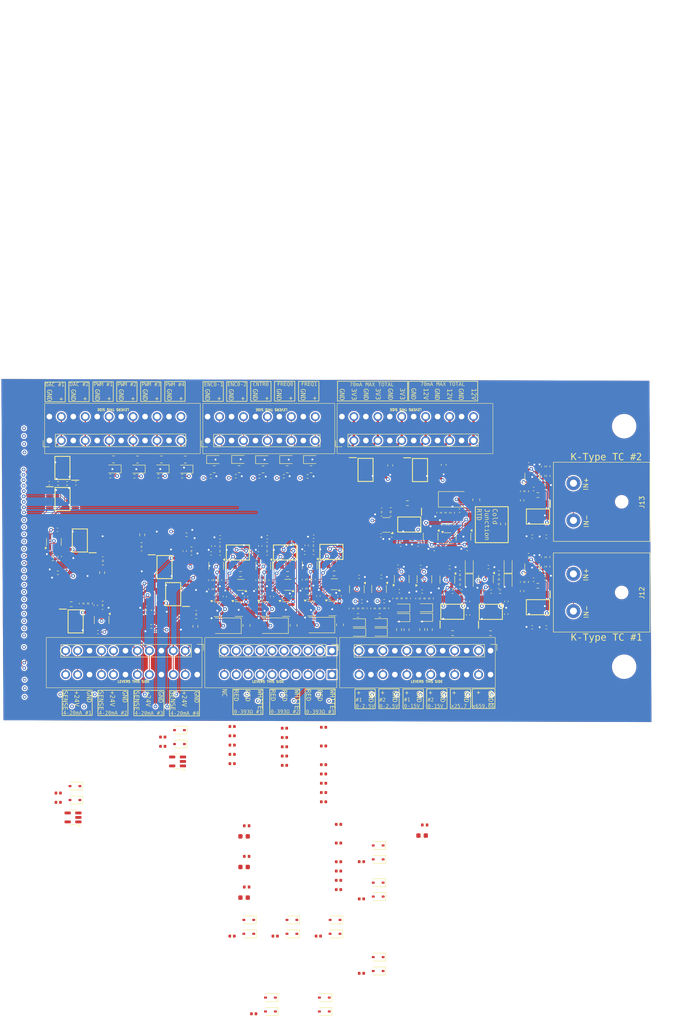
<source format=kicad_pcb>
(kicad_pcb (version 20240108) (generator "pcbnew") (generator_version "8.0")
  (layers (0 "F.Cu" signal) (1 "In1.Cu" signal) (2 "In2.Cu" signal) (31 "B.Cu" signal) (34 "B.Paste" user) (35 "F.Paste" user) (36 "B.SilkS" user "B.Silkscreen") (37 "F.SilkS" user "F.Silkscreen") (38 "B.Mask" user) (39 "F.Mask" user) (44 "Edge.Cuts" user))
  (net 0 "")
  (net 1 "GND")
  (net 2 "Net-(D5002-A)")
  (net 3 "+2V5")
  (net 4 "/K-Type TC Amp/Signal-")
  (net 5 "/K-Type TC Amp1/Signal-")
  (net 6 "Net-(IC1001-VO)")
  (net 7 "Net-(U5001-+)")
  (net 8 "-12V")
  (net 9 "/K-Type TC Amp/Signal+")
  (net 10 "/K-Type TC Amp1/Signal+")
  (net 11 "Net-(U8001-+)")
  (net 12 "Net-(D8002-A)")
  (net 13 "+12V")
  (net 14 "Net-(U9001-+)")
  (net 15 "+24V")
  (net 16 "+1V024")
  (net 17 "Net-(C25-Pad1)")
  (net 18 "Net-(C28-Pad1)")
  (net 19 "Net-(C31-Pad1)")
  (net 20 "Net-(C34-Pad1)")
  (net 21 "Net-(D9002-A)")
  (net 22 "/AIN19")
  (net 23 "Net-(IC13--IN)")
  (net 24 "Net-(IC14--IN)")
  (net 25 "/RTD Amp/rtd_amp_inner/Signal+")
  (net 26 "/RTD Amp/rtd_amp_inner/Signal-")
  (net 27 "Net-(IC16--IN)")
  (net 28 "/rtd_amp_inner1/Signal+")
  (net 29 "/rtd_amp_inner1/Signal-")
  (net 30 "Net-(IC17--IN)")
  (net 31 "/RTD Amp1/rtd_amp_inner/Signal+")
  (net 32 "/RTD Amp1/rtd_amp_inner/Signal-")
  (net 33 "Net-(IC19--IN)")
  (net 34 "/RTD Amp2/rtd_amp_inner/Signal+")
  (net 35 "/RTD Amp2/rtd_amp_inner/Signal-")
  (net 36 "Net-(IC20--IN)")
  (net 37 "Net-(U14002-+)")
  (net 38 "Net-(D14002-A)")
  (net 39 "Net-(IC22--IN)")
  (net 40 "Net-(U15001-+)")
  (net 41 "Net-(D15001-A)")
  (net 42 "Net-(IC23--IN)")
  (net 43 "Net-(U16001-+)")
  (net 44 "Net-(D16001-A)")
  (net 45 "Net-(U17001-+)")
  (net 46 "Net-(D17001-A)")
  (net 47 "Net-(U18001-+)")
  (net 48 "Net-(D18001-A)")
  (net 49 "Net-(U20002-+)")
  (net 50 "Net-(D20002-A)")
  (net 51 "/AIN15")
  (net 52 "Net-(U21001-+)")
  (net 53 "/AIN16")
  (net 54 "Net-(D7-K)")
  (net 55 "Net-(D8-K)")
  (net 56 "Net-(D9-K)")
  (net 57 "Net-(D10-K)")
  (net 58 "/AIN3")
  (net 59 "Net-(D21001-A)")
  (net 60 "Net-(U25001-+)")
  (net 61 "Net-(D24001-A)")
  (net 62 "/AIN4")
  (net 63 "/AIN5")
  (net 64 "/AIN17")
  (net 66 "/AIN6")
  (net 68 "Net-(IC1-RG_1)")
  (net 69 "/AIN7")
  (net 70 "Net-(IC1-RG_2)")
  (net 71 "/AIN8")
  (net 72 "Net-(IC2-RG_2)")
  (net 73 "Net-(IC2-RG_1)")
  (net 74 "Net-(U30001-+)")
  (net 75 "Net-(D25001-A)")
  (net 76 "/4-20mA Frontend/+24_EXC")
  (net 77 "Net-(U28001-+)")
  (net 78 "Net-(D28001-A)")
  (net 80 "Net-(D30001-A)")
  (net 81 "Net-(U31001-+)")
  (net 82 "Net-(D31001-A)")
  (net 83 "/4-20mA Frontend1/+24_EXC")
  (net 84 "Net-(U42002-+)")
  (net 85 "/AIN9")
  (net 86 "Net-(D42002-A)")
  (net 87 "Net-(D5001-K)")
  (net 88 "Net-(D8001-K)")
  (net 89 "Net-(D9001-K)")
  (net 90 "Net-(D14001-K)")
  (net 91 "Net-(D15001-K)")
  (net 94 "/AIN10")
  (net 95 "/4-20mA Frontend2/+24_EXC")
  (net 96 "/4-20mA Frontend3/+24_EXC")
  (net 97 "Net-(D16001-K)")
  (net 98 "/AIN11")
  (net 99 "Net-(IC12-RG_1)")
  (net 100 "Net-(IC12-RG_2)")
  (net 101 "Net-(IC13-OUT)")
  (net 102 "Net-(IC14-OUT)")
  (net 103 "Net-(IC15-RG_2)")
  (net 104 "/AIN12")
  (net 105 "Net-(IC15-RG_1)")
  (net 106 "Net-(IC16-OUT)")
  (net 107 "Net-(IC17-OUT)")
  (net 108 "Net-(IC18-RG_2)")
  (net 109 "Net-(IC18-RG_1)")
  (net 110 "/AIN18")
  (net 111 "/PWM0")
  (net 112 "/PWM1")
  (net 113 "/PWM2")
  (net 114 "/PWM3")
  (net 115 "+3V3")
  (net 116 "/AIN2")
  (net 117 "Net-(D17001-K)")
  (net 118 "Net-(D18001-K)")
  (net 119 "Net-(IC19-OUT)")
  (net 120 "Net-(D20001-K)")
  (net 121 "Net-(D21001-K)")
  (net 122 "Net-(D24001-K)")
  (net 123 "Net-(IC20-OUT)")
  (net 124 "Net-(D25001-K)")
  (net 125 "Net-(D28001-K)")
  (net 126 "Net-(IC21-RG_2)")
  (net 127 "Net-(D30001-K)")
  (net 128 "Net-(D31001-K)")
  (net 129 "Net-(D42002-K)")
  (net 130 "Net-(IC21-RG_1)")
  (net 131 "Net-(IC22-OUT)")
  (net 132 "Net-(IC23-OUT)")
  (net 133 "Net-(U1-S1)")
  (net 134 "Net-(U1-S2)")
  (net 135 "/K-Type TC Amp/sallen_key_1kHz/VIN")
  (net 136 "/K-Type TC Amp1/sallen_key_1kHz/VIN")
  (net 137 "/4-20mA Frontend/SIGNAL")
  (net 138 "/4-20mA Frontend1/SIGNAL")
  (net 139 "/4-20mA Frontend2/SIGNAL")
  (net 140 "/4-20mA Frontend3/SIGNAL")
  (net 141 "/RTD Amp/rtd_amp_inner/Vout")
  (net 142 "/rtd_amp_inner1/Vout")
  (net 143 "/rtd_amp_inner1/250uA_SINK_1")
  (net 144 "/RTD Amp1/rtd_amp_inner/Vout")
  (net 145 "/RTD Amp2/rtd_amp_inner/Vout")
  (net 148 "Net-(J12-Pin_1)")
  (net 149 "Net-(J12-Pin_2)")
  (net 150 "Net-(J13-Pin_2)")
  (net 151 "Net-(J13-Pin_1)")
  (net 154 "Net-(U2-S1)")
  (net 155 "Net-(U2-S2)")
  (net 156 "/ain_g1_1/VIN")
  (net 160 "/rtd_amp_inner1/250uA_SINK_2")
  (net 169 "Net-(U3-S1)")
  (net 170 "Net-(U3-S2)")
  (net 171 "Net-(U4-S1)")
  (net 172 "/FREQ1")
  (net 173 "/FREQ0")
  (net 174 "/COUNTER0")
  (net 175 "/ENCODER0_1")
  (net 176 "/ENCODER0_0")
  (net 177 "Net-(U4-S2)")
  (net 178 "/ain_g1_/VIN")
  (net 179 "Net-(IC31001-RG_2)")
  (net 180 "/ain_g25p7_/VIN")
  (net 181 "/ain_g25p7_/sallen_key_1kHz2/VIN")
  (net 182 "Net-(IC31001-RG_1)")
  (net 183 "Net-(IC32002-RG_2)")
  (net 184 "Net-(IC32002-RG_1)")
  (net 185 "/ain_g666p333_/VIN")
  (net 186 "/ain_g666p333_/sallen_key_100Hz1/VIN")
  (net 187 "/dac_buf1/VOUT")
  (net 188 "/AIN14_DAC1")
  (net 191 "/AIN13_DAC0")
  (net 192 "/dac_buf/VOUT")
  (net 195 "/RTD Amp/R+")
  (net 196 "/RTD Amp/R-")
  (net 197 "/RTD Amp/W-")
  (net 198 "/RTD Amp1/R+")
  (net 199 "/RTD Amp1/R-")
  (net 200 "/RTD Amp1/W-")
  (net 201 "/RTD Amp2/R+")
  (net 202 "/RTD Amp2/R-")
  (net 203 "/RTD Amp2/W-")
  (net 204 "/pwm_out_buf1/VOUT")
  (net 205 "/pwm_out_buf2/VOUT")
  (net 206 "/pwm_out_buf3/VOUT")
  (net 207 "/pwm_out_buf/VOUT")
  (net 208 "/pwm_in_buf1/VIN")
  (net 209 "/pwm_in_buf/VIN")
  (net 210 "/pwm_in_buf2/VIN")
  (net 211 "/pwm_in_buf3/VIN")
  (net 212 "/pwm_in_buf4/VIN")
  (net 213 "unconnected-(J1006-Pin_10-Pad10)_1")
  (net 214 "Net-(U24001-+)")
  (net 215 "/ain_0-15V_1/sallen_key_3kHz8/VIN")
  (net 216 "/ain_0-15V_/sallen_key_3kHz8/VIN")
  (net 217 "/ain_0-15V_/VIN")
  (net 218 "/ain_0-15V_1/VIN")
  (net 219 "Net-(IC1003-VO)")
  (footprint "Resistor_SMD:R_0402_1005Metric" (layer "F.Cu") (at 214.1208 128.0816)
    (property "Reference" "R32002" (hide yes))
    (property "Value" "3.3k 1%")
  )
  (footprint "Capacitor_SMD:C_0402_1005Metric" (layer "F.Cu") (at 222.755 167.79 180)
    (property "Reference" "R45001" (hide yes))
    (property "Value" "10k 1%")
  )
  (footprint "Resistor_SMD:R_0402_1005Metric" (layer "F.Cu") (at 212.145 112.68 180)
    (property "Reference" "R27001" (hide yes))
    (property "Value" "1M")
  )
  (footprint "Resistor_SMD:R_0402_1005Metric" (layer "F.Cu") (at 223.5056 112.6912)
    (property "Reference" "R39002" (hide yes))
    (property "Value" "1M")
  )
  (footprint "Resistor_SMD:R_0402_1005Metric" (layer "F.Cu") (at 229.15175 136.6188 -90)
    (property "Reference" "R17002" (hide yes))
    (property "Value" "3.3k 1%")
  )
  (footprint "Resistor_SMD:R_0805_2012Metric" (layer "F.Cu") (at 202.6615 109.1508 180)
    (property "Reference" "R19002" (hide yes))
    (property "Value" "49.9")
  )
  (footprint "Resistor_SMD:R_0402_1005Metric" (layer "F.Cu") (at 239.03225 134.5922 -90)
    (property "Reference" "R18001" (hide yes))
    (property "Value" "3.3k 1%")
  )
  (footprint "Resistor_SMD:R_0402_1005Metric" (layer "F.Cu") (at 264.107 138.6365 -90)
    (property "Reference" "R24002" (hide yes))
    (property "Value" "3.3k 1%")
  )
  (footprint "Capacitor_SMD:C_0402_1005Metric" (layer "F.Cu") (at 245.341 200.4364 180)
    (property "Reference" "C44005" (hide yes))
    (property "Value" "10nF")
  )
  (footprint "Resistor_SMD:R_0402_1005Metric" (layer "F.Cu") (at 258.2459 138.61 90)
    (property "Reference" "R44001" (hide yes))
    (property "Value" "3.3k 1%")
  )
  (footprint "Resistor_SMD:R_0402_1005Metric" (layer "F.Cu") (at 289.86085 131.87815 90)
    (property "Reference" "R3" (hide yes))
    (property "Value" "10")
  )
  (footprint "Capacitor_SMD:C_0402_1005Metric" (layer "F.Cu") (at 247.9594 140.7456 -90)
    (property "Reference" "C21002" (hide yes))
    (property "Value" "10nF C0G 5%")
  )
  (footprint "Capacitor_SMD:C_0402_1005Metric" (layer "F.Cu") (at 242.165 169.95 180)
    (property "Reference" "C32006" (hide yes))
    (property "Value" "0.1uF")
  )
  (footprint "Diode_SMD:D_SMA" (layer "F.Cu") (at 270.06 117.598001)
    (property "Reference" "D8" (hide yes))
    (property "Value" "D_Schottky")
  )
  (footprint "Capacitor_SMD:C_0402_1005Metric" (layer "F.Cu") (at 218.12695 134.7781 90)
    (property "Reference" "C15002" (hide yes))
    (property "Value" "10nF C0G 5%")
  )
  (footprint "Capacitor_SMD:C_0402_1005Metric" (layer "F.Cu") (at 262.1958 127.193 180)
    (property "Reference" "C63" (hide yes))
    (property "Value" "0.1uF")
  )
  (footprint "Resistor_SMD:R_0805_2012Metric" (layer "F.Cu") (at 239.5055 111.216 180)
    (property "Reference" "R39003" (hide yes))
    (property "Value" "49.9")
  )
  (footprint "aaa:KF141V-2.54-12P" (layer "F.Cu") (at 246.065 105.11 90)
    (property "Reference" "J1007" (hide yes))
    (property "Value" "Screw_Terminal_01x12")
  )
  (footprint "Capacitor_SMD:C_0402_1005Metric" (layer "F.Cu") (at 240.01765 127.945301)
    (property "Reference" "C84" (hide yes))
    (property "Value" "1nF")
  )
  (footprint "Capacitor_SMD:C_0402_1005Metric" (layer "F.Cu") (at 183.9204 114.2026 180)
    (property "Reference" "C37001" (hide yes))
    (property "Value" "0.1uF")
  )
  (footprint "Resistor_SMD:R_0402_1005Metric" (layer "F.Cu") (at 229.17715 134.7138 -90)
    (property "Reference" "R17001" (hide yes))
    (property "Value" "3.3k 1%")
  )
  (footprint "Diode_SMD:D_SOD-323" (layer "F.Cu") (at 249.4675 143.8 180)
    (property "Reference" "D21002" (hide yes))
    (property "Value" "MMZ3Z3V3")
  )
  (footprint "Resistor_SMD:R_0805_2012Metric" (layer "F.Cu") (at 224.2573 111.1906 180)
    (property "Reference" "R39001" (hide yes))
    (property "Value" "49.9")
  )
  (footprint "Capacitor_SMD:C_0402_1005Metric" (layer "F.Cu") (at 257.9725 131.91 180)
    (property "Reference" "C42002" (hide yes))
    (property "Value" "0.1uF")
  )
  (footprint "Capacitor_SMD:C_0402_1005Metric" (layer "F.Cu") (at 268.9346 132.0336 180)
    (property "Reference" "C9004" (hide yes))
    (property "Value" "0.1uF")
  )
  (footprint "Diode_SMD:D_SOD-323" (layer "F.Cu") (at 253.766 198.9664 180)
    (property "Reference" "D8002" (hide yes))
    (property "Value" "MMZ3Z3V3")
  )
  (footprint "aaa:SOIC127P600X175-8N" (layer "F.Cu") (at 251.0786 111.3482)
    (property "Reference" "IC1001" (hide yes))
    (property "Value" "BD42540FJ-CE2" (hide yes))
  )
  (footprint "Capacitor_SMD:C_0402_1005Metric" (layer "F.Cu") (at 189.5818 114.2054)
    (property "Reference" "C34002" (hide yes))
    (property "Value" "0.1uF")
  )
  (footprint "Capacitor_SMD:C_0603_1608Metric" (layer "F.Cu") (at 225.291 195.6364 180)
    (property "Reference" "C13001" (hide yes))
    (property "Value" "0.1uF 50V 0603")
  )
  (footprint "Diode_SMD:D_SOD-323" (layer "F.Cu") (at 273.0962 135.0495 -90)
    (property "Reference" "D9001" (hide yes))
    (property "Value" "MMZ3Z3V3")
  )
  (footprint "Capacitor_SMD:C_0402_1005Metric" (layer "F.Cu") (at 221.20145 138.2322 90)
    (property "Reference" "C58" (hide yes))
    (property "Value" "0.1uF")
  )
  (footprint "Resistor_SMD:R_0805_2012Metric" (layer "F.Cu") (at 207.7415 109.1254 180)
    (property "Reference" "R26002" (hide yes))
    (property "Value" "49.9")
  )
  (footprint "Capacitor_SMD:C_0402_1005Metric" (layer "F.Cu") (at 265.6756 128.1328 180)
    (property "Reference" "C66" (hide yes))
    (property "Value" "0.1uF")
  )
  (footprint "Resistor_SMD:R_0402_1005Metric" (layer "F.Cu") (at 195.2496 139.6082)
    (property "Reference" "R16002" (hide yes))
    (property "Value" "3.3k 1%")
  )
  (footprint "Resistor_SMD:R_0805_2012Metric" (layer "F.Cu") (at 234.4595 111.216 180)
    (property "Reference" "R40001" (hide yes))
    (property "Value" "49.9")
  )
  (footprint "Capacitor_SMD:C_0402_1005Metric" (layer "F.Cu") (at 230.18775 129.0856)
    (property "Reference" "R61" (hide yes))
    (property "Value" "10k 1%")
  )
  (footprint "Package_TO_SOT_SMD:SOT-23-5" (layer "F.Cu") (at 244.06145 140.7644)
    (property "Reference" "IC22" (hide yes))
    (property "Value" "TLV333IDBVR")
  )
  (footprint "Resistor_SMD:R_0805_2012Metric" (layer "F.Cu") (at 212.805799 109.1563 180)
    (property "Reference" "R27002" (hide yes))
    (property "Value" "49.9")
  )
  (footprint "Resistor_SMD:R_0603_1608Metric" (layer "F.Cu") (at 243.50265 138.2752)
    (property "Reference" "R71" (hide yes))
    (property "Value" "RNCF0603TKW10K0 10k 0.01% 5ppm/C")
  )
  (footprint "Resistor_SMD:R_0603_1608Metric" (layer "F.Cu") (at 229.15175 138.4222)
    (property "Reference" "R65" (hide yes))
    (property "Value" "RNCF0603TKW10K0 10k 0.01% 5ppm/C")
  )
  (footprint "Capacitor_SMD:C_0402_1005Metric" (layer "F.Cu") (at 230.22115 125.646 180)
    (property "Reference" "C74" (hide yes))
    (property "Value" "0.1uF")
  )
  (footprint "Resistor_SMD:R_0402_1005Metric" (layer "F.Cu") (at 250.015 140.74 -90)
    (property "Reference" "R21002" (hide yes))
    (property "Value" "3.3k 1%")
  )
  (footprint "Diode_SMD:D_SOD-323" (layer "F.Cu") (at 226.286 209.8164 180)
    (property "Reference" "D5001" (hide yes))
    (property "Value" "MMZ3Z3V3")
  )
  (footprint "Diode_SMD:D_SOD-323" (layer "F.Cu") (at 258.87 140.67 180)
    (property "Reference" "D42003" (hide yes))
    (property "Value" "MMZ3Z3V3")
  )
  (footprint "Diode_SMD:D_SOD-323" (layer "F.Cu") (at 244.606 209.8164 180)
    (property "Reference" "D18001" (hide yes))
    (property "Value" "MMZ3Z3V3")
  )
  (footprint "Resistor_SMD:R_0603_1608Metric" (layer "F.Cu") (at 224.52885 133.4544)
    (property "Reference" "R40" (hide yes))
    (property "Value" "RNCF0603TKY2K00 2k 0.01% 5ppm/C")
  )
  (footprint "Diode_SMD:D_SOD-323" (layer "F.Cu") (at 211.57 169.5375 180)
    (property "Reference" "D31001" (hide yes))
    (property "Value" "MMZ3Z3V3")
  )
  (footprint "aaa:SOIC127P600X175-8N" (layer "F.Cu") (at 186.7406 117.53)
    (property "Reference" "IC34002" (hide yes))
    (property "Value" "INA826AIDR" (hide yes))
  )
  (footprint "Capacitor_SMD:C_0402_1005Metric" (layer "F.Cu") (at 204.5194 140.6308)
    (property "Reference" "C33002" (hide yes))
    (property "Value" "10nF C0G 5%")
  )
  (footprint "Resistor_SMD:R_0402_1005Metric" (layer "F.Cu") (at 205.5694 144.5883 180)
    (property "Reference" "R33001" (hide yes))
    (property "Value" "3.3k 1%")
  )
  (footprint "Capacitor_SMD:C_0402_1005Metric" (layer "F.Cu") (at 208.015 168.0575 180)
    (property "Reference" "C31003" (hide yes))
    (property "Value" "0.1uF")
  )
  (footprint "Resistor_SMD:R_0603_1608Metric" (layer "F.Cu") (at 234.53655 133.4438)
    (property "Reference" "R58" (hide yes))
    (property "Value" "RNCF0603TKY2K00 2k 0.01% 5ppm/C")
  )
  (footprint "Capacitor_SMD:C_0402_1005Metric" (layer "F.Cu") (at 288.794 110.6213 90)
    (property "Reference" "C7" (hide yes))
    (property "Value" "2.2uF")
  )
  (footprint "Diode_SMD:D_SOD-323" (layer "F.Cu") (at 230.886 226.3064 180)
    (property "Reference" "D30001" (hide yes))
    (property "Value" "MMZ3Z3V3")
  )
  (footprint "Package_TO_SOT_SMD:SOT-23-5" (layer "F.Cu") (at 264.89 125.528 -90)
    (property "Reference" "IC16" (hide yes))
    (property "Value" "TLV333IDBVR")
  )
  (footprint "Capacitor_SMD:C_0402_1005Metric" (layer "F.Cu") (at 222.755 173.7 180)
    (property "Reference" "C45002" (hide yes))
    (property "Value" "0.1uF")
  )
  (footprint "Capacitor_SMD:C_0402_1005Metric" (layer "F.Cu") (at 271.138 136.1964 180)
    (property "Reference" "C9001" (hide yes))
    (property "Value" "10nF C0G 5%")
  )
  (footprint "Capacitor_SMD:C_0402_1005Metric" (layer "F.Cu") (at 228.13465 134.7675 90)
    (property "Reference" "C17002" (hide yes))
    (property "Value" "10nF C0G 5%")
  )
  (footprint "MountingHole:MountingHole_5mm" (layer "F.Cu") (at 305.995 102.07 180)
    (property "Reference" "H1002" (hide yes))
    (property "Value" "MountingHole_for_10-32")
  )
  (footprint "Package_TO_SOT_SMD:SOT-23-5" (layer "F.Cu") (at 271.8725 125.508 -90)
    (property "Reference" "IC17" (hide yes))
    (property "Value" "TLV333IDBVR")
  )
  (footprint "Capacitor_SMD:C_0402_1005Metric" (layer "F.Cu") (at 250.211 194.5064 180)
    (property "Reference" "C15004" (hide yes))
    (property "Value" "0.1uF")
  )
  (footprint "Resistor_SMD:R_0402_1005Metric" (layer "F.Cu") (at 228.5656 112.7304)
    (property "Reference" "R42002" (hide yes))
    (property "Value" "1M")
  )
  (footprint "Resistor_SMD:R_0402_1005Metric" (layer "F.Cu") (at 271.1386 134.139)
    (property "Reference" "R9001" (hide yes))
    (property "Value" "10k 1%")
  )
  (footprint "Capacitor_SMD:C_0402_1005Metric" (layer "F.Cu") (at 289.25085 133.34815)
    (property "Reference" "C3" (hide yes))
    (property "Value" "2.2uF")
  )
  (footprint "Resistor_SMD:R_0402_1005Metric" (layer "F.Cu") (at 196.905 112.67 180)
    (property "Reference" "R33003" (hide yes))
    (property "Value" "1M")
  )
  (footprint "aaa:SOIC127P600X175-8N" (layer "F.Cu") (at 287.6868 121.2442 -90)
    (property "Reference" "IC2" (hide yes))
    (property "Value" "INA826AIDR" (hide yes))
  )
  (footprint "Package_TO_SOT_SMD:SOT-23-5" (layer "F.Cu") (at 276.6516 134.5374 -90)
    (property "Reference" "U14002" (hide yes))
    (property "Value" "OPA196xDBV")
  )
  (footprint "Resistor_SMD:R_0402_1005Metric" (layer "F.Cu") (at 204.5094 141.6208 180)
    (property "Reference" "R33002" (hide yes))
    (property "Value" "3.3k 1%")
  )
  (footprint "Capacitor_SMD:C_0402_1005Metric" (layer "F.Cu") (at 238.57505 127.3786 -90)
    (property "Reference" "R69" (hide yes))
    (property "Value" "10k 1%")
  )
  (footprint "Capacitor_SMD:C_0402_1005Metric" (layer "F.Cu") (at 275.8538 137.1866)
    (property "Reference" "C32005" (hide yes))
    (property "Value" "0.1uF")
  )
  (footprint "Capacitor_SMD:C_0402_1005Metric" (layer "F.Cu") (at 230.16665 134.7421 90)
    (property "Reference" "C17003" (hide yes))
    (property "Value" "0.1uF")
  )
  (footprint "Diode_SMD:D_SOD-323" (layer "F.Cu") (at 253.766 201.9164 180)
    (property "Reference" "D8001" (hide yes))
    (property "Value" "MMZ3Z3V3")
  )
  (footprint "Resistor_SMD:R_0402_1005Metric" (layer "F.Cu") (at 285.29105 135.13665 90)
    (property "Reference" "R5002" (hide yes))
    (property "Value" "10k 1%")
  )
  (footprint "Capacitor_SMD:C_0402_1005Metric" (layer "F.Cu") (at 233.865 174.06 180)
    (property "Reference" "C46001" (hide yes))
    (property "Value" "0.1uF")
  )
  (footprint "Capacitor_SMD:C_0402_1005Metric" (layer "F.Cu") (at 245.56005 138.0746 90)
    (property "Reference" "C88" (hide yes))
    (property "Value" "0.1uF")
  )
  (footprint "Resistor_SMD:R_0402_1005Metric" (layer "F.Cu") (at 187.7048 114.2054)
    (property "Reference" "R37001" (hide yes))
    (property "Value" "1M")
  )
  (footprint "Package_TO_SOT_SMD:SOT-363_SC-70-6" (layer "F.Cu") (at 234.58735 135.7431 180)
    (property "Reference" "U3" (hide yes))
    (property "Value" "NTJD4001NT1G")
  )
  (footprint "Capacitor_SMD:C_0402_1005Metric" (layer "F.Cu") (at 271.03 120.008001)
    (property "Reference" "R52" (hide yes))
    (property "Value" "10k 1%")
  )
  (footprint "Package_TO_SOT_SMD:SOT-363_SC-70-6" (layer "F.Cu") (at 268.52 125.848)
    (property "Reference" "U2" (hide yes))
    (property "Value" "NTJD4001NT1G")
  )
  (footprint "Diode_SMD:D_SOD-323" (layer "F.Cu") (at 224.2592 109.1332)
    (property "Reference" "D39001" (hide yes))
    (property "Value" "BZT52C5V6S")
  )
  (footprint "Capacitor_SMD:C_0402_1005Metric" (layer "F.Cu") (at 228.71995 127.5002 -90)
    (property "Reference" "R60" (hide yes))
    (property "Value" "10k 1%")
  )
  (footprint "Resistor_SMD:R_0603_1608Metric" (layer "F.Cu") (at 287.66405 135.94465 180)
    (property "Reference" "R6" (hide yes))
    (property "Value" "RNCF0603TKY2K00 2k 0.01% 5ppm/C")
  )
  (footprint "Resistor_SMD:R_0402_1005Metric" (layer "F.Cu") (at 271.1426 135.1804 180)
    (property "Reference" "R9002" (hide yes))
    (property "Value" "10k 1%")
  )
  (footprint "Diode_SMD:D_SOD-323" (layer "F.Cu") (at 211.57 166.5875 180)
    (property "Reference" "D31002" (hide yes))
    (property "Value" "MMZ3Z3V3")
  )
  (footprint "Diode_SMD:D_SOD-323" (layer "F.Cu") (at 239.5074 109.1586)
    (property "Reference" "D39002" (hide yes))
    (property "Value" "BZT52C5V6S")
  )
  (footprint "Capacitor_SMD:C_0402_1005Metric" (layer "F.Cu") (at 240.02175 134.6205 90)
    (property "Reference" "C18003" (hide yes))
    (property "Value" "0.1uF")
  )
  (footprint "aaa:KF141V-2.54-10P" (layer "F.Cu") (at 243.945 149.72 -90)
    (property "Reference" "J1006" (hide yes))
    (property "Value" "Screw_Terminal_01x10")
  )
  (footprint "Resistor_SMD:R_0402_1005Metric" (layer "F.Cu") (at 239.00685 136.4972 -90)
    (property "Reference" "R18002" (hide yes))
    (property "Value" "3.3k 1%")
  )
  (footprint "aaa:SOIC127P600X175-8N" (layer "F.Cu") (at 262.6454 111.3838)
    (property "Reference" "IC1003" (hide yes))
    (property "Value" "BD42540FJ-CE2" (hide yes))
  )
  (footprint "Capacitor_SMD:C_0402_1005Metric" (layer "F.Cu") (at 251.031 140.7146 -90)
    (property "Reference" "C21001" (hide yes))
    (property "Value" "10nF C0G 5%")
  )
  (footprint "Resistor_SMD:R_0402_1005Metric" (layer "F.Cu") (at 263.091 138.6365 90)
    (property "Reference" "R24001" (hide yes))
    (property "Value" "3.3k 1%")
  )
  (footprint "Capacitor_SMD:C_0402_1005Metric" (layer "F.Cu") (at 237.99235 136.5509 90)
    (property "Reference" "C18001" (hide yes))
    (property "Value" "10nF C0G 5%")
  )
  (footprint "Capacitor_SMD:C_0402_1005Metric" (layer "F.Cu") (at 220.21345 125.6566 180)
    (property "Reference" "C52" (hide yes))
    (property "Value" "0.1uF")
  )
  (footprint "Capacitor_SMD:C_0402_1005Metric" (layer "F.Cu") (at 266.6 120.418001 90)
    (property "Reference" "C60" (hide yes))
    (property "Value" "1nF")
  )
  (footprint "Diode_SMD:D_SOD-323" (layer "F.Cu") (at 281.3426 135.0273 -90)
    (property "Reference" "D14001" (hide yes))
    (property "Value" "MMZ3Z3V3")
  )
  (footprint "Resistor_SMD:R_0402_1005Metric" (layer "F.Cu") (at 271.4962 137.187 180)
    (property "Reference" "R31002" (hide yes))
    (property "Value" "1M")
  )
  (footprint "Capacitor_SMD:C_0402_1005Metric" (layer "F.Cu") (at 286.775 115.4022)
    (property "Reference" "C8001" (hide yes))
    (property "Value" "10nF C0G 5%")
  )
  (footprint "Capacitor_SMD:C_0402_1005Metric" (layer "F.Cu") (at 231.20915 138.2216 90)
    (property "Reference" "C80" (hide yes))
    (property "Value" "0.1uF")
  )
  (footprint "Capacitor_SMD:C_0402_1005Metric" (layer "F.Cu") (at 269.6 120.438001 90)
    (property "Reference" "C62" (hide yes))
    (property "Value" "1nF")
  )
  (footprint "Capacitor_SMD:C_0402_1005Metric" (layer "F.Cu") (at 185.8175 179.94 180)
    (property "Reference" "C28002" (hide yes))
    (property "Value" "0.1uF")
  )
  (footprint "Capacitor_SMD:C_0402_1005Metric" (layer "F.Cu") (at 277.7536 137.1866 180)
    (property "Reference" "C14003" (hide yes))
    (property "Value" "0.1uF")
  )
  (footprint "Capacitor_SMD:C_0402_1005Metric" (layer "F.Cu") (at 212.6608 128.5716 -90)
    (property "Reference" "C32003" (hide yes))
    (property "Value" "10nF C0G 5%")
  )
  (footprint "Resistor_SMD:R_0402_1005Metric" (layer "F.Cu") (at 259.2619 138.61 -90)
    (property "Reference" "R44002" (hide yes))
    (property "Value" "3.3k 1%")
  )
  (footprint "Capacitor_SMD:C_0402_1005Metric" (layer "F.Cu") (at 222.755 171.73 180)
    (property "Reference" "C45003" (hide yes))
    (property "Value" "10nF")
  )
  (footprint "Resistor_SMD:R_0402_1005Metric" (layer "F.Cu") (at 233.7186 112.7032)
    (property "Reference" "R40002" (hide yes))
    (property "Value" "1M")
  )
  (footprint "Package_TO_SOT_SMD:SOT-23-5" (layer "F.Cu") (at 286.4676 112.7915 90)
    (property "Reference" "U8001" (hide yes))
    (property "Value" "OPA196xDBV")
  )
  (footprint "Capacitor_SMD:C_0402_1005Metric" (layer "F.Cu") (at 220.15895 134.7527 90)
    (property "Reference" "C15003" (hide yes))
    (property "Value" "0.1uF")
  )
  (footprint "Resistor_SMD:R_0603_1608Metric" (layer "F.Cu") (at 239.00685 138.3006)
    (property "Reference" "R74" (hide yes))
    (property "Value" "RNCF0603TKW10K0 10k 0.01% 5ppm/C")
  )
  (footprint "Capacitor_SMD:C_0402_1005Metric" (layer "F.Cu") (at 233.865 170.12 180)
    (property "Reference" "C46003" (hide yes))
    (property "Value" "10nF")
  )
  (footprint "Capacitor_SMD:C_0402_1005Metric" (layer "F.Cu") (at 254.4905 119.8016 180)
    (property "Reference" "C20002" (hide yes))
    (property "Value" "10nF C0G 5%")
  )
  (footprint "Capacitor_SMD:C_0402_1005Metric" (layer "F.Cu") (at 195.2396 140.5982 180)
    (property "Reference" "C16001" (hide yes))
    (property "Value" "10nF C0G 5%")
  )
  (footprint "Capacitor_SMD:C_0402_1005Metric" (layer "F.Cu") (at 267.58 120.438001 -90)
    (property "Reference" "R51" (hide yes))
    (property "Value" "10k 1%")
  )
  (footprint "Capacitor_SMD:C_0402_1005Metric" (layer "F.Cu") (at 240.01485 126.9362 180)
    (property "Reference" "C83" (hide yes))
    (property "Value" "10nF")
  )
  (footprint "Capacitor_SMD:C_0402_1005Metric" (layer "F.Cu") (at 184.694 129.235)
    (property "Reference" "C30001" (hide yes))
    (property "Value" "10nF C0G 5%")
  )
  (footprint "Resistor_SMD:R_0603_1608Metric" (layer "F.Cu") (at 203.6708 125.1466 -90)
    (property "Reference" "R27" (hide yes))
    (property "Value" "RNCF0603TKY75R0 75R 0.01% 5ppm/C")
  )
  (footprint "Resistor_SMD:R_0402_1005Metric" (layer "F.Cu") (at 215.1294 142.5308 180)
    (property "Reference" "R28" (hide yes))
    (property "Value" "200R")
  )
  (footprint "Capacitor_SMD:C_0402_1005Metric" (layer "F.Cu") (at 203.5108 128.1716)
    (property "Reference" "C31" (hide yes))
    (property "Value" "10nF")
  )
  (footprint "Capacitor_SMD:C_0603_1608Metric" (layer "F.Cu") (at 263.091 188.9664 180)
    (property "Reference" "C12001" (hide yes))
    (property "Value" "0.1uF 50V 0603")
  )
  (footprint "Resistor_SMD:R_0603_1608Metric" (layer "F.Cu") (at 277.617 146.0258)
    (property "Reference" "R32003" (hide yes))
    (property "Value" "RNCF0603TKY75R0 75R 0.01% 5ppm/C")
  )
  (footprint "Package_TO_SOT_SMD:SOT-363_SC-70-6" (layer "F.Cu") (at 224.57965 135.7537 180)
    (property "Reference" "U1" (hide yes))
    (property "Value" "NTJD4001NT1G")
  )
  (footprint "Capacitor_SMD:C_0402_1005Metric" (layer "F.Cu") (at 289.473 125.5066 180)
    (property "Reference" "C10" (hide yes))
    (property "Value" "0.1uF")
  )
  (footprint "Capacitor_SMD:C_0402_1005Metric" (layer "F.Cu") (at 185.674 124.055 180)
    (property "Reference" "C30003" (hide yes))
    (property "Value" "0.1uF")
  )
  (footprint "Resistor_SMD:R_0402_1005Metric" (layer "F.Cu") (at 203.5008 127.1716)
    (property "Reference" "R26" (hide yes))
    (property "Value" "200R")
  )
  (footprint "Capacitor_SMD:C_0402_1005Metric" (layer "F.Cu") (at 289.46485 144.75845 180)
    (property "Reference" "C4" (hide yes))
    (property "Value" "0.1uF")
  )
  (footprint "Capacitor_SMD:C_0402_1005Metric" (layer "F.Cu") (at 225.69725 138.2068 90)
    (property "Reference" "C55" (hide yes))
    (property "Value" "0.1uF")
  )
  (footprint "Resistor_SMD:R_0402_1005Metric" (layer "F.Cu") (at 279.6632 137.1866 180)
    (property "Reference" "R32004" (hide yes))
    (property "Value" "1M")
  )
  (footprint "Diode_SMD:D_SOD-323" (layer "F.Cu") (at 254.0925 143.78 180)
    (property "Reference" "D25002" (hide yes))
    (property "Value" "MMZ3Z3V3")
  )
  (footprint "Capacitor_SMD:C_0402_1005Metric" (layer "F.Cu") (at 262.797 131.9565 180)
    (property "Reference" "C24003" (hide yes))
    (property "Value" "0.1uF")
  )
  (footprint "Capacitor_SMD:C_0402_1005Metric" (layer "F.Cu") (at 194.2596 145.7782)
    (property "Reference" "C16003" (hide yes))
    (property "Value" "0.1uF")
  )
  (footprint "Capacitor_SMD:C_0402_1005Metric" (layer "F.Cu") (at 242.165 177.86 180)
    (property "Reference" "C47003" (hide yes))
    (property "Value" "10nF")
  )
  (footprint "Resistor_SMD:R_0402_1005Metric" (layer "F.Cu") (at 285.2992 115.8848 90)
    (property "Reference" "R8002" (hide yes))
    (property "Value" "10k 1%")
  )
  (footprint "Capacitor_SMD:C_0402_1005Metric" (layer "F.Cu") (at 279.43 133.0972 180)
    (property "Reference" "C14002" (hide yes))
    (property "Value" "10nF C0G 5%")
  )
  (footprint "MountingHole:MountingHole_5mm" (layer "F.Cu") (at 305.995 153.124 180)
    (property "Reference" "H1001" (hide yes))
    (property "Value" "MountingHole_for_10-32")
  )
  (footprint "Package_TO_SOT_SMD:SOT-23-5" (layer "F.Cu") (at 195.0396 143.1982 -90)
    (property "Reference" "U16001" (hide yes))
    (property "Value" "OPA196xDBV")
  )
  (footprint "Resistor_SMD:R_0603_1608Metric" (layer "F.Cu") (at 233.64755 138.3968)
    (property "Reference" "R62" (hide yes))
    (property "Value" "RNCF0603TKW10K0 10k 0.01% 5ppm/C")
  )
  (footprint "Resistor_SMD:R_0603_1608Metric" (layer "F.Cu") (at 280.2874 122.832864 90)
    (property "Reference" "R1" (hide yes))
    (property "Value" "PTS060301B100RP100")
  )
  (footprint "Capacitor_SMD:C_0402_1005Metric" (layer "F.Cu") (at 220.18005 129.0962)
    (property "Reference" "R43" (hide yes))
    (property "Value" "10k 1%")
  )
  (footprint "Capacitor_SMD:C_0402_1005Metric" (layer "F.Cu") (at 218.12955 136.6831 90)
    (property "Reference" "C15001" (hide yes))
    (property "Value" "10nF C0G 5%")
  )
  (footprint "Capacitor_SMD:C_0402_1005Metric" (layer "F.Cu") (at 284.30045 135.13405 90)
    (property "Reference" "C5002" (hide yes))
    (property "Value" "10nF C0G 5%")
  )
  (footprint "Resistor_SMD:R_0805_2012Metric" (layer "F.Cu") (at 245.66165 144.2442 -90)
    (property "Reference" "R68" (hide yes))
    (property "Value" "300")
  )
  (footprint "Resistor_SMD:R_0402_1005Metric" (layer "F.Cu") (at 238.7686 112.7332)
    (property "Reference" "R39004" (hide yes))
    (property "Value" "1M")
  )
  (footprint "Capacitor_SMD:C_0402_1005Metric" (layer "F.Cu") (at 205.9694 141.1308 90)
    (property "Reference" "C33003" (hide yes))
    (property "Value" "10nF C0G 5%")
  )
  (footprint "Capacitor_SMD:C_0402_1005Metric" (layer "F.Cu") (at 218.28045 129.0856)
    (property "Reference" "C49" (hide yes))
    (property "Value" "1nF")
  )
  (footprint "Capacitor_SMD:C_0402_1005Metric" (layer "F.Cu") (at 258.5222 127.2154)
    (property "Reference" "C44004" (hide yes))
    (property "Value" "0.1uF")
  )
  (footprint "Capacitor_SMD:C_0402_1005Metric" (layer "F.Cu") (at 254.4703 120.7922)
    (property "Reference" "C20001" (hide yes))
    (property "Value" "10nF C0G 5%")
  )
  (footprint "Diode_SMD:D_SOD-323" (layer "F.Cu") (at 229.3392 109.184)
    (property "Reference" "D42001" (hide yes))
    (property "Value" "BZT52C5V6S")
  )
  (footprint "Diode_SMD:D_SOD-323" (layer "F.Cu") (at 234.4614 109.1586)
    (property "Reference" "D40001" (hide yes))
    (property "Value" "BZT52C5V6S")
  )
  (footprint "Resistor_SMD:R_0603_1608Metric" (layer "F.Cu") (at 267.78 122.883001 90)
    (property "Reference" "R53" (hide yes))
    (property "Value" "RNCF0603TKW10K0 10k 0.01% 5ppm/C")
  )
  (footprint "Resistor_SMD:R_0603_1608Metric" (layer "F.Cu") (at 188.585 139.87 180)
    (property "Reference" "R23" (hide yes))
    (property "Value" "RNCF0603TKY75R0 75R 0.01% 5ppm/C")
  )
  (footprint "Capacitor_SMD:C_0402_1005Metric" (layer "F.Cu") (at 195.294 130.135 180)
    (property "Reference" "C28" (hide yes))
    (property "Value" "10nF")
  )
  (footprint "Capacitor_SMD:C_0402_1005Metric" (layer "F.Cu") (at 245.341 190.5564 180)
    (property "Reference" "C7001" (hide yes))
    (property "Value" "0.1uF")
  )
  (footprint "Capacitor_SMD:C_0402_1005Metric" (layer "F.Cu") (at 250.211 218.2064 180)
    (property "Reference" "C16004" (hide yes))
    (property "Value" "0.1uF")
  )
  (footprint "Diode_SMD:D_SOD-323" (layer "F.Cu") (at 189.3725 181.42 180)
    (property "Reference" "D28001" (hide yes))
    (property "Value" "MMZ3Z3V3")
  )
  (footprint "Resistor_SMD:R_0402_1005Metric" (layer "F.Cu") (at 225.841 193.3864 180)
    (property "Reference" "R13001" (hide yes))
    (property "Value" "1M")
  )
  (footprint "Capacitor_SMD:C_0603_1608Metric" (layer "F.Cu") (at 267.6698 110.2778 90)
    (property "Reference" "C1002" (hide yes))
    (property "Value" "0.1uF 50V 0603")
  )
  (footprint "Capacitor_SMD:C_0402_1005Metric" (layer "F.Cu") (at 230.15975 127.0578 180)
    (property "Reference" "C72" (hide yes))
    (property "Value" "10nF")
  )
  (footprint "Resistor_SMD:R_0402_1005Metric" (layer "F.Cu") (at 284.32585 137.06905 90)
    (property "Reference" "R5001" (hide yes))
    (property "Value" "10k 1%")
  )
  (footprint "Diode_SMD:D_SOD-323" (layer "F.Cu") (at 253.766 214.7664 180)
    (property "Reference" "D16002" (hide yes))
    (property "Value" "MMZ3Z3V3")
  )
  (footprint "aaa:KF141V-2.54-12P" (layer "F.Cu") (at 183.9436 105.1122 90)
    (property "Reference" "J1001" (hide yes))
    (property "Value" "Screw_Terminal_01x12")
  )
  (footprint "Capacitor_SMD:C_0603_1608Metric" (layer "F.Cu") (at 225.291 202.1364 180)
    (property "Reference" "C11001" (hide yes))
    (property "Value" "0.1uF 50V 0603")
  )
  (footprint "Capacitor_SMD:C_0402_1005Metric" (layer "F.Cu") (at 250.297 139.2698 180)
    (property "Reference" "C21003" (hide yes))
    (property "Value" "0.1uF")
  )
  (footprint "Diode_SMD:D_SOD-323" (layer "F.Cu") (at 197.5748 111.1519 180)
    (property "Reference" "D33001" (hide yes))
    (property "Value" "BZT52C5V6S")
  )
  (footprint "Resistor_SMD:R_0402_1005Metric" (layer "F.Cu") (at 202.015 112.7 180)
    (property "Reference" "R19001" (hide yes))
    (property "Value" "1M")
  )
  (footprint "Resistor_SMD:R_0402_1005Metric" (layer "F.Cu") (at 253.5536 140.7534 90)
    (property "Reference" "R25001" (hide yes))
    (property "Value" "3.3k 1%")
  )
  (footprint "Capacitor_SMD:C_0402_1005Metric" (layer "F.Cu") (at 272.6606 128.1074 180)
    (property "Reference" "C69" (hide yes))
    (property "Value" "0.1uF")
  )
  (footprint "Diode_SMD:D_SOD-323" (layer "F.Cu") (at 258.875 142.71 180)
    (property "Reference" "D42002" (hide yes))
    (property "Value" "MMZ3Z3V3")
  )
  (footprint "aaa:SOIC127P600X175-8N" (layer "F.Cu") (at 269.515 141.46 90)
    (property "Reference" "IC31001" (hide yes))
    (property "Value" "INA826AIDR" (hide yes))
  )
  (footprint "Capacitor_SMD:C_0402_1005Metric" (layer "F.Cu") (at 286.76685 134.65405)
    (property "Reference" "C5001" (hide yes))
    (property "Value" "10nF C0G 5%")
  )
  (footprint "Capacitor_SMD:C_0402_1005Metric" (layer "F.Cu") (at 285.7082 110.1753 180)
    (property "Reference" "C8003" (hide yes))
    (property "Value" "0.1uF")
  )
  (footprint "Resistor_SMD:R_0805_2012Metric" (layer "F.Cu") (at 225.79885 144.3764 -90)
    (property "Reference" "R41" (hide yes))
    (property "Value" "300")
  )
  (footprint "Resistor_SMD:R_0603_1608Metric" (layer "F.Cu") (at 259.9886 118.4046 180)
    (property "Reference" "R49" (hide yes))
    (property "Value" "RNCF0603TKY2K00 2k 0.01% 5ppm/C")
  )
  (footprint "Capacitor_SMD:C_0402_1005Metric" (layer "F.Cu") (at 256.6222 125.2654)
    (property "Reference" "C20004" (hide yes))
    (property "Value" "0.1uF")
  )
  (footprint "Diode_SMD:D_SOD-323" (layer "F.Cu") (at 273.1062 131.6445 90)
    (property "Reference" "D9002" (hide yes))
    (property "Value" "MMZ3Z3V3")
  )
  (footprint "Capacitor_SMD:C_0402_1005Metric" (layer "F.Cu") (at 286.4768 125.5062)
    (property "Reference" "C12" (hide yes))
    (property "Value" "0.1uF")
  )
  (footprint "Capacitor_SMD:C_0402_1005Metric" (layer "F.Cu") (at 222.755 165.82 180)
    (property "Reference" "R45002" (hide yes))
    (property "Value" "10k 1%")
  )
  (footprint "Resistor_SMD:R_0603_1608Metric" (layer "F.Cu") (at 259.7885 145.2492 -90)
    (property "Reference" "R45004" (hide yes))
    (property "Value" "RNCF0603TKW10K0 10k 0.01% 5ppm/C")
  )
  (footprint "Diode_SMD:D_SOD-323" (layer "F.Cu") (at 230.886 223.3564 180)
    (property "Reference" "D30002" (hide yes))
    (property "Value" "MMZ3Z3V3")
  )
  (footprint "Capacitor_SMD:C_0402_1005Metric" (layer "F.Cu") (at 242.165 181.8 180)
    (property "Reference" "C47001" (hide yes))
    (property "Value" "0.1uF")
  )
  (footprint "Capacitor_SMD:C_0402_1005Metric" (layer "F.Cu") (at 190.665 139.72 -90)
    (property "Reference" "C25" (hide yes))
    (property "Value" "10nF")
  )
  (footprint "Resistor_SMD:R_0603_1608Metric" (layer "F.Cu") (at 263.1225 145.228 90)
    (property "Reference" "R23002" (hide yes))
    (property "Value" "RNCF0603TKY2K00 2k 0.01% 5ppm/C")
  )
  (footprint "aaa:KF141V-2.54-10P" (layer "F.Cu") (at 217.545 105.12 90)
    (property "Reference" "J1003" (hide yes))
    (property "Value" "Screw_Terminal_01x10")
  )
  (footprint "Capacitor_SMD:C_0402_1005Metric" (layer "F.Cu") (at 255.611 140.7046 -90)
    (property "Reference" "C25001" (hide yes))
    (property "Value" "10nF C0G 5%")
  )
  (footprint "Capacitor_SMD:C_0402_1005Metric" (layer "F.Cu") (at 245.341 186.5864 180)
    (property "Reference" "C6001" (hide yes))
    (property "Value" "0.1uF")
  )
  (footprint "Package_TO_SOT_SMD:SOT-23-5" (layer "F.Cu") (at 234.20635 140.886)
    (property "Reference" "IC19" (hide yes))
    (property "Value" "TLV333IDBVR")
  )
  (footprint "Resistor_SMD:R_0402_1005Metric" (layer "F.Cu") (at 284.334 117.8172 90)
    (property "Reference" "R8001" (hide yes))
    (property "Value" "10k 1%")
  )
  (footprint "Capacitor_SMD:C_0402_1005Metric" (layer "F.Cu") (at 263.097 137.1537)
    (property "Reference" "C24004" (hide yes))
    (property "Value" "0.1uF")
  )
  (footprint "Package_TO_SOT_SMD:SOT-23-5" (layer "F.Cu") (at 263.5848 134.569 90)
    (property "Reference" "U24001" (hide yes))
    (property "Value" "OPA196xDBV")
  )
  (footprint "Diode_SMD:D_SOD-323" (layer "F.Cu") (at 281.3526 131.6423 90)
    (property "Reference" "D14002" (hide yes))
    (property "Value" "MMZ3Z3V3")
  )
  (footprint "Resistor_SMD:R_0402_1005Metric" (layer "F.Cu") (at 218.2128 112.7001)
    (property "Reference" "R38002" (hide yes))
    (property "Value" "1M")
  )
  (footprint "Capacitor_SMD:C_0402_1005Metric" (layer "F.Cu") (at 185.8175 181.91 180)
    (property "Reference" "C28001" (hide yes))
    (property "Value" "0.1uF")
  )
  (footprint "Diode_SMD:D_SOD-323" (layer "F.Cu") (at 254.11 145.78 180)
    (property "Reference" "D25001" (hide yes))
    (property "Value" "MMZ3Z3V3")
  )
  (footprint "Capacitor_SMD:C_0402_1005Metric" (layer "F.Cu") (at 279.3564 136.1198 180)
    (property "Reference" "C14001" (hide yes))
    (property "Value" "10nF C0G 5%")
  )
  (footprint "Capacitor_SMD:C_0402_1005Metric" (layer "F.Cu") (at 289.259 114.0963)
    (property "Reference" "C9" (hide yes))
    (property "Value" "2.2uF")
  )
  (footprint "Resistor_SMD:R_0402_1005Metric" (layer "F.Cu") (at 289.869 110.6163 -90)
    (property "Reference" "R7" (hide yes))
    (property "Value" "10")
  )
  (footprint "Diode_SMD:D_SOD-323" (layer "F.Cu") (at 242.326 223.3564 180)
    (property "Reference" "D20002" (hide yes))
    (property "Value" "MMZ3Z3V3")
  )
  (footprint "Capacitor_SMD:C_0402_1005Metric" (layer "F.Cu") (at 284.3086 115.8822 90)
    (property "Reference" "C8002" (hide yes))
    (property "Value" "10nF C0G 5%")
  )
  (footprint "Package_TO_SOT_SMD:SOT-23-5" (layer "F.Cu") (at 219.36135 131.7018 -90)
    (property "Reference" "U15001" (hide yes))
    (property "Value" "OPA196xDBV")
  )
  (footprint "Resistor_SMD:R_0603_1608Metric" (layer "F.Cu") (at 258.1883 145.2492 90)
    (property "Reference" "R45003" (hide yes))
    (property "Value" "RNCF0603TKY2K00 2k 0.01% 5ppm/C")
  )
  (footprint "Capacitor_SMD:C_0402_1005Metric" (layer "F.Cu") (at 255.014801 139.2222 180)
    (property "Reference" "C25003" (hide yes))
    (property "Value" "0.1uF")
  )
  (footprint "Resistor_SMD:R_0402_1005Metric" (layer "F.Cu") (at 254.085 142.25)
    (property "Reference" "R22001" (hide yes))
    (property "Value" "1M")
  )
  (footprint "Package_TO_SOT_SMD:SOT-23-5" (layer "F.Cu") (at 224.19865 140.8966)
    (property "Reference" "IC13" (hide yes))
    (property "Value" "TLV333IDBVR")
  )
  (footprint "Resistor_SMD:R_0402_1005Metric" (layer "F.Cu") (at 256.3981 120.7922)
    (property "Reference" "R20001" (hide yes))
    (property "Value" "100k 1%")
  )
  (footprint "Package_TO_SOT_SMD:SOT-23-5" (layer "F.Cu") (at 249.2378 136.6591 -90)
    (property "Reference" "U21001" (hide yes))
    (property "Value" "OPA196xDBV")
  )
  (footprint "aaa:SOIC127P600X175-8N" (layer "F.Cu") (at 287.67865 140.49605 -90)
    (property "Reference" "IC1" (hide yes))
    (property "Value" "INA826AIDR" (hide yes))
  )
  (footprint "Resistor_SMD:R_0603_1608Metric" (layer "F.Cu") (at 264.7227 145.228 -90)
    (property "Reference" "R23001" (hide yes))
    (property "Value" "RNCF0603TKW10K0 10k 0.01% 5ppm/C")
  )
  (footprint "Package_TO_SOT_SMD:SOT-23-5" (layer "F.Cu") (at 268.4482 134.647 -90)
    (property "Reference" "U9001" (hide yes))
    (property "Value" "OPA196xDBV")
  )
  (footprint "Capacitor_SMD:C_0402_1005Metric" (layer "F.Cu") (at 233.865 172.09 180)
    (property "Reference" "C46002" (hide yes))
    (property "Value" "10nF")
  )
  (footprint "Capacitor_SMD:C_0603_1608Metric" (layer "F.Cu") (at 225.291 189.1364 180)
    (property "Reference" "C10001" (hide yes))
    (property "Value" "0.1uF 50V 0603")
  )
  (footprint "Capacitor_SMD:C_0402_1005Metric" (layer "F.Cu") (at 240.04285 128.964)
    (property "Reference" "R70" (hide yes))
    (property "Value" "10k 1%")
  )
  (footprint "Capacitor_SMD:C_0402_1005Metric" (layer "F.Cu") (at 235.70495 138.1962 90)
    (property "Reference" "C77" (hide yes))
    (property "Value" "0.1uF")
  )
  (footprint "Capacitor_SMD:C_0402_1005Metric" (layer "F.Cu") (at 250.211 202.4064 180)
    (property "Reference" "C8004" (hide yes))
    (property "Value" "0.1uF")
  )
  (footprint "aaa:AM-K-PCB" (layer "F.Cu") (at 309.475 118.12 -90)
    (property "Reference" "J13")
    (property "Value" "AM-K-PCB")
  )
  (footprint "Diode_SMD:D_SOD-323" (layer "F.Cu") (at 226.286 206.8664 180)
    (property "Reference" "D5002" (hide yes))
    (property "Value" "MMZ3Z3V3")
  )
  (footprint "aaa:SOIC127P600X175-8N" (layer "F.Cu") (at 260.36 122.948 -90)
    (property "Reference" "IC15" (hide yes))
    (property "Value" "INA826AIDR" (hide yes))
  )
  (footprint "Capacitor_SMD:C_0402_1005Metric" (layer "F.Cu") (at 258.2825 137.11)
    (property "Reference" "C42003" (hide yes))
    (property "Value" "0.1uF")
  )
  (footprint "Resistor_SMD:R_0402_1005Metric" (layer "F.Cu") (at 207.095 112.66 180)
    (property "Reference" "R26001" (hide yes))
    (property "Value" "1M")
  )
  (footprint "aaa:KF141V-2.54-12P" (layer "F.Cu") (at 215.338 149.7146 -90)
    (property "Reference" "J1004" (hide yes))
    (property "Value" "Screw_Terminal_01x12")
  )
  (footprint "aaa:KF141V-2.54-12P" (layer "F.Cu") (at 277.6232 149.7169 -90)
    (property "Reference" "J1005" (hide yes))
    (property "Value" "Screw_Terminal_01x12")
  )
  (footprint "Capacitor_SMD:C_0402_1005Metric" (layer "F.Cu") (at 218.71225 127.5108 -90)
    (property "Reference" "R42" (hide yes))
    (property "Value" "10k 1%")
  )
  (footprint "Resistor_SMD:R_0603_1608Metric" (layer "F.Cu") (at 244.39165 133.3222)
    (property "Reference" "R67" (hide yes))
    (property "Value" "RNCF0603TKY2K00 2k 0.01% 5ppm/C")
  )
  (footprint "Resistor_SMD:R_0603_1608Metric" (layer "F.Cu") (at 269.3 122.883001 90)
    (property "Reference" "R56" (hide yes))
    (property "Value" "RNCF0603TKW10K0 10k 0.01% 5ppm/C")
  )
  (footprint "Capacitor_SMD:C_0402_1005Metric" (layer "F.Cu") (at 228.28815 129.075)
    (property "Reference" "C71" (hide yes))
    (property "Value" "1nF")
  )
  (footprint "Diode_SMD:D_SOD-323" (layer "F.Cu") (at 263.725 140.6 180)
    (property "Reference" "D24002" (hide yes))
    (property "Value" "MMZ3Z3V3")
  )
  (footprint "Capacitor_SMD:C_0402_1005Metric" (layer "F.Cu") (at 288.794 112.6063 -90)
    (property "Reference" "C8" (hide yes))
    (property "Value" "1uF")
  )
  (footprint "Diode_SMD:D_SOD-323" (layer "F.Cu") (at 218.942 109.1543)
    (property "Reference" "D38001" (hide yes))
    (property "Value" "BZT52C5V6S")
  )
  (footprint "Resistor_SMD:R_0402_1005Metric" (layer "F.Cu") (at 289.869 112.6263 90)
    (property "Reference" "R8" (hide yes))
    (property "Value" "10")
  )
  (footprint "Diode_SMD:D_SOD-323" (layer "F.Cu") (at 244.606 206.8664 180)
    (property "Reference" "D18002" (hide yes))
    (property "Value" "MMZ3Z3V3")
  )
  (footprint "Capacitor_SMD:C_0402_1005Metric" (layer "F.Cu") (at 277.1516 131.9774 180)
    (property "Reference" "C14004" (hide yes))
    (property "Value" "0.1uF")
  )
  (footprint "Diode_SMD:D_SOD-323" (layer "F.Cu") (at 263.7175 142.66 180)
    (property "Reference" "D24001" (hide yes))
    (property "Value" "MMZ3Z3V3")
  )
  (footprint "Capacitor_SMD:C_0402_1005Metric" (layer "F.Cu") (at 288.78585 129.87315 90)
    (property "Reference" "C1" (hide yes))
    (property "Value" "2.2uF")
  )
  (footprint "Resistor_SMD:R_0805_2012Metric" (layer "F.Cu") (at 197.5556 109.1199 180)
    (property "Reference" "R33004" (hide yes))
    (property "Value" "49.9")
  )
  (footprint "Package_TO_SOT_SMD:SOT-23-5" (layer "F.Cu") (at 258.76 134.51 90)
    (property "Reference" "U42002" (hide yes))
    (property "Value" "OPA196xDBV")
  )
  (footprint "aaa:SOIC127P600X175-8N" (layer "F.Cu") (at 210.2384 137.7258 180)
    (property "Reference" "IC35001" (hide yes))
    (property "Value" "BD42540FJ-CE2" (hide yes))
  )
  (footprint "Capacitor_SMD:C_0402_1005Metric" (layer "F.Cu") (at 288.78585 131.85815 -90)
    (property "Reference" "C2" (hide yes))
    (property "Value" "1uF")
  )
  (footprint "aaa:SOIC127P600X175-8N" (layer "F.Cu") (at 186.718 110.9288 180)
    (property "Reference" "IC37001" (hide yes))
    (property "Value" "INA826AIDR" (hide yes))
  )
  (footprint "aaa:SOIC127P600X175-8N" (layer "F.Cu") (at 190.413 126.33 180)
    (property "Reference" "IC33001" (hide yes))
    (property "Value" "BD42540FJ-CE2" (hide yes))
  )
  (footprint "Capacitor_SMD:C_0402_1005Metric" (layer "F.Cu") (at 280.9726 141.9548 -90)
    (property "Reference" "C34003" (hide yes))
    (property "Value" "0.1uF")
  )
  (footprint "Capacitor_SMD:C_0402_1005Metric" (layer "F.Cu") (at 252.5394 140.7356 -90)
    (property "Reference" "C25002" (hide yes))
    (property "Value" "10nF C0G 5%")
  )
  (footprint "Capacitor_SMD:C_0402_1005Metric" (layer "F.Cu") (at 272.81 139.282 90)
    (property "Reference" "C33007" (hide yes))
    (property "Value" "0.1uF")
  )
  (footprint "aaa:AM-K-PCB" (layer "F.Cu") (at 309.46685 137.37185 -90)
    (property "Reference" "J12")
    (property "Value" "AM-K-PCB")
  )
  (footprint "Package_TO_SOT_SMD:SOT-363_SC-70-6" (layer "F.Cu") (at 244.44245 135.6215 180)
    (property "Reference" "U4" (hide yes))
    (property "Value" "NTJD4001NT1G")
  )
  (footprint "Resistor_SMD:R_0402_1005Metric" (layer "F.Cu") (at 191.665 139.71 -90)
    (property "Reference" "R22" (hide yes))
    (property "Value" "200R")
  )
  (footprint "Package_TO_SOT_SMD:SOT-23-5" (layer "F.Cu") (at 229.71605 140.91)
    (property "Reference" "IC20" (hide yes))
    (property "Value" "TLV333IDBVR")
  )
  (footprint "Diode_SMD:D_SOD-323" (layer "F.Cu") (at 207.7607 111.1574 180)
    (property "Reference" "D26001" (hide yes))
    (property "Value" "BZT52C5V6S")
  )
  (footprint "Resistor_SMD:R_0402_1005Metric" (layer "F.Cu") (at 184.684 130.225 180)
    (property "Reference" "R30002" (hide yes))
    (property "Value" "3.3k 1%")
  )
  (footprint "Diode_SMD:D_SOD-323" (layer "F.Cu") (at 249.5225 145.81 180)
    (property "Reference" "D21001" (hide yes))
    (property "Value" "MMZ3Z3V3")
  )
  (footprint "Capacitor_SMD:C_0402_1005Metric" (layer "F.Cu") (at 242.165 175.89 180)
    (property "Reference" "R47001" (hide yes))
    (property "Value" "10k 1%")
  )
  (footprint "Capacitor_SMD:C_0402_1005Metric" (layer "F.Cu") (at 240.07625 125.5244 180)
    (property "Reference" "C85" (hide yes))
    (property "Value" "0.1uF")
  )
  (footprint "Resistor_SMD:R_0402_1005Metric" (layer "F.Cu") (at 289.86085 129.86815 -90)
    (property "Reference" "R2" (hide yes))
    (property "Value" "10")
  )
  (footprint "aaa:SOIC127P600X175-8N" (layer "F.Cu") (at 208.3918 131.9766)
    (property "Reference" "IC34001" (hide yes))
    (property "Value" "BD42540FJ-CE2" (hide yes))
  )
  (footprint "Capacitor_SMD:C_0402_1005Metric" (layer "F.Cu") (at 208.015 170.0275 180)
    (property "Reference" "C31002" (hide yes))
    (property "Value" "0.1uF")
  )
  (footprint "Capacitor_SMD:C_0402_1005Metric" (layer "F.Cu") (at 262.075 138.6619 -90)
    (property "Reference" "C24002" (hide yes))
    (property "Value" "10nF C0G 5%")
  )
  (footprint "Resistor_SMD:R_0402_1005Metric" (layer "F.Cu") (at 225.841 199.8864 180)
    (property "Reference" "R11001" (hide yes))
    (property "Value" "1M")
  )
  (footprint "Capacitor_SMD:C_0402_1005Metric" (layer "F.Cu") (at 241.051 210.3064 180)
    (property "Reference" "C18004" (hide yes))
    (property "Value" "0.1uF")
  )
  (footprint "Resistor_SMD:R_0603_1608Metric" (layer "F.Cu") (at 269.5658 146.0008)
    (property "Reference" "R31001" (hide yes))
    (property "Value" "RNCF0603TKY2K00 2k 0.01% 5ppm/C")
  )
  (footprint "Capacitor_SMD:C_0402_1005Metric" (layer "F.Cu") (at 260.2525 138.61 -90)
    (property "Reference" "C44001" (hide yes))
    (property "Value" "10nF C0G 5%")
  )
  (footprint "Capacitor_SMD:C_0402_1005Metric" (layer "F.Cu") (at 267.6634 137.2124)
    (property "Reference" "C31001" (hide yes))
    (property "Value" "0.1uF")
  )
  (footprint "Package_TO_SOT_SMD:SOT-23-5" (layer "F.Cu") (at 255.4922 123.0254 180)
    (property "Reference" "U20002" (hide yes))
    (property "Value" "OPA196xDBV")
  )
  (footprint "Resistor_SMD:R_0603_1608Metric" (layer "F.Cu") (at 223.63985 138.4074)
    (property "Reference" "R44" (hide yes))
    (property "Value" "RNCF0603TKW10K0 10k 0.01% 5ppm/C")
  )
  (footprint "Resistor_SMD:R_0805_2012Metric" (layer "F.Cu") (at 218.9401 111.2117 180)
    (property "Reference" "R38001" (hide yes))
    (property "Value" "49.9")
  )
  (footprint "Capacitor_SMD:C_0402_1005Metric" (layer "F.Cu") (at 245.341 194.5264 180)
    (property "Reference" "R44004" (hide yes))
    (property "Value" "10k 1%")
  )
  (footprint "Capacitor_SMD:C_0402_1005Metric" (layer "F.Cu") (at 228.13725 136.6725 90)
    (property "Reference" "C17001" (hide yes))
    (property "Value" "10nF C0G 5%")
  )
  (footprint "Resistor_SMD:R_0603_1608Metric" (layer "F.Cu") (at 219.14405 138.4328)
    (property "Reference" "R47" (hide yes))
    (property "Value" "RNCF0603TKW10K0 10k 0.01% 5ppm/C")
  )
  (footprint "Capacitor_SMD:C_0402_1005Metric" (layer "F.Cu") (at 257.2299 138.6354 -90)
    (property "Reference" "C44002" (hide yes))
    (property "Value" "10nF C0G 5%")
  )
  (footprint "Capacitor_SMD:C_0402_1005Metric" (layer "F.Cu") (at 269.5658 137.2124 180)
    (property "Reference" "C9003" (hide yes))
    (property "Value" "0.1uF")
  )
  (footprint "Resistor_SMD:R_0603_1608Metric" (layer "F.Cu") (at 287.6722 116.6928 180)
    (property "Reference" "R11" (hide yes))
    (property "Value" "RNCF0603TKY2K00 2k 0.01% 5ppm/C")
  )
  (footprint "Diode_SMD:D_SOD-323" (layer "F.Cu") (at 253.766 217.7164 180)
    (property "Reference" "D16001" (hide yes))
    (property "Value" "MMZ3Z3V3")
  )
  (footprint "Diode_SMD:D_SOD-323" (layer "F.Cu") (at 253.766 194.0164 180)
    (property "Reference" "D15001" (hide yes))
    (property "Value" "MMZ3Z3V3")
  )
  (footprint "Resistor_SMD:R_0805_2012Metric" (layer "F.Cu") (at 229.3373 111.2414 180)
    (property "Reference" "R42001" (hide yes))
    (property "Value" "49.9")
  )
  (footprint "Package_TO_SOT_SMD:SOT-23-5" (layer "F.Cu") (at 219.70835 140.9206)
    (property "Reference" "IC14" (hide yes))
    (property "Value" "TLV333IDBVR")
  )
  (footprint "Package_TO_SOT_SMD:SOT-23-5" (layer "F.Cu") (at 188.9675 185.115 180)
    (property "Reference" "U28001" (hide yes))
    (property "Value" "OPA196xDBV")
  )
  (footprint "Diode_SMD:D_SOD-323" (layer "F.Cu") (at 235.446 209.8164 180)
    (property "Reference" "D17001" (hide yes))
    (property "Value" "MMZ3Z3V3")
  )
  (footprint "Diode_SMD:D_SMA" (layer "F.Cu") (at 231.18375 144.4166 180)
    (property "Reference" "D9" (hide yes))
    (property "Value" "D_Schottky")
  )
  (footprint "Resistor_SMD:R_0402_1005Metric" (layer "F.Cu") (at 279.4092 134.0878 180)
    (property "Reference" "R14001" (hide yes))
    (property "Value" "100k 1%")
  )
  (footprint "Capacitor_SMD:C_0402_1005Metric" (layer "F.Cu") (at 285.70005 129.42715 180)
    (property "Reference" "C5003" (hide yes))
    (property "Value" "0.1uF")
  )
  (footprint "Capacitor_SMD:C_0402_1005Metric" (layer "F.Cu") (at 233.865 166.18 180)
    (property "Reference" "R46002" (hide yes))
    (property "Value" "10k 1%")
  )
  (footprint "Capacitor_SMD:C_0402_1005Metric" (layer "F.Cu") (at 242.165 173.92 180)
    (property "Reference" "R47002" (hide yes))
    (property "Value" "10k 1%")
  )
  (footprint "Resistor_SMD:R_0402_1005Metric" (layer "F.Cu") (at 256.4235 119.7508)
    (property "Reference" "R20002" (hide yes))
    (property "Value" "100k 1%")
  )
  (footprint "Capacitor_SMD:C_0402_1005Metric" (layer "F.Cu") (at 254.425 134.03 180)
    (property "Reference" "C25004" (hide yes))
    (property "Value" "0.1uF")
  )
  (footprint "Resistor_SMD:R_0603_1608Metric" (layer "F.Cu") (at 214.9594 144.5558 90)
    (property "Reference" "R29" (hide yes))
    (property "Value" "RNCF0603TKY75R0 75R 0.01% 5ppm/C")
  )
  (footprint "Capacitor_SMD:C_0402_1005Metric" (layer "F.Cu") (at 265.0976 138.6365 -90)
    (property "Reference" "C24001" (hide yes))
    (property "Value" "10nF C0G 5%")
  )
  (footprint "Capacitor_SMD:C_0402_1005Metric" (layer "F.Cu") (at 271.1406 133.123 180)
    (property "Reference" "C9002" (hide yes))
    (property "Value" "10nF C0G 5%")
  )
  (footprint "Resistor_SMD:R_0805_2012Metric" (layer "F.Cu") (at 274.5997 117.6916 90)
    (property "Reference" "R50" (hide yes))
    (property "Value" "300")
  )
  (footprint "aaa:SOIC127P600X175-8N" (layer "F.Cu") (at 277.68 141.4792 90)
    (property "Reference" "IC32002" (hide yes))
    (property "Value" "INA826AIDR" (hide yes))
  )
  (footprint "Diode_SMD:D_SMA" (layer "F.Cu") (at 221.17605 144.4272 180)
    (property "Reference" "D7" (hide yes))
    (property "Value" "D_Schottky")
  )
  (footprint "Diode_SMD:D_SOD-323" (layer "F.Cu") (at 235.446 206.8664 180)
    (property "Reference" "D17002" (hide yes))
    (property "Value" "MMZ3Z3V3")
  )
  (footprint "Resistor_SMD:R_0402_1005Metric" (layer "F.Cu") (at 289.25585 134.37315)
    (property "Reference" "R4" (hide yes))
    (property "Value" "1M")
  )
  (footprint "Capacitor_SMD:C_0402_1005Metric" (layer "F.Cu") (at 238.14325 128.9534)
    (property "Reference" "C82" (hide yes))
    (property "Value" "1nF")
  )
  (footprint "Resistor_SMD:R_0402_1005Metric" (layer "F.Cu") (at 185.7998 114.2054 180)
    (property "Reference" "R34001" (hide yes))
    (property "Value" "1M")
  )
  (footprint "Capacitor_SMD:C_0402_1005Metric" (layer "F.Cu") (at 193.7896 140.0982 -90)
    (property "Reference" "C16002" (hide yes))
    (property "Value" "10nF C0G 5%")
  )
  (footprint "Package_TO_SOT_SMD:SOT-23-5" (layer "F.Cu") (at 229.36905 131.6912 -90)
    (property "Reference" "U17001" (hide yes))
    (property "Value" "OPA196xDBV")
  )
  (footprint "Resistor_SMD:R_0402_1005Metric" (layer "F.Cu") (at 219.16945 134.7244 -90)
    (property "Reference" "R15001" (hide yes))
    (property "Value" "3.3k 1%")
  )
  (footprint "Capacitor_SMD:C_0402_1005Metric" (layer "F.Cu") (at 220.15205 127.0684 180)
    (property "Reference" "C50" (hide yes))
    (property "Value" "10nF")
  )
  (footprint "Diode_SMD:D_SOD-323" (layer "F.Cu") (at 189.3725 178.47 180)
    (property "Reference" "D28002" (hide yes))
    (property "Value" "MMZ3Z3V3")
  )
  (footprint "Package_TO_SOT_SMD:SOT-23-5" (layer "F.Cu") (at 286.45945 132.04335 90)
    (property "Reference" "U5001" (hide yes))
    (property "Value" "OPA196xDBV")
  )
  (footprint "Capacitor_SMD:C_0402_1005Metric" (layer "F.Cu") (at 214.1108 129.0716 180)
    (property "Reference" "C32002" (hide yes))
    (property "Value" "10nF C0G 5%")
  )
  (footprint "Resistor_SMD:R_0402_1005Metric" (layer "F.Cu") (at 213.0608 125.1141)
    (property "Reference" "R32001" (hide yes))
    (property "Value" "3.3k 1%")
  )
  (footprint "Capacitor_SMD:C_0402_1005Metric" (layer "F.Cu") (at 230.16255 128.066901)
    (property "Reference" "C73" (hide yes))
    (property "Value" "1nF")
  )
  (footprint "Capacitor_SMD:C_0402_1005Metric" (layer "F.Cu") (at 231.891 210.3064 180)
    (property "Reference" "C17004" (hide yes))
    (property "Value" "0.1uF")
  )
  (footprint "Resistor_SMD:R_0402_1005Metric" (layer "F.Cu") (at 219.14405 136.6294 -90)
    (property "Reference" "R15002" (hide yes))
    (property "Value" "3.3k 1%")
  )
  (footprint "Resistor_SMD:R_0603_1608Metric" (layer "F.Cu") (at 195.134 133.16 90)
    (property "Reference" "R25" (hide yes))
    (property "Value" "RNCF0603TKY75R0 75R 0.01% 5ppm/C")
  )
  (footprint "Capacitor_SMD:C_0402_1005Metric" (layer "F.Cu") (at 222.731 210.3064 180)
    (property "Reference" "C5004" (hide yes))
    (property "Value" "0.1uF")
  )
  (footprint "Capacitor_SMD:C_0402_1005Metric" (layer "F.Cu") (at 249.715 134.06 180)
    (property "Reference" "C21004" (hide yes))
    (property "Value" "0.1uF")
  )
  (footprint "Resistor_SMD:R_0402_1005Metric" (layer "F.Cu") (at 263.641 186.7164 180)
    (property "Reference" "R12001" (hide yes))
    (property "Value" "1M")
  )
  (footprint "Capacitor_SMD:C_0402_1005Metric" (layer "F.Cu") (at 254.3522 125.2554 180)
    (property "Reference" "C20003" (hide yes))
    (property "Value" "0.1uF")
  )
  (footprint "Capacitor_SMD:C_0402_1005Metric" (layer "F.Cu") (at 272.85 142.132 -90)
    (property "Reference" "C33006" (hide yes))
    (property "Value" "0.1uF")
  )
  (footprint "Resistor_SMD:R_0402_1005Metric" (layer "F.Cu") (at 195.304 131.135 180)
    (property "Reference" "R24" (hide yes))
    (property "Value" "200R")
  )
  (footprint "Resistor_SMD:R_0402_1005Metric" (layer "F.Cu") (at 289.264 115.1213)
    (property "Reference" "R9" (hide yes))
    (property "Value" "1M")
  )
  (footprint "Capacitor_SMD:C_0402_1005Metric" (layer "F.Cu") (at 242.165 165.98 180)
    (property "Reference" "C39003" (hide yes))
    (property "Value" "0.1uF")
  )
  (footprint "Package_TO_SOT_SMD:SOT-23-5" (layer "F.Cu") (at 239.57115 140.7884)
    (property "Reference" "IC23" (hide yes))
    (property "Value" "TLV333IDBVR")
  )
  (footprint "Diode_SMD:D_SOD-323" (layer "F.Cu") (at 212.824999 111.1883 180)
    (property "Reference" "D27001" (hide yes))
    (property "Value" "BZT52C5V6S")
  )
  (footprint "Resistor_SMD:R_0402_1005Metric" (layer "F.Cu") (at 249.495 142.25)
    (property "Reference" "R27003" (hide yes))
    (property "Value" "1M")
  )
  (footprint "Capacitor_SMD:C_0402_1005Metric" (layer "F.Cu") (at 280.9826 139.2748 90)
    (property "Reference" "C34004" (hide yes))
    (property "Value" "0.1uF")
  )
  (footprint "Resistor_SMD:R_0402_1005Metric" (layer "F.Cu") (at 254.595 140.73 -90)
    (property "Reference" "R25002" (hide yes))
    (property "Value" "3.3k 1%")
  )
  (footprint "Resistor_SMD:R_0402_1005Metric" (layer "F.Cu") (at 192.705 139.72 90)
    (property "Reference" "R16001" (hide yes))
    (property "Value" "3.3k 1%")
  )
  (footprint "Diode_SMD:D_SOD-323" (layer "F.Cu") (at 202.6807 111.1828 180)
    (property "Reference" "D19001" (hide yes))
    (property "Value" "BZT52C5V6S")
  )
  (footprint "Capacitor_SMD:C_0402_1005Metric" (layer "F.Cu") (at 220.15485 128.077501)
    (property "Reference" "C51" (hide yes))
    (property "Value" "1nF")
  )
  (footprint "Capacitor_SMD:C_0603_1608Metric" (layer "F.Cu") (at 256.312 110.4084 90)
    (property "Reference" "C1003" (hide yes))
    (property "Value" "0.1uF 50V 0603")
  )
  (footprint "Capacitor_SMD:C_0402_1005Metric" (layer "F.Cu") (at 237.98975 134.6459 90)
    (property "Reference" "C18002" (hide yes))
    (property "Value" "10nF C0G 5%")
  )
  (footprint "Package_TO_SOT_SMD:SOT-23-5" (layer "F.Cu") (at 239.22415 131.5696 -90)
    (property "Reference" "U18001" (hide yes))
    (property "Value" "OPA196xDBV")
  )
  (footprint "Resistor_SMD:R_0402_1005Metric" (layer "F.Cu") (at 248.9736 140.7634 90)
    (property "Reference" "R21001" (hide yes))
    (property "Value" "3.3k 1%")
  )
  (footprint "Package_TO_SOT_SMD:SOT-23-5" (layer "F.Cu") (at 211.165 173.2325 180)
    (property "Reference" "U31001" (hide yes))
    (property "Value" "OPA196xDBV")
  )
  (footprint "aaa:SOIC127P600X175-8N" (layer "F.Cu") (at 233.97775 128.8776 90)
    (property "Reference" "IC18" (hide yes))
    (property "Value" "INA826AIDR" (hide yes))
  )
  (footprint "aaa:SOIC127P600X175-8N" (layer "F.Cu") (at 243.83285 128.756 90)
    (property "Reference" "IC21" (hide yes))
    (property "Value" "INA826AIDR" (hide yes))
  )
  (footprint "Capacitor_SMD:C_0402_1005Metric" (layer "F.Cu") (at 245.341 198.4664 180)
    (property "Reference" "C44006" (hide yes))
    (property "Value" "10nF")
  )
  (footprint "Capacitor_SMD:C_0402_1005Metric" (layer "F.Cu") (at 241.06425 138.1 90)
    (property "Reference" "C91" (hide yes))
    (property "Value" "0.1uF")
  )
  (footprint "Resistor_SMD:R_0805_2012Metric" (layer "F.Cu") (at 235.80655 144.3658 -90)
    (property "Reference" "R59" (hide yes))
    (property "Value" "300")
  )
  (footprint "aaa:SOIC127P600X175-8N" (layer "F.Cu") (at 223.97005 128.8882 90)
    (property "Reference" "IC12" (hide yes))
    (property "Value" "INA826AIDR" (hide yes))
  )
  (footprint "Diode_SMD:D_SOD-323" (layer "F.Cu") (at 253.766 191.0664 180)
    (property "Reference" "D15002" (hide yes))
    (property "Value" "MMZ3Z3V3")
  )
  (footprint "Diode_SMD:D_SMA" (layer "F.Cu") (at 241.03885 144.295 180)
    (property "Reference" "D10" (hide yes))
    (property "Value" "D_Schottky")
  )
  (footprint "Package_TO_SOT_SMD:SOT-23-5" (layer "F.Cu") (at 184.894 126.635 90)
    (property "Reference" "U30001" (hide yes))
    (property "Value" "OPA196xDBV")
  )
  (footprint "Diode_SMD:D_SOD-323" (layer "F.Cu") (at 242.326 226.3064 180)
    (property "Reference" "D20001" (hide yes))
    (property "Value" "MMZ3Z3V3")
  )
  (footprint "Resistor_SMD:R_0402_1005Metric" (layer "F.Cu") (at 225.841 186.8864 180)
    (property "Reference" "R10001" (hide yes))
    (property "Value" "1M")
  )
  (footprint "Capacitor_SMD:C_0402_1005Metric" (layer "F.Cu") (at 286.46865 144.75805)
    (property "Reference" "C6" (hide yes))
    (property "Value" "0.1uF")
  )
  (footprint "Capacitor_SMD:C_0402_1005Metric" (layer "F.Cu") (at 245.341 196.4964 180)
    (property "Reference" "R44003" (hide yes))
    (property "Value" "10k 1%")
  )
  (footprint "Capacitor_SMD:C_0402_1005Metric" (layer "F.Cu") (at 222.755 169.76 180)
    (property "Reference" "C45004" (hide yes))
    (property "Value" "10nF")
  )
  (footprint "aaa:SOIC127P600X175-8N" (layer "F.Cu") (at 189.5206 143.5032)
    (property "Reference" "IC32001" (hide yes))
    (property "Value" "BD42540FJ-CE2" (hide yes))
  )
  (footprint "Capacitor_SMD:C_0402_1005Metric" (layer "F.Cu") (at 242.165 179.83 180)
    (property "Reference" "C47002" (hide yes))
    (property "Value" "10nF")
  )
  (footprint "Capacitor_SMD:C_0402_1005Metric" (layer "F.Cu") (at 268.56 120.418001 -90)
    (property "Reference" "C61" (hide yes))
    (property "Value" "10nF")
  )
  (footprint "Package_TO_SOT_SMD:SOT-23-5" (layer "F.Cu") (at 253.955601 136.6115 -90)
    (property "Reference" "U25001" (hide yes))
    (property "Value" "OPA196xDBV")
  )
  (footprint "Resistor_SMD:R_0402_1005Metric" (layer "F.Cu") (at 185.744 133.1925 180)
    (property "Reference" "R30001" (hide yes))
    (property "Value" "3.3k 1%")
  )
  (footprint "Resistor_SMD:R_0402_1005Metric" (layer "F.Cu") (at 279.3818 135.1038)
    (property "Reference" "R14002" (hide yes))
    (property "Value" "100k 1%")
  )
  (footprint "Capacitor_SMD:C_0402_1005Metric" (layer "F.Cu") (at 233.865 168.15 180)
    (property "Reference" "R46001" (hide yes))
    (property "Value" "10k 1%")
  )
  (footprint "Capacitor_SMD:C_0402_1005Metric" (layer "F.Cu") (at 186.144 129.735 90)
    (property "Reference" "C30002" (hide yes))
    (property "Value" "10nF C0G 5%")
  )
  (footprint "Capacitor_SMD:C_0402_1005Metric" (layer "F.Cu") (at 227.331 226.7964 180)
    (property "Reference" "C30004" (hide yes))
    (property "Value" "0.1uF")
  )
  (footprint "Capacitor_SMD:C_0402_1005Metric" (layer "F.Cu") (at 215.1194 141.5308 180)
    (property "Reference" "C34" (hide yes))
    (property "Value" "10nF")
  )
  (gr_rect (start 269.0915 157.8449) (end 273.4041 162.0311) (stroke (width 0.15)) (fill none) (layer "F.SilkS"))
  (gr_rect (start 260.2367 92.53) (end 274.8911 96.7162) (stroke (width 0.15)) (fill none) (layer "F.SilkS"))
  (gr_rect (start 274.3972 119.162164) (end 281.3672 126.792164) (stroke (width 0.2)) (fill none) (layer "F.SilkS"))
  (gr_rect (start 194.251 158.1164) (end 200.621 163.4964) (stroke (width 0.15)) (fill none) (layer "F.SilkS"))
  (gr_rect (start 193.1919 92.6408) (end 197.5045 96.827) (stroke (width 0.15)) (fill none) (layer "F.SilkS"))
  (gr_rect (start 264.065 157.8346) (end 268.3776 162.0208) (stroke (width 0.15)) (fill none) (layer "F.SilkS"))
  (gr_rect (start 221.5915 92.61) (end 225.9041 96.7962) (stroke (width 0.15)) (fill none) (layer "F.SilkS"))
  (gr_rect (start 208.4546 92.6051) (end 212.7672 96.7913) (stroke (width 0.15)) (fill none) (layer "F.SilkS"))
  (gr_line (start 278.309 160.9691) (end 277.1914 160.9691) (stroke (width 0.15)) (layer "F.SilkS"))
  (gr_rect (start 201.891 158.1464) (end 208.261 163.5264) (stroke (width 0.15)) (fill none) (layer "F.SilkS"))
  (gr_rect (start 198.2465 92.6408) (end 202.5591 96.827) (stroke (width 0.15)) (fill none) (layer "F.SilkS"))
  (gr_rect (start 209.441 158.1864) (end 215.811 163.5664) (stroke (width 0.15)) (fill none) (layer "F.SilkS"))
  (gr_rect (start 226.6969 92.5846) (end 231.0095 96.7708) (stroke (width 0.15)) (fill none) (layer "F.SilkS"))
  (gr_rect (start 259.0358 157.8449) (end 263.3484 162.0311) (stroke (width 0.15)) (fill none) (layer "F.SilkS"))
  (gr_rect (start 236.8596 92.5544) (end 241.1722 96.7406) (stroke (width 0.15)) (fill none) (layer "F.SilkS"))
  (gr_rect (start 245.125 92.53) (end 260.0116 96.7162) (stroke (width 0.15)) (fill none) (layer "F.SilkS"))
  (gr_rect (start 188.0865 92.6662) (end 192.3991 96.8524) (stroke (width 0.15)) (fill none) (layer "F.SilkS"))
  (gr_rect (start 216.565 92.61) (end 220.8776 96.7962) (stroke (width 0.15)) (fill none) (layer "F.SilkS"))
  (gr_rect (start 186.671 158.0964) (end 193.041 163.4764) (stroke (width 0.15)) (fill none) (layer "F.SilkS"))
  (gr_rect (start 203.3265 92.6408) (end 207.6391 96.827) (stroke (width 0.15)) (fill none) (layer "F.SilkS"))
  (gr_rect (start 248.825 157.86) (end 253.1376 162.0462) (stroke (width 0.15)) (fill none) (layer "F.SilkS"))
  (gr_rect (start 183.0065 92.717) (end 187.3191 96.9032) (stroke (width 0.15)) (fill none) (layer "F.SilkS"))
  (gr_rect (start 253.905 157.8346) (end 258.2176 162.0208) (stroke (width 0.15)) (fill none) (layer "F.SilkS"))
  (gr_rect (start 230.73695 157.8656) (end 237.10695 163.2456) (stroke (width 0.15)) (fill none) (layer "F.SilkS"))
  (gr_rect (start 231.7542 92.5544) (end 236.0668 96.7406) (stroke (width 0.15)) (fill none) (layer "F.SilkS"))
  (gr_rect (start 238.25375 157.8502) (end 244.62375 163.2302) (stroke (width 0.15)) (fill none) (layer "F.SilkS"))
  (gr_rect (start 222.91215 157.901) (end 229.28215 163.281) (stroke (width 0.15)) (fill none) (layer "F.SilkS"))
  (gr_rect (start 273.7678 157.8092) (end 278.563 161.9954) (stroke (width 0.15)) (fill none) (layer "F.SilkS"))
  (gr_text "GND" (at 267.4124 158.1751 -90) (layer "F.SilkS") (effects (font (size 1 1)) (justify left)))
  (gr_text "+" (at 275.0324 158.2005 -90) (layer "F.SilkS") (effects (font (size 1 1)) (justify left)))
  (gr_text "GND" (at 188.9728 94.2156 -90) (layer "F.SilkS") (effects (font (size 1 1)) (justify left)))
  (gr_text "SENSE" (at 202.431 158.2164 -90) (layer "F.SilkS") (effects (font (size 1 1)) (justify left)))
  (gr_text "GND" (at 199.1328 94.1902 -90) (layer "F.SilkS") (effects (font (size 1 1)) (justify left)))
  (gr_text "12V" (at 274.0275 96.5432 -90) (layer "F.SilkS") (effects (font (size 1 1)) (justify right)))
  (gr_text "WHITE" (at 236.46695 157.9856 -90) (layer "F.SilkS") (effects (font (size 1 1)) (justify left)))
  (gr_text "GND" (at 207.521 158.2864 -90) (layer "F.SilkS") (effects (font (size 1 1)) (justify left)))
  (gr_text "GND" (at 204.2128 94.1902 -90) (layer "F.SilkS") (effects (font (size 1 1)) (justify left)))
  (gr_text "NC" (at 221.07455 157.8332 -90) (layer "F.SilkS") (effects (font (size 1 1)) (justify left)))
  (gr_text "+" (at 264.847 158.2259 -90) (layer "F.SilkS") (effects (font (size 1 1)) (justify left)))
  (gr_text "+24V" (at 189.691 158.2164 -90) (layer "F.SilkS") (effects (font (size 1 1)) (justify left)))
  (gr_text "GND" (at 272.4389 158.1854 -90) (layer "F.SilkS") (effects (font (size 1 1)) (justify left)))
  (gr_text "GND" (at 222.4778 94.1594 -90) (layer "F.SilkS") (effects (font (size 1 1)) (justify left)))
  (gr_text "#1\n0-2.5V" (at 248.972 160.8675 0) (layer "F.SilkS") (effects (font (size 0.8 0.8)) (justify left)))
  (gr_text "GND" (at 194.0782 94.1902 -90) (layer "F.SilkS") (effects (font (size 1 1)) (justify left)))
  (gr_text "GND" (at 192.331 158.2264 -90) (layer "F.SilkS") (effects (font (size 1 1)) (justify left)))
  (gr_text "+24V" (at 197.271 158.2264 -90) (layer "F.SilkS") (effects (font (size 1 1)) (justify left)))
  (gr_text "GND" (at 217.4513 94.1594 -90) (layer "F.SilkS") (effects (font (size 1 1)) (justify left)))
  (gr_text "3V3" (at 248.5767 96.5686 -90) (layer "F.SilkS") (effects (font (size 1 1)) (justify right)))
  (gr_text "+24V" (at 204.881 158.2764 -90) (layer "F.SilkS") (effects (font (size 1 1)) (justify left)))
  (gr_text "+" (at 230.1232 95.7596 -90) (layer "F.SilkS") (effects (font (size 1 1)) (justify left)))
  (gr_text "GND" (at 246.0113 94.0794 -90) (layer "F.SilkS") (effects (font (size 1 1)) (justify left)))
  (gr_text "+" (at 186.4328 95.892 -90) (layer "F.SilkS") (effects (font (size 1 1)) (justify left)))
  (gr_text "RED" (at 238.89375 157.9002 -90) (layer "F.SilkS") (effects (font (size 1 1)) (justify left)))
  (gr_text "RED" (at 241.34375 157.9602 -90) (layer "F.SilkS") (effects (font (size 1 1)) (justify left)))
  (gr_text "RED" (at 233.82695 157.9756 -90) (layer "F.SilkS") (effects (font (size 1 1)) (justify left)))
  (gr_text "GND" (at 277.5978 158.1497 -90) (layer "F.SilkS") (effects (font (size 1 1)) (justify left)))
  (gr_text "SENSE" (at 187.241 158.1564 -90) (layer "F.SilkS") (effects (font (size 1 1)) (justify left)))
  (gr_text "GND" (at 232.6405 94.1038 -90) (layer "F.SilkS") (effects (font (size 1 1)) (justify left)))
  (gr_text "+" (at 225.0178 95.785 -90) (layer "F.SilkS") (effects (font (size 1 1)) (justify left)))
  (gr_text "RED" (at 223.55215 157.951 -90) (layer "F.SilkS") (effects (font (size 1 1)) (justify left)))
  (gr_text "SENSE" (at 194.821 158.1664 -90) (layer "F.SilkS") (effects (font (size 1 1)) (justify left)))
  (gr_text "0-393Ω #3" (at 238.4332 162.7248 0) (layer "F.SilkS") (effects (font (size 0.8 0.8)) (justify left)))
  (gr_text "Cold\nJunction\nRTD" (at 276.8248 119.5686 -90) (layer "F.SilkS") (effects (font (size 1 1)) (justify left)))
  (gr_text "DAC #2" (at 188.2616 93.225 0) (layer "F.SilkS") (effects (font (size 0.8 0.8)) (justify left)))
  (gr_text "GND" (at 237.7459 94.1038 -90) (layer "F.SilkS") (effects (font (size 1 1)) (justify left)))
  (gr_text "+" (at 211.8809 95.7801 -90) (layer "F.SilkS") (effects (font (size 1 1)) (justify left)))
  (gr_text "+" (at 249.607 158.2513 -90) (layer "F.SilkS") (effects (font (size 1 1)) (justify left)))
  (gr_text "WHITE" (at 243.98375 157.9702 -90) (layer "F.SilkS") (effects (font (size 1 1)) (justify left)))
  (gr_text "PWM #3" (at 203.527 93.2504 0) (layer "F.SilkS") (effects (font (size 0.8 0.8)) (justify left)))
  (gr_text "+" (at 269.8735 158.2362 -90) (layer "F.SilkS") (effects (font (size 1 1)) (justify left)))
  (gr_text "+24V" (at 212.531 158.2964 -90) (layer "F.SilkS") (effects (font (size 1 1)) (justify left)))
  (gr_text "GND" (at 227.5832 94.134 -90) (layer "F.SilkS") (effects (font (size 1 1)) (justify left)))
  (gr_text "4-20mA #1" (at 186.8392 162.9564 0) (layer "F.SilkS") (effects (font (size 0.8 0.8)) (justify left)))
  (gr_text "#2\n0-15V" (at 264.2374 160.8675 0) (layer "F.SilkS") (effects (font (size 0.8 0.8)) (justify left)))
  (gr_text "PWM #2" (at 198.3962 93.2504 0) (layer "F.SilkS") (effects (font (size 0.8 0.8)) (justify left)))
  (gr_text "+" (at 259.8178 158.2362 -90) (layer "F.SilkS") (effects (font (size 1 1)) (justify left)))
  (gr_text "ENC0-1" (at 216.7909 93.2656 0) (layer "F.SilkS") (effects (font (size 0.8 0.8)) (justify left)))
  (gr_text "+" (at 219.9913 95.785 -90) (layer "F.SilkS") (effects (font (size 1 1)) (justify left)))
  (gr_text "GND" (at 256.2849 94.0302 -90) (layer "F.SilkS") (effects (font (size 1 1)) (justify left)))
  (gr_text "12V" (at 268.8713 94.054 -90) (layer "F.SilkS") (effects (font (size 1 1)) (justify left)))
  (gr_text "3V3" (at 253.6821 96.5178 -90) (layer "F.SilkS") (effects (font (size 1 1)) (justify right)))
  (gr_text "FREQ0" (at 232.3357 93.1894 0) (layer "F.SilkS") (effects (font (size 0.8 0.8)) (justify left)))
  (gr_text "RED" (at 231.37695 157.9156 -90) (layer "F.SilkS") (effects (font (size 1 1)) (justify left)))
  (gr_text "SENSE" (at 210.081 158.2364 -90) (layer "F.SilkS") (effects (font (size 1 1)) (justify left)))
  (gr_text "3V3" (at 258.8503 96.494 -90) (layer "F.SilkS") (effects (font (size 1 1)) (justify right)))
  (gr_text "70mA MAX TOTAL" (at 262.7449 93.1902 0) (layer "F.SilkS") (effects (font (size 0.8 0.8)) (justify left)))
  (gr_text "+" (at 206.7528 95.8158 -90) (layer "F.SilkS") (effects (font (size 1 1)) (justify left)))
  (gr_text "4-20mA #3" (at 202.0538 163.0242 0) (layer "F.SilkS") (effects (font (size 0.8 0.8)) (justify left)))
  (gr_text "GND" (at 215.171 158.3064 -90) (layer "F.SilkS") (effects (font (size 1 1)) (justify left)))
  (gr_text "GND" (at 199.911 158.2364 -90) (layer "F.SilkS") (effects (font (size 1 1)) (justify left)))
  (gr_text "4-20mA #2" (at 194.4084 162.9734 0) (layer "F.SilkS") (effects (font (size 0.8 0.8)) (justify left)))
  (gr_text "CNTR0" (at 227.1541 93.2148 0) (layer "F.SilkS") (effects (font (size 0.8 0.8)) (justify left)))
  (gr_text "GND" (at 266.2324 94.054 -90) (layer "F.SilkS") (effects (font (size 1 1)) (justify left)))
  (gr_text "GND" (at 183.8928 94.2664 -90) (layer "F.SilkS") (effects (font (size 1 1)) (justify left)))
  (gr_text "FREQ1" (at 237.4157 93.1894 0) (layer "F.SilkS") (effects (font (size 0.8 0.8)) (justify left)))
  (gr_text "x25.7" (at 272.594 161.5279 0) (layer "F.SilkS") (effects (font (size 0.8 0.8)) (justify right)))
  (gr_text "+" (at 235.1805 95.7294 -90) (layer "F.SilkS") (effects (font (size 1 1)) (justify left)))
  (gr_text "+" (at 196.6182 95.8158 -90) (layer "F.SilkS") (effects (font (size 1 1)) (justify left)))
  (gr_text "PWM #1" (at 193.367 93.2504 0) (layer "F.SilkS") (effects (font (size 0.8 0.8)) (justify left)))
  (gr_text "#2\n0-2.5V" (at 254.0012 160.8675 0) (layer "F.SilkS") (effects (font (size 0.8 0.8)) (justify left)))
  (gr_text "x659.66" (at 278.4614 161.5279 0) (layer "F.SilkS") (effects (font (size 0.8 0.8)) (justify right)))
  (gr_text "GND" (at 271.3124 94.054 -90) (layer "F.SilkS") (effects (font (size 1 1)) (justify left)))
  (gr_text "GND" (at 261.2049 93.9602 -90) (layer "F.SilkS") (effects (font (size 1 1)) (justify left)))
  (gr_text "+" (at 254.687 158.2259 -90) (layer "F.SilkS") (effects (font (size 1 1)) (justify left)))
  (gr_text "PWM #4" (at 208.607 93.2758 0) (layer "F.SilkS") (effects (font (size 0.8 0.8)) (justify left)))
  (gr_text "GND" (at 262.3832 158.1854 -90) (layer "F.SilkS") (effects (font (size 1 1)) (justify left)))
  (gr_text "GND" (at 257.2524 158.1751 -90) (layer "F.SilkS") (effects (font (size 1 1)) (justify left)))
  (gr_text "WHITE" (at 228.64215 158.021 -90) (layer "F.SilkS") (effects (font (size 1 1)) (justify left)))
  (gr_text "+" (at 240.2859 95.7294 -90) (layer "F.SilkS") (effects (font (size 1 1)) (justify left)))
  (gr_text "RED" (at 226.00215 158.011 -90) (layer "F.SilkS") (effects (font (size 1 1)) (justify left)))
  (gr_text "70mA MAX TOTAL" (at 247.6949 93.2602 0) (layer "F.SilkS") (effects (font (size 0.8 0.8)) (justify left)))
  (gr_text "0-393Ω #1" (at 223.117 162.7248 0) (layer "F.SilkS") (effects (font (size 0.8 0.8)) (justify left)))
  (gr_text "0-393Ω #2" (at 230.9148 162.6994 0) (layer "F.SilkS") (effects (font (size 0.8 0.8)) (justify left)))
  (gr_text "GND" (at 252.1724 158.2005 -90) (layer "F.SilkS") (effects (font (size 1 1)) (justify left)))
  (gr_text "ENC0-2" (at 221.7693 93.2402 0) (layer "F.SilkS") (effects (font (size 0.8 0.8)) (justify left)))
  (gr_text "K-Type TC #1" (at 294.66845 146.97145 0) (layer "F.SilkS") (effects (font (size 1.5 1.5)) (justify left)))
  (gr_text "4-20mA #4" (at 209.6484 163.0496 0) (layer "F.SilkS") (effects (font (size 0.8 0.8)) (justify left)))
  (gr_text "12V" (at 263.8438 93.9602 -90) (layer "F.SilkS") (effects (font (size 1 1)) (justify left)))
  (gr_text "+" (at 201.6728 95.8158 -90) (layer "F.SilkS") (effects (font (size 1 1)) (justify left)))
  (gr_text "GND" (at 209.3409 94.1545 -90) (layer "F.SilkS") (effects (font (size 1 1)) (justify left)))
  (gr_text "GND" (at 251.1167 94.054 -90) (layer "F.SilkS") (effects (font (size 1 1)) (justify left)))
  (gr_text "#1\n0-15V" (at 259.2336 160.8421 0) (layer "F.SilkS") (effects (font (size 0.8 0.8)) (justify left)))
  (gr_text "K-Type TC #2" (at 294.625 108.67 0) (layer "F.SilkS") (effects (font (size 1.5 1.5)) (justify left)))
  (gr_text "DAC #1" (at 183.1054 93.3012 0) (layer "F.SilkS") (effects (font (size 0.8 0.8)) (justify left)))
  (gr_text "+" (at 191.5128 95.8412 -90) (layer "F.SilkS") (effects (font (size 1 1)) (justify left)))
  (segment (start 228.493792 129.56) (end 227.78015 128.846358) (width 0.15) (layer "F.Cu") (net 1))
  (segment (start 219.36135 130.5643) (end 219.36135 129.901801) (width 0.15) (layer "F.Cu") (net 1))
  (segment (start 217.77245 128.856958) (end 217.77245 128.3236) (width 0.15) (layer "F.Cu") (net 1))
  (segment (start 229.36905 130.5537) (end 229.36905 129.891201) (width 0.15) (layer "F.Cu") (net 1))
  (segment (start 271.5228 149.5876) (end 271.572382 149.5876) (width 0.25) (layer "F.Cu") (net 1))
  (segment (start 218.486092 129.5706) (end 217.77245 128.856958) (width 0.15) (layer "F.Cu") (net 1))
  (segment (start 219.030149 129.5706) (end 218.486092 129.5706) (width 0.15) (layer "F.Cu") (net 1))
  (segment (start 227.78015 128.846358) (end 227.78015 128.313) (width 0.15) (layer "F.Cu") (net 1))
  (segment (start 229.36905 129.891201) (end 229.037849 129.56) (width 0.15) (layer "F.Cu") (net 1))
  (segment (start 219.36135 129.901801) (end 219.030149 129.5706) (width 0.15) (layer "F.Cu") (net 1))
  (segment (start 229.037849 129.56) (end 228.493792 129.56) (width 0.15) (layer "F.Cu") (net 1))
  (via (at 188.1854 118.7774) (size 0.8) (drill 0.4) (layers "F.Cu" "B.Cu") (net 1))
  (via (at 285.25925 144.68225) (size 0.8) (drill 0.4) (layers "F.Cu" "B.Cu") (net 1))
  (via (at 264.1244 112.6538) (size 0.8) (drill 0.4) (layers "F.Cu" "B.Cu") (net 1))
  (via (at 289.13865 140.25805) (size 0.8) (drill 0.4) (layers "F.Cu" "B.Cu") (net 1))
  (via (at 225.24005 127.3076) (size 0.8) (drill 0.4) (layers "F.Cu" "B.Cu") (net 1))
  (via (at 221.30305 136.9596) (size 0.8) (drill 0.4) (layers "F.Cu" "B.Cu") (net 1))
  (via (at 250.935 134.09) (size 0.8) (drill 0.4) (layers "F.Cu" "B.Cu") (net 1))
  (via (at 263.1226 143.5329) (size 0.8) (drill 0.4) (layers "F.Cu" "B.Cu") (net 1))
  (via (at 267.5846 142.9528) (size 0.8) (drill 0.4) (layers "F.Cu" "B.Cu") (net 1))
  (via (at 267.6578 112.2796) (size 0.8) (drill 0.4) (layers "F.Cu" "B.Cu") (net 1))
  (via (at 227.93255 131.6912) (size 0.8) (drill 0.4) (layers "F.Cu" "B.Cu") (net 1))
  (via (at 261.8848 137.131927) (size 0.8) (drill 0.4) (layers "F.Cu" "B.Cu") (net 1))
  (via (at 238.24485 142.6948) (size 0.8) (drill 0.4) (layers "F.Cu" "B.Cu") (net 1))
  (via (at 260.365 137.38) (size 0.8) (drill 0.4) (layers "F.Cu" "B.Cu") (net 1))
  (via (at 286.4676 112.8423) (size 0.8) (drill 0.4) (layers "F.Cu" "B.Cu") (net 1))
  (via (at 237.63525 128.1914) (size 0.8) (drill 0.4) (layers "F.Cu" "B.Cu") (net 1))
  (via (at 206.7518 124.4466) (size 0.8) (drill 0.4) (layers "F.Cu" "B.Cu") (net 1))
  (via (at 239.7954 109.1332) (size 0.8) (drill 0.4) (layers "F.Cu" "B.Cu") (net 1))
  (via (at 271.8725 125.508) (size 0.8) (drill 0.4) (layers "F.Cu" "B.Cu") (net 1))
  (via (at 230.14235 136.0346) (size 0.8) (drill 0.4) (layers "F.Cu" "B.Cu") (net 1))
  (via (at 192.053 133.86) (size 0.8) (drill 0.4) (layers "F.Cu" "B.Cu") (net 1))
  (via (at 239.99745 135.913) (size 0.8) (drill 0.4) (layers "F.Cu" "B.Cu") (net 1))
  (via (at 203.2394 140.6208) (size 0.8) (drill 0.4) (layers "F.Cu" "B.Cu") (net 1))
  (via (at 203.5548 132.8716) (size 0.8) (drill 0.4) (layers "F.Cu" "B.Cu") (net 1))
  (via (at 244.01065 140.9168) (size 0.8) (drill 0.4) (layers "F.Cu" "B.Cu") (net 1))
  (via (at 188.1092 115.196) (size 0.8) (drill 0.4) (layers "F.Cu" "B.Cu") (net 1))
  (via (at 290.454 114.5673) (size 0.8) (drill 0.4) (layers "F.Cu" "B.Cu") (net 1))
  (via (at 285.8008 122.6872) (size 0.8) (drill 0.4) (layers "F.Cu" "B.Cu") (net 1))
  (via (at 280.9526 140.6148) (size 0.8) (drill 0.4) (layers "F.Cu" "B.Cu") (net 1))
  (via (at 208.7254 135.8308) (size 0.8) (drill 0.4) (layers "F.Cu" "B.Cu") (net 1))
  (via (at 286.9248 110.2206) (size 0.8) (drill 0.4) (layers "F.Cu" "B.Cu") (net 1))
  (via (at 286.45945 132.09415) (size 0.8) (drill 0.4) (layers "F.Cu" "B.Cu") (net 1))
  (via (at 209.7718 128.2416) (size 0.8) (drill 0.4) (layers "F.Cu" "B.Cu") (net 1))
  (via (at 259.7422 127.2254) (size 0.8) (drill 0.4) (layers "F.Cu" "B.Cu") (net 1))
  (via (at 220.13465 136.0452) (size 0.8) (drill 0.4) (layers "F.Cu" "B.Cu") (net 1))
  (via (at 231.61555 128.3384) (size 0.8) (drill 0.4) (layers "F.Cu" "B.Cu") (net 1))
  (via (at 212.5288 110.8581) (size 0.8) (drill 0.4) (layers "F.Cu" "B.Cu") (net 1))
  (via (at 239.4934 141.104) (size 0.8) (drill 0.4) (layers "F.Cu" "B.Cu") (net 1))
  (via (at 265.885 121.248) (size 0.8) (drill 0.4) (layers "F.Cu" "B.Cu") (net 1))
  (via (at 196.5196 140.6082) (size 0.8) (drill 0.4) (layers "F.Cu" "B.Cu") (net 1))
  (via (at 224.7986 112.6932) (size 0.8) (drill 0.4) (layers "F.Cu" "B.Cu") (net 1))
  (via (at 219.6052 141.231) (size 0.8) (drill 0.4) (layers "F.Cu" "B.Cu") (net 1))
  (via (at 254.8422 126.0154) (size 0.8) (drill 0.4) (layers "F.Cu" "B.Cu") (net 1))
  (via (at 289.1468 121.0062) (size 0.8) (drill 0.4) (layers "F.Cu" "B.Cu") (net 1))
  (via (at 211.8784 145.2558) (size 0.8) (drill 0.4) (layers "F.Cu" "B.Cu") (net 1))
  (via (at 238.85445 125.5244) (size 0.8) (drill 0.4) (layers "F.Cu" "B.Cu") (net 1))
  (via (at 217.92485 131.7018) (size 0.8) (drill 0.4) (layers "F.Cu" "B.Cu") (net 1))
  (via (at 215.3908 129.0816) (size 0.8) (drill 0.4) (layers "F.Cu" "B.Cu") (net 1))
  (via (at 189.033 130.065) (size 0.8) (drill 0.4) (layers "F.Cu" "B.Cu") (net 1))
  (via (at 278.4426 131.9848) (size 0.8) (drill 0.4) (layers "F.Cu" "B.Cu") (net 1))
  (via (at 245.10285 127.1754) (size 0.8) (drill 0.4) (layers "F.Cu" "B.Cu") (net 1))
  (via (at 188.2362 112.8084) (size 0.8) (drill 0.4) (layers "F.Cu" "B.Cu") (net 1))
  (via (at 255.615 134.06) (size 0.8) (drill 0.4) (layers "F.Cu" "B.Cu") (net 1))
  (via (at 204.3394 145.6108) (size 0.8) (drill 0.4) (layers "F.Cu" "B.Cu") (net 1))
  (via (at 264.885 123.323) (size 0.8) (drill 0.4) (layers "F.Cu" "B.Cu") (net 1))
  (via (at 229.6354 109.184) (size 0.8) (drill 0.4) (layers "F.Cu" "B.Cu") (net 1))
  (via (at 286.91665 129.47245) (size 0.8) (drill 0.4) (layers "F.Cu" "B.Cu") (net 1))
  (via (at 234.15555 141.0384) (size 0.8) (drill 0.4) (layers "F.Cu" "B.Cu") (net 1))
  (via (at 224.98605 137.5946) (size 0.8) (drill 0.4) (layers "F.Cu" "B.Cu") (net 1))
  (via (at 264.987 137.3965) (size 0.8) (drill 0.4) (layers "F.Cu" "B.Cu") (net 1))
  (via (at 256.195 139.23) (size 0.8) (drill 0.4) (layers "F.Cu" "B.Cu") (net 1))
  (via (at 207.495 111.17) (size 0.8) (drill 0.4) (layers "F.Cu" "B.Cu") (net 1))
  (via (at 224.5554 109.1078) (size 0.8) (drill 0.4) (layers "F.Cu" "B.Cu") (net 1))
  (via (at 221.60785 128.349) (size 0.8) (drill 0.4) (layers "F.Cu" "B.Cu") (net 1))
  (via (at 256.1522 126.0254) (size 0.8) (drill 0.4) (layers "F.Cu" "B.Cu") (net 1))
  (via (at 274.8426 136.3748) (size 0.8) (drill 0.4) (layers "F.Cu" "B.Cu") (net 1))
  (via (at 195.25 125.435) (size 0.8) (drill 0.4) (layers "F.Cu" "B.Cu") (net 1))
  (via (at 202.405 111.2) (size 0.8) (drill 0.4) (layers "F.Cu" "B.Cu") (net 1))
  (via (at 290.44585 133.81915) (size 0.8) (drill 0.4) (layers "F.Cu" "B.Cu") (net 1))
  (via (at 256.3178 112.3896) (size 0.8) (drill 0.4) (layers "F.Cu" "B.Cu") (net 1))
  (via (at 218.38205 142.827) (size 0.8) (drill 0.4) (layers "F.Cu" "B.Cu") (net 1))
  (via (at 229.6382 141.2564) (size 0.8) (drill 0.4) (layers "F.Cu" "B.Cu") (net 1))
  (via (at 231.31075 136.949) (size 0.8) (drill 0.4) (layers "F.Cu" "B.Cu") (net 1))
  (via (at 214.7808 125.8316) (size 0.8) (drill 0.4) (layers "F.Cu" "B.Cu") (net 1))
  (via (at 241.16585 136.8274) (size 0.8) (drill 0.4) (layers "F.Cu" "B.Cu") (net 1))
  (via (at 217.77245 128.3236) (size 0.8) (drill 0.4) (layers "F.Cu" "B.Cu") (net 1))
  (via (at 280.6126 136.1648) (size 0.8) (drill 0.4) (layers "F.Cu" "B.Cu") (net 1))
  (via (at 234.99375 137.584) (size 0.8) (drill 0.4) (layers "F.Cu" "B.Cu") (net 1))
  (via (at 285.2674 125.4304) (size 0.8) (drill 0.4) (layers "F.Cu" "B.Cu") (net 1))
  (via (at 217.36605 137.1628) (size 0.8) (drill 0.4) (layers "F.Cu" "B.Cu") (net 1))
  (via (at 264.4336 128.1074) (size 0.8) (drill 0.4) (layers "F.Cu" "B.Cu") (net 1))
  (via (at 229.8886 112.7732) (size 0.8) (drill 0.4) (layers "F.Cu" "B.Cu") (net 1))
  (via (at 185.2136 109.735) (size 0.8) (drill 0.4) (layers "F.Cu" "B.Cu") (net 1))
  (via (at 259.205 131.91) (size 0.8) (drill 0.4) (layers "F.Cu" "B.Cu") (net 1))
  (via (at 227.78015 128.313) (size 0.8) (drill 0.4) (layers "F.Cu" "B.Cu") (net 1))
  (via (at 215.0754 136.8308) (size 0.8) (drill 0.4) (layers "F.Cu" "B.Cu") (net 1))
  (via (at 272.81 140.692) (size 0.8) (drill 0.4) (layers "F.Cu" "B.Cu") (net 1))
  (via (at 266.6362 136.497) (size 0.8) (drill 0.4) (layers "F.Cu" "B.Cu") (net 1))
  (via (at 272.35 136.192) (size 0.8) (drill 0.4) (layers "F.Cu" "B.Cu") (net 1))
  (via (at 253.1022 120.7854) (size 0.8) (drill 0.4) (layers "F.Cu" "B.Cu") (net 1))
  (via (at 234.7662 109.1586) (size 0.8) (drill 0.4) (layers "F.Cu" "B.Cu") (net 1))
  (via (at 240.0398 112.7206) (size 0.8) (drill 0.4) (layers "F.Cu" "B.Cu") (net 1))
  (via (at 241.47065 128.2168) (size 0.8) (drill 0.4) (layers "F.Cu" "B.Cu") (net 1))
  (via (at 285.79265 141.93905) (size 0.8) (drill 0.4) (layers "F.Cu" "B.Cu") (net 1))
  (via (at 185.366 115.6278) (size 0.8) (drill 0.4) (layers "F.Cu" "B.Cu") (net 1))
  (via (at 197.335 111.18) (size 0.8) (drill 0.4) (layers "F.Cu" "B.Cu") (net 1))
  (via (at 288.0532 125.4812) (size 0.8) (drill 0.4) (layers "F.Cu" "B.Cu") (net 1))
  (via (at 227.403 137.0654) (size 0.8) (drill 0.4) (layers "F.Cu" "B.Cu") (net 1))
  (via (at 214.2908 124.0916) (size 0.8) (drill 0.4) (layers "F.Cu" "B.Cu") (net 1))
  (via (at 270.2 131.992) (size 0.8) (drill 0.4) (layers "F.Cu" "B.Cu") (net 1))
  (via (at 219.3986 112.7032) (size 0.8) (drill 0.4) (layers "F.Cu" "B.Cu") (net 1))
  (via (at 184.514 134.215) (size 0.8) (drill 0.4) (layers "F.Cu" "B.Cu") (net 1))
  (via (at 184.024 132.475) (size 0.8) (drill 0.4) (layers "F.Cu" "B.Cu") (net 1))
  (via (at 219.2214 109.1586) (size 0.8) (drill 0.4) (layers "F.Cu" "B.Cu") (net 1))
  (via (at 228.38975 142.8164) (size 0.8) (drill 0.4) (layers "F.Cu" "B.Cu") (net 1))
  (via (at 224.14785 141.049) (size 0.8) (drill 0.4) (layers "F.Cu" "B.Cu") (net 1))
  (via (at 183.414 129.225) (size 0.8) (drill 0.4) (layers "F.Cu" "B.Cu") (net 1))
  (via (at 237.78765 131.5696) (size 0.8) (drill 0.4) (layers "F.Cu" "B.Cu") (net 1))
  (via (at 288.029 110.1713) (size 0.8) (drill 0.4) (layers "F.Cu" "B.Cu") (net 1))
  (via (at 234.9638 112.6806) (size 0.8) (drill 0.4) (layers "F.Cu" "B.Cu") (net 1))
  (via (at 185.493 113.2656) (size 0.8) (drill 0.4) (layers "F.Cu" "B.Cu") (net 1))
  (via (at 251.465 139.27) (size 0.8) (drill 0.4) (layers "F.Cu" "B.Cu") (net 1))
  (via (at 237.2582 136.9892) (size 0.8) (drill 0.4) (layers "F.Cu" "B.Cu") (net 1))
  (via (at 208.8584 141.4608) (size 0.8) (drill 0.4) (layers "F.Cu" "B.Cu") (net 1))
  (via (at 288.02085 129.42315) (size 0.8) (drill 0.4) (layers "F.Cu" "B.Cu") (net 1))
  (via (at 258.195 143.54) (size 0.8) (drill 0.4) (layers "F.Cu" "B.Cu") (net 1))
  (via (at 228.99935 125.646) (size 0.8) (drill 0.4) (layers "F.Cu" "B.Cu") (net 1))
  (via (at 260.9538 127.193) (size 0.8) (drill 0.4) (layers "F.Cu" "B.Cu") (net 1))
  (via (at 209.9048 133.8716) (size 0.8) (drill 0.4) (layers "F.Cu" "B.Cu") (net 1))
  (via (at 275.7698 142.9778) (size 0.8) (drill 0.4) (layers "F.Cu" "B.Cu") (net 1))
  (via (at 266.885 122.023) (size 0.8) (drill 0.4) (layers "F.Cu" "B.Cu") (net 1))
  (via (at 264.095 131.94) (size 0.8) (drill 0.4) (layers "F.Cu" "B.Cu") (net 1))
  (via (at 269.535 119.123) (size 0.8) (drill 0.4) (layers "F.Cu" "B.Cu") (net 1))
  (via (at 191.0336 145.3982) (size 0.8) (drill 0.4) (layers "F.Cu" "B.Cu") (net 1))
  (via (at 271.4186 128.1074) (size 0.8) (drill 0.4) (layers "F.Cu" "B.Cu") (net 1))
  (via (at 288.04505 144.73305) (size 0.8) (drill 0.4) (layers "F.Cu" "B.Cu") (net 1))
  (via (at 235.24775 127.297) (size 0.8) (drill 0.4) (layers "F.Cu" "B.Cu") (net 1))
  (via (at 252.5808 112.6286) (size 0.8) (drill 0.4) (layers "F.Cu" "B.Cu") (net 1))
  (via (at 218.99165 125.6566) (size 0.8) (drill 0.4) (layers "F.Cu" "B.Cu") (net 1))
  (via (at 244.84885 137.4624) (size 0.8) (drill 0.4) (layers "F.Cu" "B.Cu") (net 1))
  (via (at 259.0742 124.399) (size 0.8) (drill 0.4) (layers "F.Cu" "B.Cu") (net 1))
  (via (at 188.9 124.435) (size 0.8) (drill 0.4) (layers "F.Cu" "B.Cu") (net 1))
  (segment (start 267.920605 149.058805) (end 267.789 149.19041) (width 0.15) (layer "B.Cu") (net 1))
  (segment (start 284.32585 136.55905) (end 284.32585 135.63945) (width 0.15) (layer "F.Cu") (net 2))
  (segment (start 285.25845 135.61405) (end 285.29105 135.64665) (width 0.15) (layer "F.Cu") (net 2))
  (segment (start 284.32585 135.63945) (end 284.30045 135.61405) (width 0.15) (layer "F.Cu") (net 2))
  (segment (start 284.30045 135.61405) (end 285.25845 135.61405) (width 0.15) (layer "F.Cu") (net 2))
  (segment (start 263.8748 122.5956) (end 263.9256 122.6464) (width 0.15) (layer "F.Cu") (net 3))
  (segment (start 270.9225 124.15887) (end 271.7 123.38137) (width 0.2) (layer "F.Cu") (net 3))
  (segment (start 182.4704 148.3962) (end 182.4704 144.6346) (width 0.2) (layer "F.Cu") (net 3))
  (segment (start 270.9225 124.3705) (end 270.9225 124.15887) (width 0.2) (layer "F.Cu") (net 3))
  (segment (start 237.771151 141.7384) (end 237.0804 141.047649) (width 0.15) (layer "F.Cu") (net 3))
  (segment (start 229.83975 143.1212) (end 230.87895 143.1212) (width 0.15) (layer "F.Cu") (net 3))
  (segment (start 216.735 121.162044) (end 216.7604 121.136644) (width 0.15) (layer "F.Cu") (net 3))
  (segment (start 236.8772 121.202086) (end 236.928 121.151286) (width 0.15) (layer "F.Cu") (net 3))
  (segment (start 226.895 121.144002) (end 236.928 121.151286) (width 0.2) (layer "F.Cu") (net 3))
  (segment (start 238.43365 141.7384) (end 237.771151 141.7384) (width 0.15) (layer "F.Cu") (net 3))
  (segment (start 219.83205 143.1318) (end 220.87125 143.1318) (width 0.15) (layer "F.Cu") (net 3))
  (segment (start 226.828 140.285726) (end 226.828 135.370804) (width 0.15) (layer "F.Cu") (net 3))
  (segment (start 240.73405 142.9996) (end 241.63875 142.9996) (width 0.15) (layer "F.Cu") (net 3))
  (segment (start 236.8772 135.3636) (end 236.8772 121.202086) (width 0.15) (layer "F.Cu") (net 3))
  (segment (start 182.4704 144.6346) (end 182.4704 124.4924) (width 0.2) (layer "F.Cu") (net 3))
  (segment (start 237.0804 141.047649) (end 237.0804 137.675) (width 0.15) (layer "F.Cu") (net 3))
  (segment (start 218.57085 141.8706) (end 217.908351 141.8706) (width 0.15) (layer "F.Cu") (net 3))
  (segment (start 230.80275 143.1212) (end 230.77735 143.0958) (width 0.15) (layer "F.Cu") (net 3))
  (segment (start 228.57855 141.86) (end 228.278551 141.560001) (width 0.15) (layer "F.Cu") (net 3))
  (segment (start 228.57855 141.86) (end 229.83975 143.1212) (width 0.15) (layer "F.Cu") (net 3))
  (segment (start 226.895 135.303804) (end 226.895 121.144002) (width 0.15) (layer "F.Cu") (net 3))
  (segment (start 263.9256 122.6464) (end 263.9256 122.5956) (width 0.15) (layer "F.Cu") (net 3))
  (segment (start 231.78365 143.1212) (end 233.06885 141.836) (width 0.15) (layer "F.Cu") (net 3))
  (segment (start 236.6832 136.341808) (end 237.0804 135.944608) (width 0.15) (layer "F.Cu") (net 3))
  (segment (start 217.908351 141.8706) (end 216.735 140.697249) (width 0.15) (layer "F.Cu") (net 3))
  (segment (start 236.6832 137.2778) (end 236.6832 136.341808) (width 0.15) (layer "F.Cu") (net 3))
  (segment (start 240.65785 142.9996) (end 240.63245 142.9742) (width 0.15) (layer "F.Cu") (net 3))
  (segment (start 220.87125 143.1318) (end 221.77595 143.1318) (width 0.15) (layer "F.Cu") (net 3))
  (segment (start 228.102275 141.560001) (end 226.828 140.285726) (width 0.15) (layer "F.Cu") (net 3))
  (segment (start 239.69485 142.9996) (end 240.73405 142.9996) (width 0.15) (layer "F.Cu") (net 3))
  (segment (start 216.735 140.697249) (end 216.735 121.162044) (width 0.15) (layer "F.Cu") (net 3))
  (segment (start 272.417498 121.873) (end 272.465 121.873) (width 0.2) (layer "F.Cu") (net 3))
  (segment (start 218.57085 141.8706) (end 219.83205 143.1318) (width 0.15) (layer "F.Cu") (net 3))
  (segment (start 237.0804 137.675) (end 236.6832 137.2778) (width 0.15) (layer "F.Cu") (net 3))
  (segment (start 216.7604 121.136644) (end 226.895 121.144002) (width 0.2) (layer "F.Cu") (net 3))
  (segment (start 237.0804 135.944608) (end 237.0804 135.5668) (width 0.15) (layer "F.Cu") (net 3))
  (segment (start 263.9256 122.5956) (end 263.8748 122.5956) (width 0.15) (layer "F.Cu") (net 3))
  (segment (start 228.278551 141.560001) (end 228.102275 141.560001) (width 0.15) (layer "F.Cu") (net 3))
  (segment (start 226.828 135.370804) (end 226.895 135.303804) (width 0.15) (layer "F.Cu") (net 3))
  (segment (start 230.87895 143.1212) (end 231.78365 143.1212) (width 0.15) (layer "F.Cu") (net 3))
  (segment (start 237.0804 135.5668) (end 236.8772 135.3636) (width 0.15) (layer "F.Cu") (net 3))
  (segment (start 185.8486 121.1142) (end 216.7604 121.136644) (width 0.2) (layer "F.Cu") (net 3))
  (segment (start 263.94 122.6608) (end 263.9256 122.6464) (width 0.15) (layer "F.Cu") (net 3))
  (segment (start 241.63875 142.9996) (end 242.92395 141.7144) (width 0.15) (layer "F.Cu") (net 3))
  (segment (start 271.7 122.590498) (end 272.417498 121.873) (width 0.2) (layer "F.Cu") (net 3))
  (segment (start 221.77595 143.1318) (end 223.06115 141.8466) (width 0.15) (layer "F.Cu") (net 3))
  (segment (start 271.7 123.38137) (end 271.7 122.590498) (width 0.2) (layer "F.Cu") (net 3))
  (segment (start 182.4704 124.4924) (end 183.969 122.9938) (width 0.2) (layer "F.Cu") (net 3))
  (segment (start 238.43365 141.7384) (end 239.69485 142.9996) (width 0.15) (layer "F.Cu") (net 3))
  (segment (start 263.94 124.3905) (end 263.94 122.6608) (width 0.15) (layer "F.Cu") (net 3))
  (segment (start 183.969 122.9938) (end 185.8486 121.1142) (width 0.2) (layer "F.Cu") (net 3))
  (segment (start 220.79505 143.1318) (end 220.76965 143.1064) (width 0.15) (layer "F.Cu") (net 3))
  (segment (start 178.608 152.2586) (end 182.4704 148.3962) (width 0.2) (layer "F.Cu") (net 3))
  (via (at 263.9256 122.5956) (size 0.8) (drill 0.4) (layers "F.Cu" "B.Cu") (net 3))
  (via (at 178.608 152.2586) (size 0.8) (drill 0.4) (layers "F.Cu" "B.Cu") (net 3))
  (via (at 272.465 121.873) (size 0.8) (drill 0.4) (layers "F.Cu" "B.Cu") (net 3))
  (segment (start 263.9256 122.5956) (end 263.928 122.598) (width 0.15) (layer "B.Cu") (net 3))
  (segment (start 263.928 122.598) (end 271.74 122.598) (width 0.15) (layer "B.Cu") (net 3))
  (segment (start 271.74 122.598) (end 272.465 121.873) (width 0.15) (layer "B.Cu") (net 3))
  (segment (start 288.77085 132.35315) (end 288.78585 132.33815) (width 0.2) (layer "F.Cu") (net 4))
  (segment (start 288.89085 132.32315) (end 288.85085 132.28315) (width 0.2) (layer "F.Cu") (net 4))
  (segment (start 288.77085 133.34815) (end 288.77085 132.35315) (width 0.2) (layer "F.Cu") (net 4))
  (segment (start 289.58365 135.21095) (end 288.74585 134.37315) (width 0.15) (layer "F.Cu") (net 4))
  (segment (start 289.58365 137.78405) (end 289.58365 135.21095) (width 0.15) (layer "F.Cu") (net 4))
  (segment (start 288.74585 133.37315) (end 288.77085 133.34815) (width 0.2) (layer "F.Cu") (net 4))
  (segment (start 288.74585 134.37315) (end 288.74585 133.37315) (width 0.2) (layer "F.Cu") (net 4))
  (segment (start 289.85085 132.32315) (end 288.89085 132.32315) (width 0.2) (layer "F.Cu") (net 4))
  (segment (start 289.859 113.0713) (end 288.899 113.0713) (width 0.2) (layer "F.Cu") (net 5))
  (segment (start 288.899 113.0713) (end 288.859 113.0313) (width 0.2) (layer "F.Cu") (net 5))
  (segment (start 289.5918 118.5322) (end 289.5918 115.9591) (width 0.15) (layer "F.Cu") (net 5))
  (segment (start 288.754 115.1213) (end 288.754 114.1213) (width 0.2) (layer "F.Cu") (net 5))
  (segment (start 289.5918 115.9591) (end 288.754 115.1213) (width 0.15) (layer "F.Cu") (net 5))
  (segment (start 288.754 114.1213) (end 288.779 114.0963) (width 0.2) (layer "F.Cu") (net 5))
  (segment (start 288.779 114.0963) (end 288.779 113.1013) (width 0.2) (layer "F.Cu") (net 5))
  (segment (start 288.779 113.1013) (end 288.794 113.0863) (width 0.2) (layer "F.Cu") (net 5))
  (segment (start 255.1318 108.7432) (end 258.765 105.11) (width 0.5) (layer "F.Cu") (net 6))
  (segment (start 250.0518 108.7432) (end 253.685 105.11) (width 0.5) (layer "F.Cu") (net 6))
  (segment (start 248.3666 109.4432) (end 249.0666 108.7432) (width 0.5) (layer "F.Cu") (net 6))
  (segment (start 253.685 105.11) (end 253.685 100.03) (width 0.5) (layer "F.Cu") (net 6))
  (segment (start 248.3666 105.3484) (end 248.605 105.11) (width 0.5) (layer "F.Cu") (net 6))
  (segment (start 248.605 105.11) (end 248.605 100.03) (width 0.5) (layer "F.Cu") (net 6))
  (segment (start 248.3056 109.3822) (end 248.3666 109.4432) (width 0.5) (layer "F.Cu") (net 6))
  (segment (start 249.0666 108.7432) (end 249.5918 108.7432) (width 0.5) (layer "F.Cu") (net 6))
  (segment (start 258.765 100.03) (end 258.765 105.11) (width 0.5) (layer "F.Cu") (net 6))
  (segment (start 248.3666 109.4432) (end 248.3666 105.3484) (width 0.5) (layer "F.Cu") (net 6))
  (segment (start 249.5918 108.7432) (end 255.1318 108.7432) (width 0.5) (layer "F.Cu") (net 6))
  (segment (start 249.5918 108.7432) (end 250.0518 108.7432) (width 0.5) (layer "F.Cu") (net 6))
  (segment (start 287.24685 134.65405) (end 287.24685 133.34345) (width 0.15) (layer "F.Cu") (net 7))
  (segment (start 287.24685 133.34345) (end 287.40945 133.18085) (width 0.15) (layer "F.Cu") (net 7))
  (segment (start 286.76185 135.13905) (end 287.24685 134.65405) (width 0.15) (layer "F.Cu") (net 7))
  (segment (start 285.80345 135.13905) (end 286.76185 135.13905) (width 0.15) (layer "F.Cu") (net 7))
  (segment (start 285.29105 134.62665) (end 285.80345 135.13905) (width 0.15) (layer "F.Cu") (net 7))
  (segment (start 263.577 137.1537) (end 263.577 135.7143) (width 0.15) (layer "F.Cu") (net 8))
  (segment (start 258.0422 127.2154) (end 258.0422 126.0728) (width 0.25) (layer "F.Cu") (net 8))
  (segment (start 258.0422 126.0728) (end 258.455 125.66) (width 0.25) (layer "F.Cu") (net 8))
  (segment (start 268.4546 133.5031) (end 268.4482 133.5095) (width 0.15) (layer "F.Cu") (net 8))
  (segment (start 279.6126 138.7948) (end 279.585 138.7672) (width 0.15) (layer "F.Cu") (net 8))
  (segment (start 253.955601 135.474) (end 253.955 136.67) (width 0.15) (layer "F.Cu") (net 8))
  (segment (start 257.5172 124.8504) (end 257.5172 123.4604) (width 0.25) (layer "F.Cu") (net 8))
  (segment (start 249.235 135.5188) (end 249.2378 135.5216) (width 0.15) (layer "F.Cu") (net 8))
  (segment (start 249.235 134.06) (end 249.235 135.5188) (width 0.15) (layer "F.Cu") (net 8))
  (segment (start 271.474 138.802) (end 271.42 138.748) (width 0.15) (layer "F.Cu") (net 8))
  (segment (start 263.5848 134.4351) (end 263.5726 134.4229) (width 0.15) (layer "F.Cu") (net 8))
  (segment (start 268.4482 134.3) (end 268.1146 134.6336) (width 0.15) (layer "F.Cu") (net 8))
  (segment (start 258.76 135.6475) (end 258.76 134.3077) (width 0.15) (layer "F.Cu") (net 8))
  (segment (start 258.76 134.3077) (end 258.7685 134.2992) (width 0.15) (layer "F.Cu") (net 8))
  (segment (start 253.945 134.03) (end 253.945 135.463399) (width 0.15) (layer "F.Cu") (net 8))
  (segment (start 272.81 138.802) (end 271.474 138.802) (width 0.15) (layer "F.Cu") (net 8))
  (segment (start 276.6716 131.9774) (end 276.6716 133.3799) (width 0.25) (layer "F.Cu") (net 8))
  (segment (start 271.8 139.812) (end 272.81 138.802) (width 0.15) (layer "F.Cu") (net 8))
  (segment (start 238.262926 131.5696) (end 237.78765 131.5696) (width 0.15) (layer "F.Cu") (net 8))
  (segment (start 279.585 138.7672) (end 280.955 138.7672) (width 0.15) (layer "F.Cu") (net 8))
  (segment (start 257.1022 125.2654) (end 257.5172 124.8504) (width 0.25) (layer "F.Cu") (net 8))
  (segment (start 253.955 136.67) (end 253.955601 136.669399) (width 0.15) (layer "F.Cu") (net 8))
  (segment (start 276.6716 133.3799) (end 276.6516 133.3999) (width 0.25) (layer "F.Cu") (net 8))
  (segment (start 263.577 135.7143) (end 263.5848 135.7065) (width 0.15) (layer "F.Cu") (net 8))
  (segment (start 276.6516 133.3999) (end 276.6516 134.2974) (width 0.25) (layer "F.Cu") (net 8))
  (segment (start 263.5848 135.7065) (end 263.5848 134.4351) (width 0.15) (layer "F.Cu") (net 8))
  (segment (start 257.5172 123.4604) (end 257.0822 123.0254) (width 0.25) (layer "F.Cu") (net 8))
  (segment (start 271.8 140.232) (end 271.8 139.812) (width 0.15) (layer "F.Cu") (net 8))
  (segment (start 239.22415 130.4321) (end 239.22415 130.608376) (width 0.15) (layer "F.Cu") (net 8))
  (segment (start 268.4482 133.5095) (end 268.4482 134.3) (width 0.15) (layer "F.Cu") (net 8))
  (segment (start 279.8326 139.9448) (end 279.8326 140.2048) (width 0.15) (layer "F.Cu") (net 8))
  (segment (start 280.9826 138.7948) (end 279.8326 139.9448) (width 0.15) (layer "F.Cu") (net 8))
  (segment (start 258.7625 137.11) (end 258.7625 135.65) (width 0.15) (layer "F.Cu") (net 8))
  (segment (start 249.2378 136.6572) (end 249.235 136.66) (width 0.15) (layer "F.Cu") (net 8))
  (segment (start 258.7625 135.65) (end 258.76 135.6475) (width 0.15) (layer "F.Cu") (net 8))
  (segment (start 249.2378 135.5216) (end 249.2378 136.6572) (width 0.15) (layer "F.Cu") (net 8))
  (segment (start 280.955 138.7672) (end 280.9826 138.7948) (width 0.15) (layer "F.Cu") (net 8))
  (segment (start 253.945 135.463399) (end 253.955601 135.474) (width 0.15) (layer "F.Cu") (net 8))
  (segment (start 257.0822 123.0254) (end 256.6297 123.0254) (width 0.25) (layer "F.Cu") (net 8))
  (segment (start 268.4546 132.0336) (end 268.4546 133.5031) (width 0.15) (layer "F.Cu") (net 8))
  (segment (start 276.6516 134.2974) (end 276.3916 134.5574) (width 0.25) (layer "F.Cu") (net 8))
  (segment (start 239.22415 130.608376) (end 238.262926 131.5696) (width 0.15) (layer "F.Cu") (net 8))
  (via (at 249.235 136.66) (size 0.8) (drill 0.4) (layers "F.Cu" "B.Cu") (net 8))
  (via (at 258.76 134.51) (size 0.8) (drill 0.4) (layers "F.Cu" "B.Cu") (net 8))
  (via (at 279.8326 140.2048) (size 0.8) (drill 0.4) (layers "F.Cu" "B.Cu") (net 8))
  (via (at 253.955 136.67) (size 0.8) (drill 0.4) (layers "F.Cu" "B.Cu") (net 8))
  (via (at 276.3916 134.5574) (size 0.8) (drill 0.4) (layers "F.Cu" "B.Cu") (net 8))
  (via (at 271.8 140.232) (size 0.8) (drill 0.4) (layers "F.Cu" "B.Cu") (net 8))
  (via (at 178.555 104.16) (size 0.8) (drill 0.4) (layers "F.Cu" "B.Cu") (net 8))
  (via (at 268.1146 134.6336) (size 0.8) (drill 0.4) (layers "F.Cu" "B.Cu") (net 8))
  (via (at 263.5848 134.569) (size 0.8) (drill 0.4) (layers "F.Cu" "B.Cu") (net 8))
  (segment (start 271.8 138.319) (end 268.1146 134.6336) (width 0.15) (layer "B.Cu") (net 8))
  (segment (start 271.8 140.232) (end 271.8 138.319) (width 0.15) (layer "B.Cu") (net 8))
  (segment (start 288.81085 130.37815) (end 288.78585 130.35315) (width 0.2) (layer "F.Cu") (net 9))
  (segment (start 285.77365 137.78405) (end 285.77365 138.19655) (width 0.15) (layer "F.Cu") (net 9))
  (segment (start 288.78585 130.35315) (end 288.78585 131.37815) (width 0.2) (layer "F.Cu") (net 9))
  (segment (start 288.05965 132.10435) (end 288.78585 131.37815) (width 0.15) (layer "F.Cu") (net 9))
  (segment (start 287.77675 135.31795) (end 288.05965 135.03505) (width 0.15) (layer "F.Cu") (net 9))
  (segment (start 286.29865 138.72155) (end 287.77675 138.72155) (width 0.15) (layer "F.Cu") (net 9))
  (segment (start 288.05965 135.03505) (end 288.05965 132.10435) (width 0.15) (layer "F.Cu") (net 9))
  (segment (start 289.86085 130.37815) (end 288.81085 130.37815) (width 0.2) (layer "F.Cu") (net 9))
  (segment (start 285.77365 138.19655) (end 286.29865 138.72155) (width 0.15) (layer "F.Cu") (net 9))
  (segment (start 287.77675 138.72155) (end 287.77675 135.31795) (width 0.15) (layer "F.Cu") (net 9))
  (segment (start 288.819 111.1263) (end 288.794 111.1013) (width 0.2) (layer "F.Cu") (net 10))
  (segment (start 288.0678 112.8525) (end 288.794 112.1263) (width 0.15) (layer "F.Cu") (net 10))
  (segment (start 287.7849 116.0661) (end 288.0678 115.7832) (width 0.15) (layer "F.Cu") (net 10))
  (segment (start 286.3068 119.4697) (end 287.7849 119.4697) (width 0.15) (layer "F.Cu") (net 10))
  (segment (start 285.7818 118.5322) (end 285.7818 118.9447) (width 0.15) (layer "F.Cu") (net 10))
  (segment (start 289.869 111.1263) (end 288.819 111.1263) (width 0.2) (layer "F.Cu") (net 10))
  (segment (start 288.0678 115.7832) (end 288.0678 112.8525) (width 0.15) (layer "F.Cu") (net 10))
  (segment (start 285.7818 118.9447) (end 286.3068 119.4697) (width 0.15) (layer "F.Cu") (net 10))
  (segment (start 288.794 111.1013) (end 288.794 112.1263) (width 0.2) (layer "F.Cu") (net 10))
  (segment (start 287.7849 119.4697) (end 287.7849 116.0661) (width 0.15) (layer "F.Cu") (net 10))
  (segment (start 287.255 114.0916) (end 287.4176 113.929) (width 0.15) (layer "F.Cu") (net 11))
  (segment (start 285.2992 115.3748) (end 285.8116 115.8872) (width 0.15) (layer "F.Cu") (net 11))
  (segment (start 286.77 115.8872) (end 287.255 115.4022) (width 0.15) (layer "F.Cu") (net 11))
  (segment (start 285.8116 115.8872) (end 286.77 115.8872) (width 0.15) (layer "F.Cu") (net 11))
  (segment (start 287.255 115.4022) (end 287.255 114.0916) (width 0.15) (layer "F.Cu") (net 11))
  (segment (start 284.334 117.3072) (end 284.334 116.3876) (width 0.15) (layer "F.Cu") (net 12))
  (segment (start 284.3086 116.3622) (end 285.2666 116.3622) (width 0.15) (layer "F.Cu") (net 12))
  (segment (start 285.2666 116.3622) (end 285.2992 116.3948) (width 0.15) (layer "F.Cu") (net 12))
  (segment (start 284.334 116.3876) (end 284.3086 116.3622) (width 0.15) (layer "F.Cu") (net 12))
  (segment (start 285.50945 130.90585) (end 285.50945 129.71655) (width 0.15) (layer "F.Cu") (net 13))
  (segment (start 257.4925 131.91) (end 257.6593 131.91) (width 0.15) (layer "F.Cu") (net 13))
  (segment (start 268.8085 136.3742) (end 268.4736 136.3742) (width 0.15) (layer "F.Cu") (net 13))
  (segment (start 268.1434 138.2146) (end 267.61 138.748) (width 0.15) (layer "F.Cu") (net 13))
  (segment (start 289.5918 123.9562) (end 289.5918 125.1454) (width 0.2) (layer "F.Cu") (net 13))
  (segment (start 195.9896 145.4082) (end 195.6296 145.7682) (width 0.15) (layer "F.Cu") (net 13))
  (segment (start 232.07275 126.1656) (end 232.07275 126.5604) (width 0.15) (layer "F.Cu") (net 13))
  (segment (start 214.8608 133.8816) (end 214.5008 134.2416) (width 0.15) (layer "F.Cu") (net 13))
  (segment (start 266.4699 112.83) (end 266.4699 112.1532) (width 0.5) (layer "F.Cu") (net 13))
  (segment (start 266.4691 113.2888) (end 266.4699 113.2896) (width 0.25) (layer "F.Cu") (net 13))
  (segment (start 262.6758 127.193) (end 262.6758 126.0708) (width 0.15) (layer "F.Cu") (net 13))
  (segment (start 183.944 125.4975) (end 183.944 124.425) (width 0.15) (layer "F.Cu") (net 13))
  (segment (start 194.7396 145.5857) (end 194.7396 145.7782) (width 0.15) (layer "F.Cu") (net 13))
  (segment (start 205.0194 135.6433) (end 205.0194 135.4508) (width 0.15) (layer "F.Cu") (net 13))
  (segment (start 206.0394 145.5883) (end 207.3139 145.5883) (width 0.15) (layer "F.Cu") (net 13))
  (segment (start 214.8608 132.8091) (end 214.8608 133.8816) (width 0.15) (layer "F.Cu") (net 13))
  (segment (start 253.8722 124.4579) (end 254.3547 123.9754) (width 0.25) (layer "F.Cu") (net 13))
  (segment (start 265.3574 109.4788) (end 267.6458 109.4788) (width 0.5) (layer "F.Cu") (net 13))
  (segment (start 241.92785 126.044) (end 241.07585 126.044) (width 0.15) (layer "F.Cu") (net 13))
  (segment (start 269.3982 135.7845) (end 268.8085 136.3742) (width 0.15) (layer "F.Cu") (net 13))
  (segment (start 195.6196 145.7782) (end 195.6296 145.7682) (width 0.15) (layer "F.Cu") (net 13))
  (segment (start 211.3163 124.1141) (end 210.9888 124.4416) (width 0.15) (layer "F.Cu") (net 13))
  (segment (start 289.58365 143.20805) (end 289.58365 141.76765) (width 0.2) (layer "F.Cu") (net 13))
  (segment (start 211.4308 124.4416) (end 210.9888 124.4416) (width 0.15) (layer "F.Cu") (net 13))
  (segment (start 289.58365 144.39725) (end 289.94485 144.75845) (width 0.2) (layer "F.Cu") (net 13))
  (segment (start 214.8608 132.8091) (end 213.6108 134.0591) (width 0.15) (layer "F.Cu") (net 13))
  (segment (start 222.06505 126.1762) (end 221.21305 126.1762) (width 0.15) (layer "F.Cu") (net 13))
  (segment (start 213.6108 134.0591) (end 213.6108 134.2516) (width 0.15) (layer "F.Cu") (net 13))
  (segment (start 187.374 133.865) (end 187.816 133.865) (width 0.15) (layer "F.Cu") (net 13))
  (segment (start 183.944 125.4975) (end 185.194 124.2475) (width 0.15) (layer "F.Cu") (net 13))
  (segment (start 203.7694 136.8933) (end 205.0194 135.6433) (width 0.15) (layer "F.Cu") (net 13))
  (segment (start 289.58365 143.20805) (end 289.58365 144.39725) (width 0.2) (layer "F.Cu") (net 13))
  (segment (start 265.3574 113.2888) (end 266.4691 113.2888) (width 0.25) (layer "F.Cu") (net 13))
  (segment (start 183.4404 114.2026) (end 183.4404 113.3994) (width 0.15) (layer "F.Cu") (net 13))
  (segment (start 286.062 111.1096) (end 286.2644 111.1096) (width 0.15) (layer "F.Cu") (net 13))
  (segment (start 208.8394 145.2708) (end 207.6514 145.2708) (width 0.15) (layer "F.Cu") (net 13))
  (segment (start 262.6758 126.0708) (end 262.265 125.66) (width 0.15) (layer "F.Cu") (net 13))
  (segment (start 262.317 131.9565) (end 262.4862 131.9565) (width 0.15) (layer "F.Cu") (net 13))
  (segment (start 266.4699 112.1532) (end 266.4699 110.0488) (width 0.5) (layer "F.Cu") (net 13))
  (segment (start 195.9896 144.3357) (end 195.9896 145.4082) (width 0.15) (layer "F.Cu") (net 13))
  (segment (start 210.9788 124.4316) (end 210.9888 124.4416) (width 0.15) (layer "F.Cu") (net 13))
  (segment (start 289.5918 125.1454) (end 289.953 125.5066) (width 0.2) (layer "F.Cu") (net 13))
  (segment (start 242.86765 127.3786) (end 243.55345 128.0644) (width 0.15) (layer "F.Cu") (net 13))
  (segment (start 233.01255 127.5002) (end 233.69835 128.186) (width 0.15) (layer "F.Cu") (net 13))
  (segment (start 203.7694 136.8933) (end 203.7694 135.8208) (width 0.15) (layer "F.Cu") (net 13))
  (segment (start 187.826 133.875) (end 187.816 133.865) (width 0.15) (layer "F.Cu") (net 13))
  (segment (start 203.7694 135.8208) (end 204.1294 135.4608) (width 0.15) (layer "F.Cu") (net 13))
  (segment (start 277.0086 136.2722) (end 276.6132 136.2722) (width 0.15) (layer "F.Cu") (net 13))
  (segment (start 209.7908 124.4316) (end 210.9788 124.4316) (width 0.15) (layer "F.Cu") (net 13))
  (segment (start 214.4908 134.2516) (end 214.5008 134.2416) (width 0.15) (layer "F.Cu") (net 13))
  (segment (start 276.3338 137.1866) (end 276.3338 138.2084) (width 0.15) (layer "F.Cu") (net 13))
  (segment (start 262.265 124.0338) (end 262.2492 124.018) (width 0.15) (layer "F.Cu") (net 13))
  (segment (start 207.1994 145.2608) (end 207.6414 145.2608) (width 0.15) (layer "F.Cu") (net 13))
  (segment (start 276.3338 138.2084) (end 275.775 138.7672) (width 0.15) (layer "F.Cu") (net 13))
  (segment (start 265.8999 109.4788) (end 265.3574 109.4788) (width 0.5) (layer "F.Cu") (net 13))
  (segment (start 289.5918 123.9562) (end 289.5918 122.5158) (width 0.2) (layer "F.Cu") (net 13))
  (segment (start 267.6458 109.4788) (end 267.6698 109.5028) (width 0.5) (layer "F.Cu") (net 13))
  (segment (start 233.69835 128.186) (end 233.69835 128.2876) (width 0.15) (layer "F.Cu") (net 13))
  (segment (start 232.07275 126.1656) (end 231.22075 126.1656) (width 0.15) (layer "F.Cu") (net 13))
  (segment (start 254.534801 138.1198) (end 254.905601 137.749) (width 0.15) (layer "F.Cu") (net 13))
  (segment (start 285.5176 111.654) (end 286.062 111.1096) (width 0.15) (layer "F.Cu") (net 13))
  (segment (start 268.1434 137.2124) (end 268.1434 138.2146) (width 0.15) (layer "F.Cu") (net 13))
  (segment (start 222.06505 126.1762) (end 222.06505 126.571) (width 0.15) (layer "F.Cu") (net 13))
  (segment (start 194.7396 145.7782) (end 195.6196 145.7782) (width 0.15) (layer "F.Cu") (net 13))
  (segment (start 285.5176 110.4647) (end 285.2282 110.1753) (width 0.15) (layer "F.Cu") (net 13))
  (segment (start 266.4699 113.2896) (end 266.4699 112.83) (width 0.25) (layer "F.Cu") (net 13))
  (segment (start 249.817 139.2698) (end 248.9548 139.2698) (width 0.15) (layer "F.Cu") (net 13))
  (segment (start 262.6348 132.2743) (end 262.317 131.9565) (width 0.15) (layer "F.Cu") (net 13))
  (segment (start 257.81 132.2275) (end 257.4925 131.91) (width 0.15) (layer "F.Cu") (net 13))
  (segment (start 262.265 125.66) (end 262.265 124.0338) (width 0.15) (layer "F.Cu") (net 13))
  (segment (start 213.6108 134.2516) (end 214.4908 134.2516) (width 0.15) (layer "F.Cu") (net 13))
  (segment (start 253.8722 125.2554) (end 253.8722 124.4579) (width 0.25) (layer "F.Cu") (net 13))
  (segment (start 262.6348 133.4315) (end 262.6348 132.2743) (width 0.15) (layer "F.Cu") (net 13))
  (segment (start 277.2736 136.0072) (end 277.6038 135.677) (width 0.15) (layer "F.Cu") (net 13))
  (segment (start 185.194 124.2475) (end 185.194 124.055) (width 0.15) (layer "F.Cu") (net 13))
  (segment (start 269.0858 136.0969) (end 269.3982 135.7845) (width 0.15) (layer "F.Cu") (net 13))
  (segment (start 221.21305 126.1762) (end 220.69345 125.6566) (width 0.15) (layer "F.Cu") (net 13))
  (segment (start 223.00485 127.5108) (end 223.69065 128.1966) (width 0.15) (layer "F.Cu") (net 13))
  (segment (start 254.534801 139.2222) (end 254.534801 138.1198) (width 0.15) (layer "F.Cu") (net 13))
  (segment (start 187.4885 134.1925) (end 187.816 133.865) (width 0.15) (layer "F.Cu") (net 13))
  (segment (start 184.314 124.055) (end 184.304 124.065) (width 0.15) (layer "F.Cu") (net 13))
  (segment (start 257.81 133.3725) (end 257.81 132.2275) (width 0.15) (layer "F.Cu") (net 13))
  (segment (start 231.22075 126.1656) (end 230.70115 125.646) (width 0.15) (layer "F.Cu") (net 13))
  (segment (start 207.6514 145.2708) (end 207.6414 145.2608) (width 0.15) (layer "F.Cu") (net 13))
  (segment (start 253.6272 139.2222) (end 253.615 139.21) (width 0.15) (layer "F.Cu") (net 13))
  (segment (start 207.3139 145.5883) (end 207.6414 145.2608) (width 0.15) (layer "F.Cu") (net 13))
  (segment (start 189.014 133.875) (end 187.826 133.875) (width 0.15) (layer "F.Cu") (net 13))
  (segment (start 285.50945 130.90585) (end 286.05385 130.36145) (width 0.15) (layer "F.Cu") (net 13))
  (segment (start 266.765 112.83) (end 267.455 113.52) (width 0.5) (layer "F.Cu") (net 13))
  (segment (start 257.6593 131.91) (end 258.6885 132.9392) (width 0.15) (layer "F.Cu") (net 13))
  (segment (start 241.92785 126.044) (end 241.92785 126.4388) (width 0.15) (layer "F.Cu") (net 13))
  (segment (start 190.0618 115.0158) (end 189.4526 115.625) (width 0.15) (layer "F.Cu") (net 13))
  (segment (start 267.61 138.748) (end 267.61 140.1842) (width 0.15) (layer "F.Cu") (net 13))
  (segment (start 289.5918 122.5158) (end 289.5854 122.5094) (width 0.2) (layer "F.Cu") (net 13))
  (segment (start 275.775 138.7672) (end 275.775 140.26) (width 0.15) (layer "F.Cu") (net 13))
  (segment (start 205.0194 135.4508) (end 204.1394 135.4508) (width 0.15) (layer "F.Cu") (net 13))
  (segment (start 248.9548 139.2698) (end 248.945 139.26) (width 0.15) (layer "F.Cu") (net 13))
  (segment (start 243.55345 128.0644) (end 243.55345 128.166) (width 0.15) (layer "F.Cu") (net 13))
  (segment (start 232.07275 126.5604) (end 233.01255 127.5002) (width 0.15) (layer "F.Cu") (net 13))
  (segment (start 249.817 138.1674) (end 250.1878 137.7966) (width 0.15) (layer "F.Cu") (net 13))
  (segment (start 223.69065 128.1966) (end 223.69065 128.2982) (width 0.15) (layer "F.Cu") (net 13))
  (segment (start 222.06505 126.571) (end 223.00485 127.5108) (width 0.15) (layer "F.Cu") (net 13))
  (segment (start 285.50945 129.71655) (end 285.22005 129.42715) (width 0.15) (layer "F.Cu") (net 13))
  (segment (start 185.194 124.055) (end 184.314 124.055) (width 0.15) (layer "F.Cu") (net 13))
  (segment (start 269.0858 137.2124) (end 269.0858 136.0969) (width 0.15) (layer "F.Cu") (net 13))
  (segment (start 262.4862 131.9565) (end 263.5026 132.9729) (width 0.15) (layer "F.Cu") (net 13))
  (segment (start 204.1394 135.4508) (end 204.1294 135.4608) (width 0.15) (layer "F.Cu") (net 13))
  (segment (start 286.05385 130.36145) (end 286.25625 130.36145) (width 0.15) (layer "F.Cu") (net 13))
  (segment (start 285.5176 111.654) (end 285.5176 110.4647) (width 0.15) (layer "F.Cu") (net 13))
  (segment (start 241.07585 126.044) (end 240.55625 125.5244) (width 0.15) (layer "F.Cu") (net 13))
  (segment (start 183.4404 113.3994) (end 184.006 112.8338) (width 0.15) (layer "F.Cu") (net 13))
  (segment (start 249.817 139.2698) (end 249.817 138.1674) (width 0.15) (layer "F.Cu") (net 13))
  (segment (start 241.92785 126.4388) (end 242.86765 127.3786) (width 0.15) (layer "F.Cu") (net 13))
  (segment (start 266.4699 110.0488) (end 265.8999 109.4788) (width 0.5) (layer "F.Cu") (net 13))
  (segment (start 277.6038 135.677) (end 277.0086 136.2722) (width 0.15) (layer "F.Cu") (net 13))
  (segment (start 190.0618 114.2054) (end 190.0618 115.0158) (width 0.15) (layer "F.Cu") (net 13))
  (segment (start 289.58365 141.76765) (end 289.57725 141.76125) (width 0.2) (layer "F.Cu") (net 13))
  (segment (start 212.5908 124.1141) (end 211.3163 124.1141) (width 0.15) (layer "F.Cu") (net 13))
  (segment (start 186.214 134.1925) (end 187.4885 134.1925) (width 0.15) (layer "F.Cu") (net 13))
  (segment (start 183.944 124.425) (end 184.304 124.065) (width 0.15) (layer "F.Cu") (net 13))
  (segment (start 254.534801 139.2222) (end 253.6272 139.2222) (width 0.15) (layer "F.Cu") (net 13))
  (segment (start 266.4699 112.83) (end 266.765 112.83) (width 0.5) (layer "F.Cu") (net 13))
  (segment (start 195.9896 144.3357) (end 194.7396 145.5857) (width 0.15) (layer "F.Cu") (net 13))
  (via (at 214.5008 134.2416) (size 0.8) (drill 0.4) (layers "F.Cu" "B.Cu") (net 13))
  (via (at 257.756 159.0206) (size 0.8) (drill 0.4) (layers "F.Cu" "B.Cu") (net 13))
  (via (at 276.6132 136.2722) (size 0.8) (drill 0.4) (layers "F.Cu" "B.Cu") (net 13))
  (via (at 189.014 133.875) (size 0.8) (drill 0.4) (layers "F.Cu" "B.Cu") (net 13))
  (via (at 178.7112 157.6902) (size 0.8) (drill 0.4) (layers "F.Cu" "B.Cu") (net 13))
  (via (at 248.945 139.26) (size 0.8) (drill 0.4) (layers "F.Cu" "B.Cu") (net 13))
  (via (at 253.615 139.21) (size 0.8) (drill 0.4) (layers "F.Cu" "B.Cu") (net 13))
  (via (at 235.8358 160.3826) (size 0.8) (drill 0.4) (layers "F.Cu" "B.Cu") (net 13))
  (via (at 268.4736 136.3742) (size 0.8) (drill 0.4) (layers "F.Cu" "B.Cu") (net 13))
  (via (at 275.775 140.26) (size 0.8) (drill 0.4) (layers "F.Cu" "B.Cu") (net 13))
  (via (at 263.5026 132.9729) (size 0.8) (drill 0.4) (layers "F.Cu" "B.Cu") (net 13))
  (via (at 286.25625 130.36145) (size 0.8) (drill 0.4) (layers "F.Cu" "B.Cu") (net 13))
  (via (at 243.55345 128.166) (size 0.8) (drill 0.4) (layers "F.Cu" "B.Cu") (net 13))
  (via (at 267.607539 140.194223) (size 0.8) (drill 0.4) (layers "F.Cu" "B.Cu") (net 13))
  (via (at 243.3288 160.3826) (size 0.8) (drill 0.4) (layers "F.Cu" "B.Cu") (net 13))
  (via (at 195.6296 145.7682) (size 0.8) (drill 0.4) (layers "F.Cu" "B.Cu") (net 13))
  (via (at 228.1904 160.3826) (size 0.8) (drill 0.4) (layers "F.Cu" "B.Cu") (net 13))
  (via (at 233.69835 128.2876) (size 0.8) (drill 0.4) (layers "F.Cu" "B.Cu") (net 13))
  (via (at 178.585 105.84) (size 0.8) (drill 0.4) (layers "F.Cu" "B.Cu") (net 13))
  (via (at 267.789 159.0206) (size 0.8) (drill 0.4) (layers "F.Cu" "B.Cu") (net 13))
  (via (at 184.304 124.065) (size 0.8) (drill 0.4) (layers "F.Cu" "B.Cu") (net 13))
  (via (at 209.7908 124.4316) (size 0.8) (drill 0.4) (layers "F.Cu" "B.Cu") (net 13))
  (via (at 204.2128 159.0206) (size 0.8) (drill 0.4) (layers "F.Cu" "B.Cu") (net 13))
  (via (at 262.7598 159.0206) (size 0.8) (drill 0.4) (layers "F.Cu" "B.Cu") (net 13))
  (via (at 204.1294 135.4608) (size 0.8) (drill 0.4) (layers "F.Cu" "B.Cu") (net 13))
  (via (at 272.8182 159.0206) (size 0.8) (drill 0.4) (layers "F.Cu" "B.Cu") (net 13))
  (via (at 186.255 159.0206) (size 0.8) (drill 0.4) (layers "F.Cu" "B.Cu") (net 13))
  (via (at 223.69065 128.2982) (size 0.8) (drill 0.4) (layers "F.Cu" "B.Cu") (net 13))
  (via (at 267.455 113.52) (size 0.8) (drill 0.4) (layers "F.Cu" "B.Cu") (net 13))
  (via (at 225.8282 159.0206) (size 0.8) (drill 0.4) (layers "F.Cu" "B.Cu") (net 13))
  (via (at 252.4728 159.0206) (size 0.8) (drill 0.4) (layers "F.Cu" "B.Cu") (net 13))
  (via (at 258.6885 132.9392) (size 0.8) (drill 0.4) (layers "F.Cu" "B.Cu") (net 13))
  (via (at 240.992 159.0364) (size 0.8) (drill 0.4) (layers "F.Cu" "B.Cu") (net 13))
  (via (at 289.57725 141.76125) (size 0.8) (drill 0.4) (layers "F.Cu" "B.Cu") (net 13))
  (via (at 286.2644 111.1096) (size 0.8) (drill 0.4) (layers "F.Cu" "B.Cu") (net 13))
  (via (at 233.3212 159.0618) (size 0.8) (drill 0.4) (layers "F.Cu" "B.Cu") (net 13))
  (via (at 208.8394 145.2708) (size 0.8) (drill 0.4) (layers "F.Cu" "B.Cu") (net 13))
  (via (at 277.8474 159.0206) (size 0.8) (drill 0.4) (layers "F.Cu" "B.Cu") (net 13))
  (via (at 193.5702 159.011) (size 0.8) (drill 0.4) (layers "F.Cu" "B.Cu") (net 13))
  (via (at 289.5854 122.5094) (size 0.8) (drill 0.4) (layers "F.Cu" "B.Cu") (net 13))
  (via (at 210.893 159.0206) (size 0.8) (drill 0.4) (layers "F.Cu" "B.Cu") (net 13))
  (via (at 262.2492 124.018) (size 0.8) (drill 0.4) (layers "F.Cu" "B.Cu") (net 13))
  (segment (start 262.4878 158.7486) (end 262.7598 159.0206) (width 0.15) (layer "B.Cu") (net 13))
  (segment (start 203.7556 149.4606) (end 203.8064 149.5114) (width 0.15) (layer "B.Cu") (net 13))
  (segment (start 189.014 133.875) (end 184.304 129.165) (width 0.15) (layer "B.Cu") (net 13))
  (segment (start 203.8064 158.6142) (end 204.2128 159.0206) (width 0.15) (layer "B.Cu") (net 13))
  (segment (start 275.775 140.26) (end 275.775 137.1104) (width 0.15) (layer "B.Cu") (net 13))
  (segment (start 214.5008 134.2416) (end 211.3034 137.439) (width 0.15) (layer "B.Cu") (net 13))
  (segment (start 211.4264 149.292009) (end 211.4264 158.4872) (width 0.15) (layer "B.Cu") (net 13))
  (segment (start 236.42 140.85) (end 237.66985 142.09985) (width 0.15) (layer "B.Cu") (net 13))
  (segment (start 236.4073 129.3565) (end 236.42 129.3692) (width 0.15) (layer "B.Cu") (net 13))
  (segment (start 184.304 129.165) (end 184.304 124.065) (width 0.15) (layer "B.Cu") (net 13))
  (segment (start 203.8064 149.5114) (end 203.8064 158.6142) (width 0.15) (layer "B.Cu") (net 13))
  (segment (start 211.3034 137.439) (end 211.3034 149.169009) (width 0.15) (layer "B.Cu") (net 13))
  (segment (start 236.4073 127.4769) (end 236.4073 129.3565) (width 0.15) (layer "B.Cu") (net 13))
  (segment (start 228.627923 142.2414) (end 229.6128 143.226277) (width 0.15) (layer "B.Cu") (net 13))
  (segment (start 243.55345 128.166) (end 243.89985 127.8196) (width 0.15) (layer "B.Cu") (net 13))
  (segment (start 233.69835 128.2876) (end 233.69835 128.033227) (width 0.15) (layer "B.Cu") (net 13))
  (segment (start 289.5854 122.5094) (end 289.7468 122.348) (width 0.2) (layer "B.Cu") (net 13))
  (segment (start 225.8208 159.0132) (end 225.8282 159.0206) (width 0.15) (layer "B.Cu") (net 13))
  (segment (start 286.25625 130.36145) (end 289.71365 133.81885) (width 0.15) (layer "B.Cu") (net 13))
  (segment (start 225.986223 127.9518) (end 228.627923 130.5935) (width 0.15) (layer "B.Cu") (net 13))
  (segment (start 225.509877 127.9518) (end 225.986223 127.9518) (width 0.15) (layer "B.Cu") (net 13))
  (segment (start 289.71365 133.81885) (end 289.71365 141.62485) (width 0.15) (layer "B.Cu") (net 13))
  (segment (start 225.163477 128.2982) (end 225.509877 127.9518) (width 0.15) (layer "B.Cu") (net 13))
  (segment (start 203.7556 145.381427) (end 203.7556 149.4606) (width 0.15) (layer "B.Cu") (net 13))
  (segment (start 236.42 129.3692) (end 236.42 140.85) (width 0.15) (layer "B.Cu") (net 13))
  (segment (start 267.607539 137.240261) (end 268.4736 136.3742) (width 0.2) (layer "B.Cu") (net 13))
  (segment (start 243.89985 127.8196) (end 245.849023 127.8196) (width 0.15) (layer "B.Cu") (net 13))
  (segment (start 204.1294 135.4608) (end 204.1294 145.007627) (width 0.15) (layer "B.Cu") (net 13))
  (segment (start 235.6326 126.7022) (end 236.4073 127.4769) (width 0.15) (layer "B.Cu") (net 13))
  (segment (start 223.69065 128.2982) (end 225.163477 128.2982) (width 0.15) (layer "B.Cu") (net 13))
  (segment (start 245.849023 127.8196) (end 246.2244 128.194977) (width 0.15) (layer "B.Cu") (net 13))
  (segment (start 233.69835 128.033227) (end 235.029377 126.7022) (width 0.15) (layer "B.Cu") (net 13))
  (segment (start 275.775 137.1104) (end 276.6132 136.2722) (width 0.15) (layer "B.Cu") (net 13))
  (segment (start 289.7468 114.592) (end 286.2644 111.1096) (width 0.2) (layer "B.Cu") (net 13))
  (segment (start 204.1294 145.007627) (end 203.7556 145.381427) (width 0.15) (layer "B.Cu") (net 13))
  (segment (start 289.7468 122.348) (end 289.7468 114.592) (width 0.2) (layer "B.Cu") (net 13))
  (segment (start 238.2308 157.9876) (end 235.8358 160.3826) (width 0.15) (layer "B.Cu") (net 13))
  (segment (start 235.029377 126.7022) (end 235.6326 126.7022) (width 0.15) (layer "B.Cu") (net 13))
  (segment (start 289.71365 141.62485) (end 289.57725 141.76125) (width 0.15) (layer "B.Cu") (net 13))
  (segment (start 211.4264 158.4872) (end 210.893 159.0206) (width 0.15) (layer "B.Cu") (net 13))
  (segment (start 267.607539 140.194223) (end 267.607539 137.240261) (width 0.2) (layer "B.Cu") (net 13))
  (segment (start 228.627923 130.5935) (end 228.627923 142.2414) (width 0.15) (layer "B.Cu") (net 13))
  (segment (start 211.3034 149.169009) (end 211.4264 149.292009) (width 0.15) (layer "B.Cu") (net 13))
  (segment (start 267.4982 132.230642) (end 267.4982 133.5095) (width 0.15) (layer "F.Cu") (net 14))
  (segment (start 271.163 132.141827) (end 270.438173 131.417) (width 0.15) (layer "F.Cu") (net 14))
  (segment (start 271.163 134.366748) (end 271.163 132.141827) (width 0.15) (layer "F.Cu") (net 14))
  (segment (start 271.0736 134.7394) (end 271.0736 134.456148) (width 0.15) (layer "F.Cu") (net 14))
  (segment (start 271.0736 134.456148) (end 271.163 134.366748) (width 0.15) (layer "F.Cu") (net 14))
  (segment (start 270.6326 135.1804) (end 271.0736 134.7394) (width 0.15) (layer "F.Cu") (net 14))
  (segment (start 270.658 136.1964) (end 270.658 135.2058) (width 0.15) (layer "F.Cu") (net 14))
  (segment (start 268.311842 131.417) (end 267.4982 132.230642) (width 0.15) (layer "F.Cu") (net 14))
  (segment (start 270.658 135.2058) (end 270.6326 135.1804) (width 0.15) (layer "F.Cu") (net 14))
  (segment (start 270.438173 131.417) (end 268.311842 131.417) (width 0.15) (layer "F.Cu") (net 14))
  (segment (start 207.5264 139.6308) (end 208.6994 139.6308) (width 0.15) (layer "F.Cu") (net 15))
  (segment (start 188.874 128.235) (end 188.884 128.225) (width 0.15) (layer "F.Cu") (net 15))
  (segment (start 191.0596 141.5982) (end 191.0496 141.6082) (width 0.15) (layer "F.Cu") (net 15))
  (segment (start 209.9308 130.0716) (end 209.9208 130.0816) (width 0.15) (layer "F.Cu") (net 15))
  (segment (start 211.1038 130.0716) (end 209.9308 130.0716) (width 0.15) (layer "F.Cu") (net 15))
  (segment (start 187.701 128.235) (end 188.874 128.235) (width 0.15) (layer "F.Cu") (net 15))
  (segment (start 192.2326 141.5982) (end 191.0596 141.5982) (width 0.15) (layer "F.Cu") (net 15))
  (segment (start 208.6994 139.6308) (end 208.7094 139.6208) (width 0.15) (layer "F.Cu") (net 15))
  (via (at 208.7094 139.6208) (size 0.8) (drill 0.4) (layers "F.Cu" "B.Cu") (net 15))
  (via (at 191.3096 161.5764) (size 0.8) (drill 0.4) (layers "F.Cu" "B.Cu") (net 15))
  (via (at 209.9208 130.0816) (size 0.8) (drill 0.4) (layers "F.Cu" "B.Cu") (net 15))
  (via (at 178.6862 159.5152) (size 0.8) (drill 0.4) (layers "F.Cu" "B.Cu") (net 15))
  (via (at 208.988 161.5764) (size 0.8) (drill 0.4) (layers "F.Cu" "B.Cu") (net 15))
  (via (at 188.7442 161.551) (size 0.8) (drill 0.4) (layers "F.Cu" "B.Cu") (net 15))
  (via (at 188.884 128.225) (size 0.8) (drill 0.4) (layers "F.Cu" "B.Cu") (net 15))
  (via (at 178.565 102.51) (size 0.8) (drill 0.4) (layers "F.Cu" "B.Cu") (net 15))
  (via (at 206.4734 161.551) (size 0.8) (drill 0.4) (layers "F.Cu" "B.Cu") (net 15))
  (via (at 191.0496 141.6082) (size 0.8) (drill 0.4) (layers "F.Cu" "B.Cu") (net 15))
  (segment (start 209.4584 148.887854) (end 208.988 149.358254) (width 0.2) (layer "B.Cu") (net 15))
  (segment (start 209.9208 130.0816) (end 206.5975 133.4049) (width 0.2) (layer "B.Cu") (net 15))
  (segment (start 206.4734 161.551) (end 206.4734 133.529) (width 0.15) (layer "B.Cu") (net 15))
  (segment (start 206.321 161.551) (end 206.328 161.544) (width 0.2) (layer "B.Cu") (net 15))
  (segment (start 206.4734 133.529) (end 206.5975 133.4049) (width 0.15) (layer "B.Cu") (net 15))
  (segment (start 188.884 128.225) (end 189.633 128.974) (width 0.2) (layer "B.Cu") (net 15))
  (segment (start 208.7094 139.6208) (end 209.4584 140.3698) (width 0.2) (layer "B.Cu") (net 15))
  (segment (start 209.4584 140.3698) (end 209.4584 148.887854) (width 0.2) (layer "B.Cu") (net 15))
  (segment (start 208.988 149.358254) (end 208.988 161.5764) (width 0.2) (layer "B.Cu") (net 15))
  (segment (start 182.0386 124.535292) (end 182.0386 147.6572) (width 0.15) (layer "F.Cu") (net 16))
  (segment (start 272.85 142.612) (end 272.540001 142.612) (width 0.15) (layer "F.Cu") (net 16))
  (segment (start 287.0518 125.4112) (end 286.9568 125.5062) (width 0.2) (layer "F.Cu") (net 16))
  (segment (start 178.033 151.6628) (end 178.033 152.7936) (width 0.15) (layer "F.Cu") (net 16))
  (segment (start 178.033 152.7936) (end 178.618 153.3786) (width 0.15) (layer "F.Cu") (net 16))
  (segment (start 272.540001 142.612) (end 270.15 140.221999) (width 0.15) (layer "F.Cu") (net 16))
  (segment (start 280.9726 142.4348) (end 278.315 139.7772) (width 0.15) (layer "F.Cu") (net 16))
  (segment (start 287.0518 122.6682) (end 287.0454 122.6618) (width 0.2) (layer "F.Cu") (net 16))
  (segment (start 287.0518 123.9562) (end 287.0518 125.4112) (width 0.2) (layer "F.Cu") (net 16))
  (segment (start 185.958492 120.6154) (end 182.0386 124.535292) (width 0.15) (layer "F.Cu") (net 16))
  (segment (start 287.0518 123.9562) (end 287.0518 122.6682) (width 0.2) (layer "F.Cu") (net 16))
  (segment (start 182.0386 147.6572) (end 178.033 151.6628) (width 0.15) (layer "F.Cu") (net 16))
  (segment (start 278.315 139.7772) (end 278.315 138.7672) (width 0.15) (layer "F.Cu") (net 16))
  (segment (start 270.15 140.221999) (end 270.15 138.748) (width 0.15) (layer "F.Cu") (net 16))
  (segment (start 287.04365 144.66305) (end 286.94865 144.75805) (width 0.2) (layer "F.Cu") (net 16))
  (segment (start 287.04365 143.20805) (end 287.04365 144.66305) (width 0.2) (layer "F.Cu") (net 16))
  (via (at 178.618 153.3786) (size 0.8) (drill 0.4) (layers "F.Cu" "B.Cu") (net 16))
  (segment (start 190.665 139.24) (end 191.625 139.24) (width 0.15) (layer "F.Cu") (net 17))
  (segment (start 191.625 139.24) (end 191.665 139.2) (width 0.15) (layer "F.Cu") (net 17))
  (segment (start 191.655 139.21) (end 191.665 139.2) (width 0.25) (layer "F.Cu") (net 17))
  (segment (start 195.804 131.125) (end 195.814 131.135) (width 0.25) (layer "F.Cu") (net 18))
  (segment (start 195.774 130.135) (end 195.774 131.095) (width 0.15) (layer "F.Cu") (net 18))
  (segment (start 195.774 131.095) (end 195.814 131.135) (width 0.15) (layer "F.Cu") (net 18))
  (segment (start 203.0308 127.2116) (end 202.9908 127.1716) (width 0.15) (layer "F.Cu") (net 19))
  (segment (start 203.0008 127.1816) (end 202.9908 127.1716) (width 0.25) (layer "F.Cu") (net 19))
  (segment (start 203.0308 128.1716) (end 203.0308 127.2116) (width 0.15) (layer "F.Cu") (net 19))
  (segment (start 215.5994 141.5308) (end 215.5994 142.4908) (width 0.15) (layer "F.Cu") (net 20))
  (segment (start 215.6294 142.5208) (end 215.6394 142.5308) (width 0.25) (layer "F.Cu") (net 20))
  (segment (start 215.5994 142.4908) (end 215.6394 142.5308) (width 0.15) (layer "F.Cu") (net 20))
  (segment (start 271.6206 133.123) (end 271.6206 132.0801) (width 0.15) (layer "F.Cu") (net 21))
  (segment (start 271.6526 133.155) (end 271.6206 133.123) (width 0.15) (layer "F.Cu") (net 21))
  (segment (start 271.6206 132.0801) (end 273.1062 130.5945) (width 0.15) (layer "F.Cu") (net 21))
  (segment (start 271.6526 135.1804) (end 271.6526 133.155) (width 0.15) (layer "F.Cu") (net 21))
  (segment (start 277.6038 133.402) (end 277.6038 134.367573) (width 0.15) (layer "F.Cu") (net 22))
  (segment (start 275.0374 135.0106) (end 275.0374 134.8934) (width 0.15) (layer "F.Cu") (net 22))
  (segment (start 276.294373 135.677) (end 275.7038 135.677) (width 0.15) (layer "F.Cu") (net 22))
  (segment (start 277.6038 134.367573) (end 276.294373 135.677) (width 0.15) (layer "F.Cu") (net 22))
  (segment (start 277.9086 133.0972) (end 277.6038 133.402) (width 0.15) (layer "F.Cu") (net 22))
  (segment (start 278.95 133.0972) (end 277.9086 133.0972) (width 0.15) (layer "F.Cu") (net 22))
  (segment (start 275.7038 135.677) (end 275.0374 135.0106) (width 0.15) (layer "F.Cu") (net 22))
  (via (at 275.0374 134.8934) (size 0.8) (drill 0.4) (layers "F.Cu" "B.Cu") (net 22))
  (via (at 178.588 121.9686) (size 0.8) (drill 0.4) (layers "F.Cu" "B.Cu") (net 22))
  (segment (start 225.204651 136.4037) (end 223.200951 138.4074) (width 0.15) (layer "F.Cu") (net 23))
  (segment (start 225.33615 141.8466) (end 225.33615 141.095324) (width 0.15) (layer "F.Cu") (net 23))
  (segment (start 222.81485 138.574024) (end 222.81485 138.4074) (width 0.15) (layer "F.Cu") (net 23))
  (segment (start 223.200951 138.4074) (end 222.81485 138.4074) (width 0.15) (layer "F.Cu") (net 23))
  (segment (start 225.52965 136.4037) (end 225.204651 136.4037) (width 0.15) (layer "F.Cu") (net 23))
  (segment (start 225.33615 141.095324) (end 222.81485 138.574024) (width 0.15) (layer "F.Cu") (net 23))
  (segment (start 217.73335 140.2987) (end 217.88025 140.4456) (width 0.15) (layer "F.Cu") (net 24))
  (segment (start 219.39405 137.996928) (end 219.39405 138.3058) (width 0.15) (layer "F.Cu") (net 24))
  (segment (start 220.655164 137.074086) (end 220.655164 136.794314) (width 0.15) (layer "F.Cu") (net 24))
  (segment (start 220.655164 136.794314) (end 222.345777 135.1037) (width 0.15) (layer "F.Cu") (net 24))
  (segment (start 219.39405 138.3058) (end 219.26705 138.4328) (width 0.15) (layer "F.Cu") (net 24))
  (segment (start 217.88025 140.4456) (end 219.720849 140.4456) (width 0.15) (layer "F.Cu") (net 24))
  (segment (start 220.84585 141.570601) (end 220.84585 141.8706) (width 0.15) (layer "F.Cu") (net 24))
  (segment (start 218.31905 138.4328) (end 217.73335 139.0185) (width 0.15) (layer "F.Cu") (net 24))
  (segment (start 219.26705 138.4328) (end 218.31905 138.4328) (width 0.15) (layer "F.Cu") (net 24))
  (segment (start 217.73335 139.0185) (end 217.73335 140.2987) (width 0.15) (layer "F.Cu") (net 24))
  (segment (start 219.732878 137.6581) (end 219.39405 137.996928) (width 0.15) (layer "F.Cu") (net 24))
  (segment (start 222.345777 135.1037) (end 223.62965 135.1037) (width 0.15) (layer "F.Cu") (net 24))
  (segment (start 220.07115 137.6581) (end 219.732878 137.6581) (width 0.15) (layer "F.Cu") (net 24))
  (segment (start 220.07115 137.6581) (end 220.655164 137.074086) (width 0.15) (layer "F.Cu") (net 24))
  (segment (start 219.720849 140.4456) (end 220.84585 141.570601) (width 0.15) (layer "F.Cu") (net 24))
  (segment (start 221.218296 127.0684) (end 224.812596 130.6627) (width 0.15) (layer "F.Cu") (net 25))
  (segment (start 218.71225 127.0308) (end 219.15965 126.5834) (width 0.15) (layer "F.Cu") (net 25))
  (segment (start 219.15965 126.5834) (end 220.14705 126.5834) (width 0.15) (layer "F.Cu") (net 25))
  (segment (start 220.14705 126.5834) (end 220.63205 127.0684) (width 0.15) (layer "F.Cu") (net 25))
  (segment (start 218.76045 129.0856) (end 219.19725 128.6488) (width 0.15) (layer "F.Cu") (net 25))
  (segment (start 224.812596 130.6627) (end 225.24235 130.6627) (width 0.15) (layer "F.Cu") (net 25))
  (segment (start 220.63205 127.0684) (end 221.218296 127.0684) (width 0.15) (layer "F.Cu") (net 25))
  (segment (start 219.19725 128.6488) (end 219.19725 127.5158) (width 0.15) (layer "F.Cu") (net 25))
  (segment (start 225.87505 131.2954) (end 225.87505 131.6002) (width 0.15) (layer "F.Cu") (net 25))
  (segment (start 225.24235 130.6627) (end 225.87505 131.2954) (width 0.15) (layer "F.Cu") (net 25))
  (segment (start 219.19725 127.5158) (end 218.71225 127.0308) (width 0.15) (layer "F.Cu") (net 25))
  (segment (start 220.88425 129.5812) (end 222.06505 130.762) (width 0.15) (layer "F.Cu") (net 26))
  (segment (start 220.18505 129.5812) (end 220.88425 129.5812) (width 0.15) (layer "F.Cu") (net 26))
  (segment (start 219.70005 127.0964) (end 219.67205 127.0684) (width 0.15) (layer "F.Cu") (net 26))
  (segment (start 219.70005 129.0962) (end 219.70005 127.0964) (width 0.15) (layer "F.Cu") (net 26))
  (segment (start 219.70005 129.0962) (end 220.18505 129.5812) (width 0.15) (layer "F.Cu") (net 26))
  (segment (start 222.06505 130.762) (end 222.06505 131.6002) (width 0.15) (layer "F.Cu") (net 26))
  (segment (start 266.1932 125.803) (end 264.8025 125.803) (width 0.2) (layer "F.Cu") (net 27))
  (segment (start 267.57 125.198) (end 267.57 123.918) (width 0.2) (layer "F.Cu") (net 27))
  (segment (start 264.8025 125.803) (end 263.94 126.6655) (width 0.2) (layer "F.Cu") (net 27))
  (segment (start 267.894999 125.198) (end 268.395 125.698001) (width 0.2) (layer "F.Cu") (net 27))
  (segment (start 268.395 125.698001) (end 268.395 126.8493) (width 0.2) (layer "F.Cu") (net 27))
  (segment (start 267.57 125.198) (end 267.894999 125.198) (width 0.2) (layer "F.Cu") (net 27))
  (segment (start 266.34 126.4443) (end 266.34 125.9498) (width 0.2) (layer "F.Cu") (net 27))
  (segment (start 266.34 125.9498) (end 266.1932 125.803) (width 0.2) (layer "F.Cu") (net 27))
  (segment (start 267.7513 127.493) (end 267.3887 127.493) (width 0.2) (layer "F.Cu") (net 27))
  (segment (start 267.57 123.918) (end 267.78 123.708) (width 0.2) (layer "F.Cu") (net 27))
  (segment (start 268.395 126.8493) (end 267.7513 127.493) (width 0.2) (layer "F.Cu") (net 27))
  (segment (start 267.3887 127.493) (end 266.34 126.4443) (width 0.2) (layer "F.Cu") (net 27))
  (segment (start 261.66 121.0835) (end 261.545 121.1985) (width 0.2) (layer "F.Cu") (net 28))
  (segment (start 266.6 119.938) (end 265.9355 119.2735) (width 0.2) (layer "F.Cu") (net 28))
  (segment (start 268.56 119.938) (end 266.6 119.938) (width 0.2) (layer "F.Cu") (net 28))
  (segment (start 261.66 119.3285) (end 261.66 121.0835) (width 0.2) (layer "F.Cu") (net 28))
  (segment (start 258.455 120.6485) (end 258.455 120.236) (width 0.2) (layer "F.Cu") (net 28))
  (segment (start 261.545 121.1985) (end 259.005 121.1985) (width 0.2) (layer "F.Cu") (net 28))
  (segment (start 265.9355 119.2735) (end 261.715 119.2735) (width 0.2) (layer "F.Cu") (net 28))
  (segment (start 259.005 121.1985) (end 258.455 120.6485) (width 0.2) (layer "F.Cu") (net 28))
  (segment (start 261.715 119.2735) (end 261.66 119.3285) (width 0.2) (layer "F.Cu") (net 28))
  (segment (start 268.56 120.898) (end 269.58 120.898) (width 0.2) (layer "F.Cu") (net 29))
  (segment (start 269.58 120.898) (end 269.6 120.918) (width 0.2) (layer "F.Cu") (net 29))
  (segment (start 262.447 120.418) (end 262.265 120.236) (width 0.2) (layer "F.Cu") (net 29))
  (segment (start 268.1 120.438) (end 267.03 120.438) (width 0.2) (layer "F.Cu") (net 29))
  (segment (start 269.64 120.918) (end 270.55 120.008) (width 0.2) (layer "F.Cu") (net 29))
  (segment (start 267.01 120.418) (end 262.447 120.418) (width 0.2) (layer "F.Cu") (net 29))
  (segment (start 268.56 120.898) (end 268.1 120.438) (width 0.2) (layer "F.Cu") (net 29))
  (segment (start 267.03 120.438) (end 267.01 120.418) (width 0.2) (layer "F.Cu") (net 29))
  (segment (start 269.6 120.918) (end 269.64 120.918) (width 0.2) (layer "F.Cu") (net 29))
  (segment (start 268.91 124.098) (end 269.3 123.708) (width 0.2) (layer "F.Cu") (net 30))
  (segment (start 268.91 126.040036) (end 268.91 124.098) (width 0.2) (layer "F.Cu") (net 30))
  (segment (start 269.367964 126.498) (end 269.47 126.498) (width 0.2) (layer "F.Cu") (net 30))
  (segment (start 269.47 126.498) (end 270.775 126.498) (width 0.2) (layer "F.Cu") (net 30))
  (segment (start 268.91 126.040036) (end 269.367964 126.498) (width 0.2) (layer "F.Cu") (net 30))
  (segment (start 270.775 126.498) (end 270.9225 126.6455) (width 0.2) (layer "F.Cu") (net 30))
  (segment (start 235.88275 131.2848) (end 235.88275 131.5896) (width 0.15) (layer "F.Cu") (net 31))
  (segment (start 230.15475 126.5728) (end 230.63975 127.0578) (width 0.15) (layer "F.Cu") (net 31))
  (segment (start 229.20495 128.6382) (end 229.20495 127.5052) (width 0.15) (layer "F.Cu") (net 31))
  (segment (start 228.71995 127.0202) (end 229.16735 126.5728) (width 0.15) (layer "F.Cu") (net 31))
  (segment (start 229.20495 127.5052) (end 228.71995 127.0202) (width 0.15) (layer "F.Cu") (net 31))
  (segment (start 229.16735 126.5728) (end 230.15475 126.5728) (width 0.15) (layer "F.Cu") (net 31))
  (segment (start 230.63975 127.0578) (end 231.225996 127.0578) (width 0.15) (layer "F.Cu") (net 31))
  (segment (start 228.76815 129.075) (end 229.20495 128.6382) (width 0.15) (layer "F.Cu") (net 31))
  (segment (start 234.820296 130.6521) (end 235.25005 130.6521) (width 0.15) (layer "F.Cu") (net 31))
  (segment (start 231.225996 127.0578) (end 234.820296 130.6521) (width 0.15) (layer "F.Cu") (net 31))
  (segment (start 235.25005 130.6521) (end 235.88275 131.2848) (width 0.15) (layer "F.Cu") (net 31))
  (segment (start 230.89195 129.5706) (end 232.07275 130.7514) (width 0.15) (layer "F.Cu") (net 32))
  (segment (start 232.07275 130.7514) (end 232.07275 131.5896) (width 0.15) (layer "F.Cu") (net 32))
  (segment (start 229.70775 129.0856) (end 229.70775 127.0858) (width 0.15) (layer "F.Cu") (net 32))
  (segment (start 230.19275 129.5706) (end 230.89195 129.5706) (width 0.15) (layer "F.Cu") (net 32))
  (segment (start 229.70775 129.0856) (end 230.19275 129.5706) (width 0.15) (layer "F.Cu") (net 32))
  (segment (start 229.70775 127.0858) (end 229.67975 127.0578) (width 0.15) (layer "F.Cu") (net 32))
  (segment (start 233.208651 138.3968) (end 232.82255 138.3968) (width 0.15) (layer "F.Cu") (net 33))
  (segment (start 232.82255 138.563424) (end 232.82255 138.3968) (width 0.15) (layer "F.Cu") (net 33))
  (segment (start 235.34385 141.084724) (end 232.82255 138.563424) (width 0.15) (layer "F.Cu") (net 33))
  (segment (start 235.34385 141.836) (end 235.34385 141.084724) (width 0.15) (layer "F.Cu") (net 33))
  (segment (start 235.53735 136.3931) (end 235.212351 136.3931) (width 0.15) (layer "F.Cu") (net 33))
  (segment (start 235.212351 136.3931) (end 233.208651 138.3968) (width 0.15) (layer "F.Cu") (net 33))
  (segment (start 238.62325 128.9534) (end 239.06005 128.5166) (width 0.15) (layer "F.Cu") (net 34))
  (segment (start 241.081096 126.9362) (end 244.675396 130.5305) (width 0.15) (layer "F.Cu") (net 34))
  (segment (start 244.675396 130.5305) (end 245.10515 130.5305) (width 0.15) (layer "F.Cu") (net 34))
  (segment (start 240.00985 126.4512) (end 240.49485 126.9362) (width 0.15) (layer "F.Cu") (net 34))
  (segment (start 245.73785 131.1632) (end 245.73785 131.468) (width 0.15) (layer "F.Cu") (net 34))
  (segment (start 245.10515 130.5305) (end 245.73785 131.1632) (width 0.15) (layer "F.Cu") (net 34))
  (segment (start 238.57505 126.8986) (end 239.02245 126.4512) (width 0.15) (layer "F.Cu") (net 34))
  (segment (start 239.06005 127.3836) (end 238.57505 126.8986) (width 0.15) (layer "F.Cu") (net 34))
  (segment (start 239.02245 126.4512) (end 240.00985 126.4512) (width 0.15) (layer "F.Cu") (net 34))
  (segment (start 240.49485 126.9362) (end 241.081096 126.9362) (width 0.15) (layer "F.Cu") (net 34))
  (segment (start 239.06005 128.5166) (end 239.06005 127.3836) (width 0.15) (layer "F.Cu") (net 34))
  (segment (start 239.56285 126.9642) (end 239.53485 126.9362) (width 0.15) (layer "F.Cu") (net 35))
  (segment (start 241.92785 130.6298) (end 241.92785 131.468) (width 0.15) (layer "F.Cu") (net 35))
  (segment (start 240.74705 129.449) (end 241.92785 130.6298) (width 0.15) (layer "F.Cu") (net 35))
  (segment (start 239.56285 128.964) (end 240.04785 129.449) (width 0.15) (layer "F.Cu") (net 35))
  (segment (start 240.04785 129.449) (end 240.74705 129.449) (width 0.15) (layer "F.Cu") (net 35))
  (segment (start 239.56285 128.964) (end 239.56285 126.9642) (width 0.15) (layer "F.Cu") (net 35))
  (segment (start 229.40175 138.2952) (end 229.27475 138.4222) (width 0.15) (layer "F.Cu") (net 36))
  (segment (start 230.85355 141.658577) (end 230.85355 141.86) (width 0.15) (layer "F.Cu") (net 36))
  (segment (start 230.07885 137.6475) (end 229.740578 137.6475) (width 0.15) (layer "F.Cu") (net 36))
  (segment (start 230.07885 137.6475) (end 230.662864 137.063486) (width 0.15) (layer "F.Cu") (net 36))
  (segment (start 228.32675 138.4222) (end 227.74105 139.0079) (width 0.15) (layer "F.Cu") (net 36))
  (segment (start 230.662864 137.063486) (end 230.662864 136.783714) (width 0.15) (layer "F.Cu") (net 36))
  (segment (start 227.88795 140.435) (end 229.629973 140.435) (width 0.15) (layer "F.Cu") (net 36))
  (segment (start 232.353477 135.0931) (end 233.63735 135.0931) (width 0.15) (layer "F.Cu") (net 36))
  (segment (start 229.40175 137.986328) (end 229.40175 138.2952) (width 0.15) (layer "F.Cu") (net 36))
  (segment (start 229.740578 137.6475) (end 229.40175 137.986328) (width 0.15) (layer "F.Cu") (net 36))
  (segment (start 230.662864 136.783714) (end 232.353477 135.0931) (width 0.15) (layer "F.Cu") (net 36))
  (segment (start 229.27475 138.4222) (end 228.32675 138.4222) (width 0.15) (layer "F.Cu") (net 36))
  (segment (start 227.74105 140.2881) (end 227.88795 140.435) (width 0.15) (layer "F.Cu") (net 36))
  (segment (start 227.74105 139.0079) (end 227.74105 140.2881) (width 0.15) (layer "F.Cu") (net 36))
  (segment (start 229.629973 140.435) (end 230.85355 141.658577) (width 0.15) (layer "F.Cu") (net 36))
  (segment (start 278.8764 136.1198) (end 278.8764 135.1084) (width 0.15) (layer "F.Cu") (net 37))
  (segment (start 278.8718 135.1038) (end 279.455 134.5206) (width 0.15) (layer "F.Cu") (net 37))
  (segment (start 279.455 134.5206) (end 279.455 132.184027) (width 0.15) (layer "F.Cu") (net 37))
  (segment (start 279.455 132.184027) (end 278.605773 131.3348) (width 0.15) (layer "F.Cu") (net 37))
  (segment (start 275.7016 132.0858) (end 275.7016 133.3999) (width 0.15) (layer "F.Cu") (net 37))
  (segment (start 278.8764 135.1084) (end 278.8718 135.1038) (width 0.15) (layer "F.Cu") (net 37))
  (segment (start 278.605773 131.3348) (end 276.4526 131.3348) (width 0.15) (layer "F.Cu") (net 37))
  (segment (start 276.4526 131.3348) (end 275.7016 132.0858) (width 0.15) (layer "F.Cu") (net 37))
  (segment (start 279.91 132.0349) (end 281.3526 130.5923) (width 0.15) (layer "F.Cu") (net 38))
  (segment (start 279.8918 133.1154) (end 279.91 133.0972) (width 0.15) (layer "F.Cu") (net 38))
  (segment (start 279.8918 135.1038) (end 279.8918 133.1154) (width 0.15) (layer "F.Cu") (net 38))
  (segment (start 279.91 133.0972) (end 279.91 132.0349) (width 0.15) (layer "F.Cu") (net 38))
  (segment (start 245.19895 140.963124) (end 242.67765 138.441824) (width 0.15) (layer "F.Cu") (net 39))
  (segment (start 243.063751 138.2752) (end 242.67765 138.2752) (width 0.15) (layer "F.Cu") (net 39))
  (segment (start 242.67765 138.441824) (end 242.67765 138.2752) (width 0.15) (layer "F.Cu") (net 39))
  (segment (start 245.067451 136.2715) (end 243.063751 138.2752) (width 0.15) (layer "F.Cu") (net 39))
  (segment (start 245.19895 141.7144) (end 245.19895 140.963124) (width 0.15) (layer "F.Cu") (net 39))
  (segment (start 245.39245 136.2715) (end 245.067451 136.2715) (width 0.15) (layer "F.Cu") (net 39))
  (segment (start 217.26445 135.338) (end 218.12955 136.2031) (width 0.15) (layer "F.Cu") (net 40))
  (segment (start 217.26445 131.411201) (end 217.26445 135.338) (width 0.15) (layer "F.Cu") (net 40))
  (segment (start 219.11955 137.1931) (end 218.12955 136.2031) (width 0.15) (layer "F.Cu") (net 40))
  (segment (start 218.41135 130.5643) (end 218.111351 130.5643) (width 0.15) (layer "F.Cu") (net 40))
  (segment (start 219.14295 137.1931) (end 219.11955 137.1931) (width 0.15) (layer "F.Cu") (net 40))
  (segment (start 218.111351 130.5643) (end 217.26445 131.411201) (width 0.15) (layer "F.Cu") (net 40))
  (segment (start 218.12695 135.2581) (end 219.13835 135.2581) (width 0.15) (layer "F.Cu") (net 41))
  (segment (start 219.14295 136.1731) (end 219.14295 135.2627) (width 0.15) (layer "F.Cu") (net 41))
  (segment (start 219.13835 135.2581) (end 219.14295 135.2627) (width 0.15) (layer "F.Cu") (net 41))
  (segment (start 239.25685 138.1736) (end 239.12985 138.3006) (width 0.15) (layer "F.Cu") (net 42))
  (segment (start 239.93395 137.5259) (end 239.595678 137.5259) (width 0.15) (layer "F.Cu") (net 42))
  (segment (start 237.59615 140.1665) (end 237.74305 140.3134) (width 0.15) (layer "F.Cu") (net 42))
  (segment (start 242.208577 134.9715) (end 243.49245 134.9715) (width 0.15) (layer "F.Cu") (net 42))
  (segment (start 238.18185 138.3006) (end 237.59615 138.8863) (width 0.15) (layer "F.Cu") (net 42))
  (segment (start 239.12985 138.3006) (end 238.18185 138.3006) (width 0.15) (layer "F.Cu") (net 42))
  (segment (start 239.583649 140.3134) (end 240.70865 141.438401) (width 0.15) (layer "F.Cu") (net 42))
  (segment (start 239.595678 137.5259) (end 239.25685 137.864728) (width 0.15) (layer "F.Cu") (net 42))
  (segment (start 240.517964 136.662114) (end 242.208577 134.9715) (width 0.15) (layer "F.Cu") (net 42))
  (segment (start 237.74305 140.3134) (end 239.583649 140.3134) (width 0.15) (layer "F.Cu") (net 42))
  (segment (start 239.93395 137.5259) (end 240.517964 136.941886) (width 0.15) (layer "F.Cu") (net 42))
  (segment (start 240.70865 141.438401) (end 240.70865 141.7384) (width 0.15) (layer "F.Cu") (net 42))
  (segment (start 240.517964 136.941886) (end 240.517964 136.662114) (width 0.15) (layer "F.Cu") (net 42))
  (segment (start 237.59615 138.8863) (end 237.59615 140.1665) (width 0.15) (layer "F.Cu") (net 42))
  (segment (start 239.25685 137.864728) (end 239.25685 138.1736) (width 0.15) (layer "F.Cu") (net 42))
  (segment (start 194.7696 140.5982) (end 195.7596 139.6082) (width 0.15) (layer "F.Cu") (net 43))
  (segment (start 194.7596 140.5982) (end 194.7696 140.5982) (width 0.15) (layer "F.Cu") (net 43))
  (segment (start 194.0896 142.0607) (end 194.0896 141.398201) (width 0.15) (layer "F.Cu") (net 43))
  (segment (start 194.0896 141.398201) (end 194.7596 140.728201) (width 0.15) (layer "F.Cu") (net 43))
  (segment (start 194.7596 140.728201) (end 194.7596 140.5982) (width 0.15) (layer "F.Cu") (net 43))
  (segment (start 193.3814 139.21) (end 193.7896 139.6182) (width 0.15) (layer "F.Cu") (net 44))
  (segment (start 193.7996 139.6082) (end 193.7896 139.6182) (width 0.15) (layer "F.Cu") (net 44))
  (segment (start 192.705 139.21) (end 193.3814 139.21) (width 0.15) (layer "F.Cu") (net 44))
  (segment (start 194.7396 139.6082) (end 194.7396 139.4882) (width 0.15) (layer "F.Cu") (net 44))
  (segment (start 194.7396 139.4882) (end 194.6996 139.4482) (width 0.15) (layer "F.Cu") (net 44))
  (segment (start 194.7396 139.6082) (end 193.7996 139.6082) (width 0.15) (layer "F.Cu") (net 44))
  (segment (start 228.119051 130.5537) (end 227.27215 131.400601) (width 0.15) (layer "F.Cu") (net 45))
  (segment (start 228.41905 130.5537) (end 228.119051 130.5537) (width 0.15) (layer "F.Cu") (net 45))
  (segment (start 227.27215 135.3274) (end 228.13725 136.1925) (width 0.15) (layer "F.Cu") (net 45))
  (segment (start 227.27215 131.400601) (end 227.27215 135.3274) (width 0.15) (layer "F.Cu") (net 45))
  (segment (start 229.15065 137.1825) (end 229.12725 137.1825) (width 0.15) (layer "F.Cu") (net 45))
  (segment (start 229.12725 137.1825) (end 228.13725 136.1925) (width 0.15) (layer "F.Cu") (net 45))
  (segment (start 228.13465 135.2475) (end 229.14605 135.2475) (width 0.15) (layer "F.Cu") (net 46))
  (segment (start 229.14605 135.2475) (end 229.15065 135.2521) (width 0.15) (layer "F.Cu") (net 46))
  (segment (start 229.15065 136.1625) (end 229.15065 135.2521) (width 0.15) (layer "F.Cu") (net 46))
  (segment (start 238.27415 130.4321) (end 237.974151 130.4321) (width 0.15) (layer "F.Cu") (net 47))
  (segment (start 238.98235 137.0609) (end 237.99235 136.0709) (width 0.15) (layer "F.Cu") (net 47))
  (segment (start 237.12725 135.2058) (end 237.99235 136.0709) (width 0.15) (layer "F.Cu") (net 47))
  (segment (start 237.12725 131.279001) (end 237.12725 135.2058) (width 0.15) (layer "F.Cu") (net 47))
  (segment (start 239.00575 137.0609) (end 238.98235 137.0609) (width 0.15) (layer "F.Cu") (net 47))
  (segment (start 237.974151 130.4321) (end 237.12725 131.279001) (width 0.15) (layer "F.Cu") (net 47))
  (segment (start 237.98975 135.1259) (end 239.00115 135.1259) (width 0.15) (layer "F.Cu") (net 48))
  (segment (start 239.00115 135.1259) (end 239.00575 135.1305) (width 0.15) (layer "F.Cu") (net 48))
  (segment (start 239.00575 136.0409) (end 239.00575 135.1305) (width 0.15) (layer "F.Cu") (net 48))
  (segment (start 255.8881 121.5814) (end 256.4205 122.1138) (width 0.15) (layer "F.Cu") (net 49))
  (segment (start 255.8881 120.7922) (end 254.9503 120.7922) (width 0.15) (layer "F.Cu") (net 49))
  (segment (start 255.8881 120.7922) (end 255.8881 121.5814) (width 0.15) (layer "F.Cu") (net 49))
  (segment (start 255.9135 119.7976) (end 256.9081 120.7922) (width 0.15) (layer "F.Cu") (net 50))
  (segment (start 255.9135 119.7508) (end 255.0213 119.7508) (width 0.15) (layer "F.Cu") (net 50))
  (segment (start 255.9135 119.7508) (end 255.9135 119.7976) (width 0.15) (layer "F.Cu") (net 50))
  (segment (start 255.0213 119.7508) (end 254.9705 119.8016) (width 0.15) (layer "F.Cu") (net 50))
  (segment (start 253.765642 133.45) (end 252.515 134.700642) (width 0.15) (layer "F.Cu") (net 51))
  (segment (start 252.0544 138.700201) (end 252.0544 140.7306) (width 0.15) (layer "F.Cu") (net 51))
  (segment (start 252.0544 140.7306) (end 252.5394 141.2156) (width 0.15) (layer "F.Cu") (net 51))
  (segment (start 255.825 133.45) (end 253.765642 133.45) (width 0.15) (layer "F.Cu") (net 51))
  (segment (start 256.19 134.4896) (end 256.19 133.815) (width 0.15) (layer "F.Cu") (net 51))
  (segment (start 254.905601 135.474) (end 255.2056 135.474) (width 0.15) (layer "F.Cu") (net 51))
  (segment (start 252.515 137.258399) (end 253.005601 137.749) (width 0.15) (layer "F.Cu") (net 51))
  (segment (start 253.005601 137.749) (end 252.0544 138.700201) (width 0.15) (layer "F.Cu") (net 51))
  (segment (start 256.19 133.815) (end 255.825 133.45) (width 0.15) (layer "F.Cu") (net 51))
  (segment (start 252.515 134.700642) (end 252.515 137.258399) (width 0.15) (layer "F.Cu") (net 51))
  (segment (start 255.2056 135.474) (end 256.19 134.4896) (width 0.15) (layer "F.Cu") (net 51))
  (via (at 178.568 128.0786) (size 0.8) (drill 0.4) (layers "F.Cu" "B.Cu") (net 51))
  (segment (start 250.467476 136.95) (end 249.908124 136.95) (width 0.15) (layer "F.Cu") (net 52))
  (segment (start 250.685 137.167524) (end 250.467476 136.95) (width 0.15) (layer "F.Cu") (net 52))
  (segment (start 248.958413 137.196587) (end 248.2878 136.525973) (width 0.15) (layer "F.Cu") (net 52))
  (segment (start 250.322 139.717) (end 250.322 138.965442) (width 0.15) (layer "F.Cu") (net 52))
  (segment (start 248.2878 136.525973) (end 248.2878 135.5216) (width 0.15) (layer "F.Cu") (net 52))
  (segment (start 249.908124 136.95) (end 249.623124 137.235) (width 0.15) (layer "F.Cu") (net 52))
  (segment (start 250.535 141.25) (end 250.535 139.93) (width 0.15) (layer "F.Cu") (net 52))
  (segment (start 249.623124 137.235) (end 248.996826 137.235) (width 0.15) (layer "F.Cu") (net 52))
  (segment (start 250.685 138.602442) (end 250.685 137.167524) (width 0.15) (layer "F.Cu") (net 52))
  (segment (start 250.535 139.93) (end 250.322 139.717) (width 0.15) (layer "F.Cu") (net 52))
  (segment (start 250.322 138.965442) (end 250.685 138.602442) (width 0.15) (layer "F.Cu") (net 52))
  (segment (start 250.535 141.25) (end 250.9756 141.25) (width 0.15) (layer "F.Cu") (net 52))
  (segment (start 250.9756 141.25) (end 251.031 141.1946) (width 0.15) (layer "F.Cu") (net 52))
  (segment (start 250.015 141.25) (end 250.535 141.25) (width 0.15) (layer "F.Cu") (net 52))
  (segment (start 248.996826 137.235) (end 248.958413 137.196587) (width 0.15) (layer "F.Cu") (net 52))
  (segment (start 256.7449 138.6304) (end 257.2299 139.1154) (width 0.15) (layer "F.Cu") (net 53))
  (segment (start 259.084327 133.3725) (end 259.71 133.3725) (width 0.15) (layer "F.Cu") (net 53))
  (segment (start 258.2575 136.095) (end 258.2575 137.54) (width 0.15) (layer "F.Cu") (net 53))
  (segment (start 256.970942 137.655) (end 256.7449 137.881042) (width 0.15) (layer "F.Cu") (net 53))
  (segment (start 258.2575 137.54) (end 258.1425 137.655) (width 0.15) (layer "F.Cu") (net 53))
  (segment (start 257.81 134.646827) (end 259.084327 133.3725) (width 0.15) (layer "F.Cu") (net 53))
  (segment (start 257.81 135.6475) (end 258.2575 136.095) (width 0.15) (layer "F.Cu") (net 53))
  (segment (start 258.1425 137.655) (end 256.970942 137.655) (width 0.15) (layer "F.Cu") (net 53))
  (segment (start 256.7449 137.881042) (end 256.7449 138.6304) (width 0.15) (layer "F.Cu") (net 53))
  (segment (start 257.81 135.6475) (end 257.81 134.646827) (width 0.15) (layer "F.Cu") (net 53))
  (via (at 178.598 126.5386) (size 0.8) (drill 0.4) (layers "F.Cu" "B.Cu") (net 53))
  (segment (start 223.17605 144.4272) (end 224.83555 144.4272) (width 0.15) (layer "F.Cu") (net 54))
  (segment (start 224.83555 144.4272) (end 225.79885 143.4639) (width 0.15) (layer "F.Cu") (net 54))
  (segment (start 269.248301 117.598001) (end 268.06 117.598001) (width 0.25) (layer "F.Cu") (net 55))
  (segment (start 274.480799 118.723001) (end 270.373301 118.723001) (width 0.25) (layer "F.Cu") (net 55))
  (segment (start 270.373301 118.723001) (end 269.248301 117.598001) (width 0.25) (layer "F.Cu") (net 55))
  (segment (start 274.5997 118.6041) (end 274.480799 118.723001) (width 0.25) (layer "F.Cu") (net 55))
  (segment (start 234.84325 144.4166) (end 235.80655 143.4533) (width 0.15) (layer "F.Cu") (net 56))
  (segment (start 233.18375 144.4166) (end 234.84325 144.4166) (width 0.15) (layer "F.Cu") (net 56))
  (segment (start 243.03885 144.295) (end 244.69835 144.295) (width 0.15) (layer "F.Cu") (net 57))
  (segment (start 244.69835 144.295) (end 245.66165 143.3317) (width 0.15) (layer "F.Cu") (net 57))
  (segment (start 194.9926 142.8982) (end 195.814599 142.8982) (width 0.15) (layer "F.Cu") (net 58))
  (segment (start 193.6146 143.8607) (end 193.6146 140.7532) (width 0.15) (layer "F.Cu") (net 58))
  (segment (start 193.6146 142.7832) (end 193.7296 142.8982) (width 0.15) (layer "F.Cu") (net 58))
  (segment (start 193.6146 140.7532) (end 193.7896 140.5782) (width 0.15) (layer "F.Cu") (net 58))
  (segment (start 194.9926 143.39) (end 195.018 143.4154) (width 0.15) (layer "F.Cu") (net 58))
  (segment (start 195.9896 142.723199) (end 195.9896 142.0607) (width 0.15) (layer "F.Cu") (net 58))
  (segment (start 194.9926 142.8982) (end 194.9926 143.39) (width 0.15) (layer "F.Cu") (net 58))
  (segment (start 194.0896 144.3357) (end 193.6146 143.8607) (width 0.15) (layer "F.Cu") (net 58))
  (segment (start 195.814599 142.8982) (end 195.9896 142.723199) (width 0.15) (layer "F.Cu") (net 58))
  (segment (start 193.6146 140.7532) (end 193.6146 142.7832) (width 0.15) (layer "F.Cu") (net 58))
  (segment (start 193.7296 142.8982) (end 194.9926 142.8982) (width 0.15) (layer "F.Cu") (net 58))
  (via (at 178.578 146.4986) (size 0.8) (drill 0.4) (layers "F.Cu" "B.Cu") (net 58))
  (via (at 195.018 143.4154) (size 0.8) (drill 0.4) (layers "F.Cu" "B.Cu") (net 58))
  (segment (start 248.8925 145.39) (end 248.8925 142.919648) (width 0.15) (layer "F.Cu") (net 59))
  (segment (start 248.4725 145.81) (end 248.8925 145.39) (width 0.15) (layer "F.Cu") (net 59))
  (segment (start 247.9594 140.2656) (end 248.465 140.2656) (width 0.15) (layer "F.Cu") (net 59))
  (segment (start 249.9794 140.2656) (end 250.015 140.23) (width 0.15) (layer "F.Cu") (net 59))
  (segment (start 248.465 140.2656) (end 249.9794 140.2656) (width 0.15) (layer "F.Cu") (net 59))
  (segment (start 248.465 142.492148) (end 248.465 140.2656) (width 0.15) (layer "F.Cu") (net 59))
  (segment (start 248.8925 142.919648) (end 248.465 142.492148) (width 0.15) (layer "F.Cu") (net 59))
  (segment (start 255.09 139.952852) (end 255.039801 139.902653) (width 0.15) (layer "F.Cu") (net 60))
  (segment (start 254.528173 136.91) (end 254.193173 137.245) (width 0.15) (layer "F.Cu") (net 60))
  (segment (start 254.193173 137.245) (end 253.716827 137.245) (width 0.15) (layer "F.Cu") (net 60))
  (segment (start 254.595 141.24) (end 255.5556 141.24) (width 0.15) (layer "F.Cu") (net 60))
  (segment (start 255.5556 141.24) (end 255.611 141.1846) (width 0.15) (layer "F.Cu") (net 60))
  (segment (start 255.039801 139.902653) (end 255.039801 138.741076) (width 0.15) (layer "F.Cu") (net 60))
  (segment (start 254.595 141.24) (end 255.09 140.745) (width 0.15) (layer "F.Cu") (net 60))
  (segment (start 255.265 136.91) (end 254.528173 136.91) (width 0.15) (layer "F.Cu") (net 60))
  (segment (start 253.005601 136.533774) (end 253.005601 135.474) (width 0.15) (layer "F.Cu") (net 60))
  (segment (start 255.039801 138.741076) (end 255.380601 138.400276) (width 0.15) (layer "F.Cu") (net 60))
  (segment (start 255.09 140.745) (end 255.09 139.952852) (width 0.15) (layer "F.Cu") (net 60))
  (segment (start 255.380601 138.400276) (end 255.380601 137.025601) (width 0.15) (layer "F.Cu") (net 60))
  (segment (start 255.380601 137.025601) (end 255.265 136.91) (width 0.15) (layer "F.Cu") (net 60))
  (segment (start 253.716827 137.245) (end 253.005601 136.533774) (width 0.15) (layer "F.Cu") (net 60))
  (segment (start 262.2 142.1925) (end 262.2 139.776258) (width 0.15) (layer "F.Cu") (net 61))
  (segment (start 264.107 138.1265) (end 262.585 138.1265) (width 0.15) (layer "F.Cu") (net 61))
  (segment (start 262.6675 142.66) (end 262.2 142.1925) (width 0.15) (layer "F.Cu") (net 61))
  (segment (start 262.585 139.391258) (end 262.585 138.1265) (width 0.15) (layer "F.Cu") (net 61))
  (segment (start 262.585 138.1265) (end 262.1304 138.1265) (width 0.15) (layer "F.Cu") (net 61))
  (segment (start 262.1304 138.1265) (end 262.075 138.1819) (width 0.15) (layer "F.Cu") (net 61))
  (segment (start 262.2 139.776258) (end 262.585 139.391258) (width 0.15) (layer "F.Cu") (net 61))
  (segment (start 186.319 129.08) (end 186.144 129.255) (width 0.15) (layer "F.Cu") (net 62))
  (segment (start 186.204 126.935) (end 184.9088 126.935) (width 0.15) (layer "F.Cu") (net 62))
  (segment (start 186.319 129.08) (end 186.319 127.05) (width 0.15) (layer "F.Cu") (net 62))
  (segment (start 186.319 125.9725) (end 186.319 129.08) (width 0.15) (layer "F.Cu") (net 62))
  (segment (start 186.319 127.05) (end 186.204 126.935) (width 0.15) (layer "F.Cu") (net 62))
  (segment (start 183.944 127.110001) (end 183.944 127.7725) (width 0.15) (layer "F.Cu") (net 62))
  (segment (start 184.9088 126.935) (end 184.9088 126.4228) (width 0.15) (layer "F.Cu") (net 62))
  (segment (start 184.119001 126.935) (end 183.944 127.110001) (width 0.15) (layer "F.Cu") (net 62))
  (segment (start 185.844 125.4975) (end 186.319 125.9725) (width 0.15) (layer "F.Cu") (net 62))
  (segment (start 184.9088 126.935) (end 184.119001 126.935) (width 0.15) (layer "F.Cu") (net 62))
  (via (at 184.9088 126.4228) (size 0.8) (drill 0.4) (layers "F.Cu" "B.Cu") (net 62))
  (via (at 178.598 144.9786) (size 0.8) (drill 0.4) (layers "F.Cu" "B.Cu") (net 62))
  (segment (start 212.4858 129.2266) (end 212.4858 131.2566) (width 0.15) (layer "F.Cu") (net 63))
  (segment (start 214.685799 131.3716) (end 214.8608 131.196599) (width 0.15) (layer "F.Cu") (net 63))
  (segment (start 213.8648 131.3716) (end 213.8648 131.9092) (width 0.15) (layer "F.Cu") (net 63))
  (segment (start 213.8648 131.9092) (end 213.8648 131.9092) (width 0.15) (layer "F.Cu") (net 63))
  (segment (start 213.8648 131.3716) (end 214.685799 131.3716) (width 0.15) (layer "F.Cu") (net 63))
  (segment (start 213.8902 131.9092) (end 213.8902 131.9346) (width 0.15) (layer "F.Cu") (net 63))
  (segment (start 212.4858 132.3341) (end 212.4858 129.2266) (width 0.15) (layer "F.Cu") (net 63))
  (segment (start 212.4858 129.2266) (end 212.6608 129.0516) (width 0.15) (layer "F.Cu") (net 63))
  (segment (start 212.4858 131.2566) (end 212.6008 131.3716) (width 0.15) (layer "F.Cu") (net 63))
  (segment (start 212.6008 131.3716) (end 213.8648 131.3716) (width 0.15) (layer "F.Cu") (net 63))
  (segment (start 214.8608 131.196599) (end 214.8608 130.5341) (width 0.15) (layer "F.Cu") (net 63))
  (segment (start 213.8648 131.9092) (end 213.8902 131.9092) (width 0.15) (layer "F.Cu") (net 63))
  (segment (start 213.8902 131.9346) (end 213.8902 131.9346) (width 0.15) (layer "F.Cu") (net 63))
  (segment (start 212.9608 132.8091) (end 212.4858 132.3341) (width 0.15) (layer "F.Cu") (net 63))
  (via (at 178.588 143.4586) (size 0.8) (drill 0.4) (layers "F.Cu" "B.Cu") (net 63))
  (via (at 213.8902 131.9092) (size 0.8) (drill 0.4) (layers "F.Cu" "B.Cu") (net 63))
  (segment (start 262.6348 135.7065) (end 262.6348 134.705827) (width 0.15) (layer "F.Cu") (net 64))
  (segment (start 262.1348 137.7269) (end 261.770642 137.7269) (width 0.15) (layer "F.Cu") (net 64))
  (segment (start 262.9048 137.6815) (end 262.1802 137.6815) (width 0.15) (layer "F.Cu") (net 64))
  (segment (start 262.1802 137.6815) (end 262.1348 137.7269) (width 0.15) (layer "F.Cu") (net 64))
  (segment (start 262.6348 135.7065) (end 263.072 136.1437) (width 0.15) (layer "F.Cu") (net 64))
  (segment (start 262.6348 134.705827) (end 263.909127 133.4315) (width 0.15) (layer "F.Cu") (net 64))
  (segment (start 263.072 136.1437) (end 263.072 137.5143) (width 0.15) (layer "F.Cu") (net 64))
  (segment (start 263.909127 133.4315) (end 264.5348 133.4315) (width 0.15) (layer "F.Cu") (net 64))
  (segment (start 261.59 138.6569) (end 262.075 139.1419) (width 0.15) (layer "F.Cu") (net 64))
  (segment (start 261.59 137.907542) (end 261.59 138.6569) (width 0.15) (layer "F.Cu") (net 64))
  (segment (start 263.072 137.5143) (end 262.9048 137.6815) (width 0.15) (layer "F.Cu") (net 64))
  (segment (start 261.770642 137.7269) (end 261.59 137.907542) (width 0.15) (layer "F.Cu") (net 64))
  (via (at 178.588 125.0186) (size 0.8) (drill 0.4) (layers "F.Cu" "B.Cu") (net 64))
  (segment (start 204.797 138.3308) (end 204.797 137.9036) (width 0.15) (layer "F.Cu") (net 66))
  (segment (start 206.1444 140.4758) (end 206.1444 138.4458) (width 0.15) (layer "F.Cu") (net 66))
  (segment (start 203.944401 138.3308) (end 203.7694 138.505801) (width 0.15) (layer "F.Cu") (net 66))
  (segment (start 206.1444 137.3683) (end 206.1444 140.4758) (width 0.15) (layer "F.Cu") (net 66))
  (segment (start 204.797 138.3308) (end 203.944401 138.3308) (width 0.15) (layer "F.Cu") (net 66))
  (segment (start 206.1444 140.4758) (end 205.9694 140.6508) (width 0.15) (layer "F.Cu") (net 66))
  (segment (start 205.6694 136.8933) (end 206.1444 137.3683) (width 0.15) (layer "F.Cu") (net 66))
  (segment (start 206.1444 138.4458) (end 206.0294 138.3308) (width 0.15) (layer "F.Cu") (net 66))
  (segment (start 206.0294 138.3308) (end 204.797 138.3308) (width 0.15) (layer "F.Cu") (net 66))
  (segment (start 203.7694 138.505801) (end 203.7694 139.1683) (width 0.15) (layer "F.Cu") (net 66))
  (via (at 204.797 137.9036) (size 0.8) (drill 0.4) (layers "F.Cu" "B.Cu") (net 66))
  (via (at 178.568 141.8886) (size 0.8) (drill 0.4) (layers "F.Cu" "B.Cu") (net 66))
  (segment (start 288.31365 137.78405) (end 288.31365 136.12005) (width 0.15) (layer "F.Cu") (net 68))
  (segment (start 288.31365 136.12005) (end 288.48905 135.94465) (width 0.15) (layer "F.Cu") (net 68))
  (segment (start 219.3512 131.89945) (end 218.41135 132.8393) (width 0.15) (layer "F.Cu") (net 69))
  (segment (start 218.41135 134.0137) (end 218.12695 134.2981) (width 0.15) (layer "F.Cu") (net 69))
  (segment (start 220.31135 130.9393) (end 219.36685 131.8838) (width 0.15) (layer "F.Cu") (net 69))
  (segment (start 219.36685 131.8838) (end 219.3512 131.8838) (width 0.15) (layer "F.Cu") (net 69))
  (segment (start 220.31135 130.5643) (end 220.31135 130.9393) (width 0.15) (layer "F.Cu") (net 69))
  (segment (start 218.41135 132.8393) (end 218.41135 134.0137) (width 0.15) (layer "F.Cu") (net 69))
  (segment (start 219.3512 131.8838) (end 219.3512 131.89945) (width 0.15) (layer "F.Cu") (net 69))
  (via (at 219.3512 131.8838) (size 0.8) (drill 0.4) (layers "F.Cu" "B.Cu") (net 69))
  (via (at 178.598 140.3486) (size 0.8) (drill 0.4) (layers "F.Cu" "B.Cu") (net 69))
  (segment (start 287.04365 137.78405) (end 287.04365 136.14925) (width 0.15) (layer "F.Cu") (net 70))
  (segment (start 287.04365 136.14925) (end 286.83905 135.94465) (width 0.15) (layer "F.Cu") (net 70))
  (segment (start 228.41905 134.0031) (end 228.13465 134.2875) (width 0.15) (layer "F.Cu") (net 71))
  (segment (start 228.41905 132.8287) (end 228.41905 134.0031) (width 0.15) (layer "F.Cu") (net 71))
  (segment (start 230.31905 130.9287) (end 229.399475 131.848275) (width 0.15) (layer "F.Cu") (net 71))
  (segment (start 230.31905 130.5537) (end 230.31905 130.9287) (width 0.15) (layer "F.Cu") (net 71))
  (segment (start 229.399475 131.848275) (end 228.41905 132.8287) (width 0.15) (layer "F.Cu") (net 71))
  (via (at 229.399475 131.848275) (size 0.8) (drill 0.4) (layers "F.Cu" "B.Cu") (net 71))
  (via (at 178.588 138.8086) (size 0.8) (drill 0.4) (layers "F.Cu" "B.Cu") (net 71))
  (segment (start 287.0518 118.5322) (end 287.0518 116.8974) (width 0.15) (layer "F.Cu") (net 72))
  (segment (start 287.0518 116.8974) (end 286.8472 116.6928) (width 0.15) (layer "F.Cu") (net 72))
  (segment (start 288.3218 116.8682) (end 288.4972 116.6928) (width 0.15) (layer "F.Cu") (net 73))
  (segment (start 288.3218 118.5322) (end 288.3218 116.8682) (width 0.15) (layer "F.Cu") (net 73))
  (segment (start 185.844 127.7725) (end 185.844 128.434999) (width 0.15) (layer "F.Cu") (net 74))
  (segment (start 185.844 128.434999) (end 185.174 129.104999) (width 0.15) (layer "F.Cu") (net 74))
  (segment (start 185.174 129.235) (end 185.164 129.235) (width 0.15) (layer "F.Cu") (net 74))
  (segment (start 213.6308 129.0716) (end 213.6408 129.0716) (width 0.15) (layer "F.Cu") (net 74))
  (segment (start 185.174 129.104999) (end 185.174 129.235) (width 0.15) (layer "F.Cu") (net 74))
  (segment (start 185.164 129.235) (end 184.174 130.225) (width 0.15) (layer "F.Cu") (net 74))
  (segment (start 212.9608 129.871601) (end 213.6308 129.201601) (width 0.15) (layer "F.Cu") (net 74))
  (segment (start 213.6308 129.201601) (end 213.6308 129.0716) (width 0.15) (layer "F.Cu") (net 74))
  (segment (start 213.6408 129.0716) (end 214.6308 128.0816) (width 0.15) (layer "F.Cu") (net 74))
  (segment (start 212.9608 130.5341) (end 212.9608 129.871601) (width 0.15) (layer "F.Cu") (net 74))
  (segment (start 253.06 145.78) (end 252.5675 145.2875) (width 0.15) (layer "F.Cu") (net 75))
  (segment (start 253.055 141.5) (end 253.055 140.24) (width 0.15) (layer "F.Cu") (net 75))
  (segment (start 254.595 140.22) (end 253.075 140.22) (width 0.15) (layer "F.Cu") (net 75))
  (segment (start 252.575 140.22) (end 252.5394 140.2556) (width 0.15) (layer "F.Cu") (net 75))
  (segment (start 252.5675 145.2875) (end 252.5675 141.9875) (width 0.15) (layer "F.Cu") (net 75))
  (segment (start 253.055 140.24) (end 253.075 140.22) (width 0.15) (layer "F.Cu") (net 75))
  (segment (start 252.5675 141.9875) (end 253.055 141.5) (width 0.15) (layer "F.Cu") (net 75))
  (segment (start 253.075 140.22) (end 252.575 140.22) (width 0.15) (layer "F.Cu") (net 75))
  (segment (start 189.938 154.7946) (end 189.938 149.7146) (width 0.15) (layer "F.Cu") (net 76))
  (segment (start 185.234 130.385) (end 185.234 133.1925) (width 0.15) (layer "F.Cu") (net 78))
  (segment (start 185.194 130.345) (end 185.234 130.385) (width 0.15) (layer "F.Cu") (net 78))
  (segment (start 186.134 130.225) (end 186.144 130.215) (width 0.15) (layer "F.Cu") (net 78))
  (segment (start 185.194 130.225) (end 186.134 130.225) (width 0.15) (layer "F.Cu") (net 78))
  (segment (start 185.194 130.225) (end 185.194 130.345) (width 0.15) (layer "F.Cu") (net 78))
  (segment (start 213.6108 128.0816) (end 213.6108 127.9616) (width 0.15) (layer "F.Cu") (net 80))
  (segment (start 213.6108 127.9616) (end 213.5708 127.9216) (width 0.15) (layer "F.Cu") (net 80))
  (segment (start 213.5708 127.9216) (end 213.5708 125.1141) (width 0.15) (layer "F.Cu") (net 80))
  (segment (start 212.6708 128.0816) (end 212.6608 128.0916) (width 0.15) (layer "F.Cu") (net 80))
  (segment (start 213.6108 128.0816) (end 212.6708 128.0816) (width 0.15) (layer "F.Cu") (net 80))
  (segment (start 205.6694 139.1683) (end 205.6694 139.830799) (width 0.15) (layer "F.Cu") (net 81))
  (segment (start 205.6694 139.830799) (end 204.9994 140.500799) (width 0.15) (layer "F.Cu") (net 81))
  (segment (start 204.9994 140.6308) (end 204.9894 140.6308) (width 0.15) (layer "F.Cu") (net 81))
  (segment (start 204.9894 140.6308) (end 203.9994 141.6208) (width 0.15) (layer "F.Cu") (net 81))
  (segment (start 204.9994 140.500799) (end 204.9994 140.6308) (width 0.15) (layer "F.Cu") (net 81))
  (segment (start 205.0594 141.7808) (end 205.0594 144.5883) (width 0.15) (layer "F.Cu") (net 82))
  (segment (start 205.0194 141.6208) (end 205.9594 141.6208) (width 0.15) (layer "F.Cu") (net 82))
  (segment (start 205.0194 141.7408) (end 205.0594 141.7808) (width 0.15) (layer "F.Cu") (net 82))
  (segment (start 205.0194 141.6208) (end 205.0194 141.7408) (width 0.15) (layer "F.Cu") (net 82))
  (segment (start 205.9594 141.6208) (end 205.9694 141.6108) (width 0.15) (layer "F.Cu") (net 82))
  (segment (start 197.558 154.7946) (end 197.558 149.7146) (width 0.15) (layer "F.Cu") (net 83))
  (segment (start 259.71 135.6475) (end 259.7569 135.6944) (width 0.15) (layer "F.Cu") (net 84))
  (segment (start 260.94 136.8775) (end 260.94 138.4025) (width 0.15) (layer "F.Cu") (net 84))
  (segment (start 260.2525 139.09) (end 259.7625 139.09) (width 0.15) (layer "F.Cu") (net 84))
  (segment (start 259.7569 139.0844) (end 259.7625 139.09) (width 0.15) (layer "F.Cu") (net 84))
  (segment (start 259.71 135.6475) (end 260.94 136.8775) (width 0.15) (layer "F.Cu") (net 84))
  (segment (start 259.7625 139.09) (end 259.2919 139.09) (width 0.15) (layer "F.Cu") (net 84))
  (segment (start 259.2919 139.09) (end 259.2619 139.12) (width 0.15) (layer "F.Cu") (net 84))
  (segment (start 260.94 138.4025) (end 260.2525 139.09) (width 0.15) (layer "F.Cu") (net 84))
  (segment (start 259.7569 135.6944) (end 259.7569 139.0844) (width 0.15) (layer "F.Cu") (net 84))
  (segment (start 238.27415 132.7071) (end 238.27415 133.8815) (width 0.15) (layer "F.Cu") (net 85))
  (segment (start 238.27415 133.8815) (end 237.98975 134.1659) (width 0.15) (layer "F.Cu") (net 85))
  (segment (start 240.17415 130.8071) (end 239.244625 131.736625) (width 0.15) (layer "F.Cu") (net 85))
  (segment (start 239.244625 131.736625) (end 238.27415 132.7071) (width 0.15) (layer "F.Cu") (net 85))
  (segment (start 240.17415 130.4321) (end 240.17415 130.8071) (width 0.15) (layer "F.Cu") (net 85))
  (via (at 178.578 137.2486) (size 0.8) (drill 0.4) (layers "F.Cu" "B.Cu") (net 85))
  (via (at 239.244625 131.736625) (size 0.8) (drill 0.4) (layers "F.Cu" "B.Cu") (net 85))
  (segment (start 257.825 142.71) (end 258.295 142.24) (width 0.15) (layer "F.Cu") (net 86))
  (segment (start 259.2619 138.1) (end 257.745 138.1) (width 0.15) (layer "F.Cu") (net 86))
  (segment (start 258.295 139.931248) (end 257.745 139.381248) (width 0.15) (layer "F.Cu") (net 86))
  (segment (start 257.2853 138.1) (end 257.2299 138.1554) (width 0.15) (layer "F.Cu") (net 86))
  (segment (start 257.745 139.381248) (end 257.745 138.1) (width 0.15) (layer "F.Cu") (net 86))
  (segment (start 257.745 138.1) (end 257.2853 138.1) (width 0.15) (layer "F.Cu") (net 86))
  (segment (start 258.295 142.24) (end 258.295 139.931248) (width 0.15) (layer "F.Cu") (net 86))
  (segment (start 273.1062 132.6945) (end 273.1062 133.9895) (width 0.15) (layer "F.Cu") (net 89))
  (segment (start 273.1062 133.9895) (end 273.0962 133.9995) (width 0.15) (layer "F.Cu") (net 89))
  (segment (start 281.3526 132.6923) (end 281.3526 133.9673) (width 0.15) (layer "F.Cu") (net 90))
  (segment (start 281.3526 133.9673) (end 281.3426 133.9773) (width 0.15) (layer "F.Cu") (net 90))
  (segment (start 285.50945 132.230977) (end 286.834577 130.90585) (width 0.15) (layer "F.Cu") (net 94))
  (segment (start 284.30045 134.65405) (end 284.30045 134.38985) (width 0.15) (layer "F.Cu") (net 94))
  (segment (start 286.834577 130.90585) (end 287.40945 130.90585) (width 0.15) (layer "F.Cu") (net 94))
  (segment (start 285.50945 133.18085) (end 284.57425 133.16845) (width 0.15) (layer "F.Cu") (net 94))
  (segment (start 284.30045 134.38985) (end 285.50945 133.18085) (width 0.15) (layer "F.Cu") (net 94))
  (segment (start 285.50945 133.18085) (end 285.50945 132.230977) (width 0.15) (layer "F.Cu") (net 94))
  (segment (start 284.57425 133.16845) (end 284.58665 133.18085) (width 0.15) (layer "F.Cu") (net 94))
  (via (at 178.608 135.7286) (size 0.8) (drill 0.4) (layers "F.Cu" "B.Cu") (net 94))
  (via (at 284.57425 133.16845) (size 0.8) (drill 0.4) (layers "F.Cu" "B.Cu") (net 94))
  (segment (start 203.5918 130.0016) (end 205.6098 130.0016) (width 0.25) (layer "F.Cu") (net 95))
  (segment (start 202.6144 147.151) (end 202.6144 130.979) (width 0.25) (layer "F.Cu") (net 95))
  (segment (start 205.178 149.7146) (end 202.6144 147.151) (width 0.25) (layer "F.Cu") (net 95))
  (segment (start 205.178 154.7946) (end 205.178 149.7146) (width 0.15) (layer "F.Cu") (net 95))
  (segment (start 205.6098 130.0016) (end 205.6798 130.0716) (width 0.25) (layer "F.Cu") (net 95))
  (segment (start 202.6144 130.979) (end 203.5918 130.0016) (width 0.25) (layer "F.Cu") (net 95))
  (segment (start 213.0204 139.7008) (end 212.9504 139.6308) (width 0.25) (layer "F.Cu") (net 96))
  (segment (start 215.0384 139.7008) (end 213.0204 139.7008) (width 0.25) (layer "F.Cu") (net 96))
  (segment (start 216.1344 146.3782) (end 216.1344 140.7968) (width 0.25) (layer "F.Cu") (net 96))
  (segment (start 212.798 154.7946) (end 212.798 149.7146) (width 0.15) (layer "F.Cu") (net 96))
  (segment (start 212.798 149.7146) (end 216.1344 146.3782) (width 0.25) (layer "F.Cu") (net 96))
  (segment (start 216.1344 140.7968) (end 215.0384 139.7008) (width 0.25) (layer "F.Cu") (net 96))
  (segment (start 286.842727 111.654) (end 287.4176 111.654) (width 0.15) (layer "F.Cu") (net 98))
  (segment (start 284.6642 113.929) (end 284.6388 113.9036) (width 0.15) (layer "F.Cu") (net 98))
  (segment (start 284.3086 115.138) (end 285.5176 113.929) (width 0.15) (layer "F.Cu") (net 98))
  (segment (start 284.3086 115.4022) (end 284.3086 115.138) (width 0.15) (layer "F.Cu") (net 98))
  (segment (start 285.5176 112.979127) (end 286.842727 111.654) (width 0.15) (layer "F.Cu") (net 98))
  (segment (start 285.5176 113.929) (end 284.6642 113.929) (width 0.15) (layer "F.Cu") (net 98))
  (segment (start 285.5176 113.929) (end 285.5176 112.979127) (width 0.15) (layer "F.Cu") (net 98))
  (via (at 284.6388 113.9036) (size 0.8) (drill 0.4) (layers "F.Cu" "B.Cu") (net 98))
  (via (at 178.608 134.1886) (size 0.8) (drill 0.4) (layers "F.Cu" "B.Cu") (net 98))
  (segment (start 223.70385 131.969) (end 223.33505 131.6002) (width 0.15) (layer "F.Cu") (net 99))
  (segment (start 223.70385 133.4544) (end 223.70385 131.969) (width 0.15) (layer "F.Cu") (net 99))
  (segment (start 225.35385 133.4544) (end 224.60505 132.7056) (width 0.15) (layer "F.Cu") (net 100))
  (segment (start 224.60505 132.7056) (end 224.60505 131.6002) (width 0.15) (layer "F.Cu") (net 100))
  (segment (start 224.07475 136.7787) (end 225.09975 135.7537) (width 0.15) (layer "F.Cu") (net 101))
  (segment (start 225.09975 135.7537) (end 225.52965 135.7537) (width 0.15) (layer "F.Cu") (net 101))
  (segment (start 222.23985 139.1253) (end 222.23985 137.9501) (width 0.15) (layer "F.Cu") (net 101))
  (segment (start 223.06115 139.9466) (end 222.23985 139.1253) (width 0.15) (layer "F.Cu") (net 101))
  (segment (start 223.41125 136.7787) (end 224.07475 136.7787) (width 0.15) (layer "F.Cu") (net 101))
  (segment (start 222.23985 137.9501) (end 223.41125 136.7787) (width 0.15) (layer "F.Cu") (net 101))
  (segment (start 223.304651 135.7537) (end 222.39525 136.663101) (width 0.15) (layer "F.Cu") (net 102))
  (segment (start 221.458008 138.255) (end 220.71885 138.255) (width 0.15) (layer "F.Cu") (net 102))
  (segment (start 220.71885 138.255) (end 220.54405 138.4298) (width 0.15) (layer "F.Cu") (net 102))
  (segment (start 220.54405 138.4298) (end 220.54405 139.0648) (width 0.15) (layer "F.Cu") (net 102))
  (segment (start 220.54405 139.0648) (end 219.63825 139.9706) (width 0.15) (layer "F.Cu") (net 102))
  (segment (start 219.63825 139.9706) (end 218.57085 139.9706) (width 0.15) (layer "F.Cu") (net 102))
  (segment (start 222.39525 137.317758) (end 221.458008 138.255) (width 0.15) (layer "F.Cu") (net 102))
  (segment (start 223.62965 135.7537) (end 223.304651 135.7537) (width 0.15) (layer "F.Cu") (net 102))
  (segment (start 222.39525 136.663101) (end 222.39525 137.317758) (width 0.15) (layer "F.Cu") (net 102))
  (segment (start 259.725 120.236) (end 259.725 118.966) (width 0.15) (layer "F.Cu") (net 103))
  (segment (start 259.725 118.966) (end 259.1636 118.4046) (width 0.15) (layer "F.Cu") (net 103))
  (segment (start 247.725 134.810642) (end 247.725 137.2338) (width 0.15) (layer "F.Cu") (net 104))
  (segment (start 250.487799 135.5216) (end 251.3372 134.6722) (width 0.15) (layer "F.Cu") (net 104))
  (segment (start 247.9594 141.2256) (end 247.4744 140.7406) (width 0.15) (layer "F.Cu") (net 104))
  (segment (start 247.4744 140.7406) (end 247.4744 138.61) (width 0.15) (layer "F.Cu") (net 104))
  (segment (start 249.020642 133.515) (end 247.725 134.810642) (width 0.15) (layer "F.Cu") (net 104))
  (segment (start 247.4744 138.61) (end 248.2878 137.7966) (width 0.15) (layer "F.Cu") (net 104))
  (segment (start 250.1878 135.5216) (end 250.487799 135.5216) (width 0.15) (layer "F.Cu") (net 104))
  (segment (start 251.51 133.851827) (end 251.173173 133.515) (width 0.15) (layer "F.Cu") (net 104))
  (segment (start 247.725 137.2338) (end 248.2878 137.7966) (width 0.15) (layer "F.Cu") (net 104))
  (segment (start 251.51 134.4994) (end 251.51 133.851827) (width 0.15) (layer "F.Cu") (net 104))
  (segment (start 251.173173 133.515) (end 249.020642 133.515) (width 0.15) (layer "F.Cu") (net 104))
  (segment (start 251.3372 134.6722) (end 251.51 134.4994) (width 0.15) (layer "F.Cu") (net 104))
  (via (at 178.558 132.6686) (size 0.8) (drill 0.4) (layers "F.Cu" "B.Cu") (net 104))
  (segment (start 260.995 120.236) (end 260.995 118.586) (width 0.15) (layer "F.Cu") (net 105))
  (segment (start 260.995 118.586) (end 260.8136 118.4046) (width 0.15) (layer "F.Cu") (net 105))
  (segment (start 267.627036 127.193) (end 268.095 126.725036) (width 0.2) (layer "F.Cu") (net 106))
  (segment (start 266.745 126.425036) (end 267.512964 127.193) (width 0.2) (layer "F.Cu") (net 106))
  (segment (start 267.512964 127.193) (end 267.627036 127.193) (width 0.2) (layer "F.Cu") (net 106))
  (segment (start 266.745 125.2955) (end 266.745 126.425036) (width 0.2) (layer "F.Cu") (net 106))
  (segment (start 268.095 126.725036) (end 268.095 125.876) (width 0.2) (layer "F.Cu") (net 106))
  (segment (start 265.84 124.3905) (end 266.745 125.2955) (width 0.2) (layer "F.Cu") (net 106))
  (segment (start 268.067 125.848) (end 267.57 125.848) (width 0.2) (layer "F.Cu") (net 106))
  (segment (start 268.095 125.876) (end 268.067 125.848) (width 0.2) (layer "F.Cu") (net 106))
  (segment (start 272.8225 125.4555) (end 272.8225 124.3705) (width 0.2) (layer "F.Cu") (net 107))
  (segment (start 269.6744 125.6436) (end 269.47 125.848) (width 0.2) (layer "F.Cu") (net 107))
  (segment (start 272.8225 125.4555) (end 272.17 126.108) (width 0.2) (layer "F.Cu") (net 107))
  (segment (start 272.17 126.108) (end 271.623971 126.108) (width 0.2) (layer "F.Cu") (net 107))
  (segment (start 271.623971 126.108) (end 271.159571 125.6436) (width 0.2) (layer "F.Cu") (net 107))
  (segment (start 271.159571 125.6436) (end 269.6744 125.6436) (width 0.2) (layer "F.Cu") (net 107))
  (segment (start 235.36155 133.4438) (end 234.61275 132.695) (width 0.15) (layer "F.Cu") (net 108))
  (segment (start 234.61275 132.695) (end 234.61275 131.5896) (width 0.15) (layer "F.Cu") (net 108))
  (segment (start 233.71155 131.9584) (end 233.34275 131.5896) (width 0.15) (layer "F.Cu") (net 109))
  (segment (start 233.71155 133.4438) (end 233.71155 131.9584) (width 0.15) (layer "F.Cu") (net 109))
  (segment (start 269.7847 133.123) (end 269.3982 133.5095) (width 0.15) (layer "F.Cu") (net 110))
  (segment (start 269.3982 134.484773) (end 268.098473 135.7845) (width 0.15) (layer "F.Cu") (net 110))
  (segment (start 269.3982 133.5095) (end 269.3982 134.484773) (width 0.15) (layer "F.Cu") (net 110))
  (segment (start 270.6606 133.123) (end 269.7847 133.123) (width 0.15) (layer "F.Cu") (net 110))
  (segment (start 268.098473 135.7845) (end 267.4982 135.7845) (width 0.15) (layer "F.Cu") (net 110))
  (via (at 178.598 123.4886) (size 0.8) (drill 0.4) (layers "F.Cu" "B.Cu") (net 110))
  (segment (start 198.6248 111.1519) (end 198.6248 109.2766) (width 0.25) (layer "F.Cu") (net 111))
  (segment (start 198.285 112.67) (end 198.325 112.63) (width 0.25) (layer "F.Cu") (net 111))
  (segment (start 198.6248 111.1519) (end 198.6248 111.4602) (width 0.25) (layer "F.Cu") (net 111))
  (segment (start 198.6248 111.4602) (end 197.415 112.67) (width 0.25) (layer "F.Cu") (net 111))
  (segment (start 198.6248 109.2766) (end 198.4681 109.1199) (width 0.25) (layer "F.Cu") (net 111))
  (segment (start 197.415 112.67) (end 198.285 112.67) (width 0.25) (layer "F.Cu") (net 111))
  (via (at 198.325 112.63) (size 0.8) (drill 0.4) (layers "F.Cu" "B.Cu") (net 111))
  (via (at 178.478 114.6886) (size 0.8) (drill 0.4) (layers "F.Cu" "B.Cu") (net 111))
  (segment (start 202.525 112.3885) (end 203.7307 111.1828) (width 0.25) (layer "F.Cu") (net 112))
  (segment (start 203.7307 111.1828) (end 203.7307 109.3075) (width 0.25) (layer "F.Cu") (net 112))
  (segment (start 202.525 112.7) (end 202.525 112.3885) (width 0.25) (layer "F.Cu") (net 112))
  (segment (start 202.525 112.7) (end 203.425 112.7) (width 0.25) (layer "F.Cu") (net 112))
  (segment (start 203.7307 109.3075) (end 203.574 109.1508) (width 0.25) (layer "F.Cu") (net 112))
  (via (at 178.468 113.5286) (size 0.8) (drill 0.4) (layers "F.Cu" "B.Cu") (net 112))
  (via (at 203.425 112.7) (size 0.8) (drill 0.4) (layers "F.Cu" "B.Cu") (net 112))
  (segment (start 208.8107 111.1574) (end 208.8107 109.2821) (width 0.25) (layer "F.Cu") (net 113))
  (segment (start 207.605 112.66) (end 208.495 112.66) (width 0.25) (layer "F.Cu") (net 113))
  (segment (start 208.8107 109.2821) (end 208.654 109.1254) (width 0.25) (layer "F.Cu") (net 113))
  (segment (start 207.605 112.3631) (end 208.8107 111.1574) (width 0.25) (layer "F.Cu") (net 113))
  (segment (start 207.605 112.66) (end 207.605 112.3631) (width 0.25) (layer "F.Cu") (net 113))
  (via (at 208.495 112.66) (size 0.8) (drill 0.4) (layers "F.Cu" "B.Cu") (net 113))
  (via (at 178.458 112.3786) (size 0.8) (drill 0.4) (layers "F.Cu" "B.Cu") (net 113))
  (segment (start 178.6032 112.2334) (end 178.458 112.3786) (width 0.15) (layer "B.Cu") (net 113))
  (segment (start 213.874999 109.313) (end 213.718299 109.1563) (width 0.25) (layer "F.Cu") (net 114))
  (segment (start 213.874999 111.1883) (end 213.874999 109.313) (width 0.25) (layer "F.Cu") (net 114))
  (segment (start 212.655 112.68) (end 213.585 112.68) (width 0.25) (layer "F.Cu") (net 114))
  (segment (start 212.655 112.68) (end 212.655 112.408299) (width 0.25) (layer "F.Cu") (net 114))
  (segment (start 212.655 112.408299) (end 213.874999 111.1883) (width 0.25) (layer "F.Cu") (net 114))
  (via (at 213.585 112.68) (size 0.8) (drill 0.4) (layers "F.Cu" "B.Cu") (net 114))
  (via (at 178.468 111.2586) (size 0.8) (drill 0.4) (layers "F.Cu" "B.Cu") (net 114))
  (segment (start 178.80745 111.59805) (end 178.468 111.2586) (width 0.15) (layer "B.Cu") (net 114))
  (segment (start 225.69725 139.5855) (end 225.33615 139.9466) (width 0.15) (layer "F.Cu") (net 115))
  (segment (start 272.8225 127.7893) (end 273.1406 128.1074) (width 0.15) (layer "F.Cu") (net 115))
  (segment (start 229.18375 144.4166) (end 230.87895 144.4166) (width 0.15) (layer "F.Cu") (net 115))
  (segment (start 241.06425 138.58) (end 241.06425 139.4828) (width 0.15) (layer "F.Cu") (net 115))
  (segment (start 231.20915 138.7016) (end 231.20915 139.6044) (width 0.15) (layer "F.Cu") (net 115))
  (segment (start 253.7906 113.2532) (end 254.943 113.2532) (width 0.25) (layer "F.Cu") (net 115))
  (segment (start 221.20145 138.7122) (end 221.20145 139.615) (width 0.15) (layer "F.Cu") (net 115))
  (segment (start 245.56005 139.199) (end 245.56005 139.4533) (width 0.15) (layer "F.Cu") (net 115))
  (segment (start 255.0566 110.1667) (end 254.3331 109.4432) (width 0.5) (layer "F.Cu") (net 115))
  (segment (start 254.943 113.2532) (end 254.943 112.8236) (width 0.25) (layer "F.Cu") (net 115))
  (segment (start 253.7612 113.492) (end 254.1737 113.492) (width 0.25) (layer "F.Cu") (net 115))
  (segment (start 230.85355 139.96) (end 230.85355 140.4796) (width 0.15) (layer "F.Cu") (net 115))
  (segment (start 240.02175 134.1405) (end 240.02175 132.8595) (width 0.15) (layer "F.Cu") (net 115))
  (segment (start 219.80995 132.8393) (end 219.55045 133.0988) (width 0.15) (layer "F.Cu") (net 115))
  (segment (start 235.70495 139.2752) (end 235.70495 139.3006) (width 0.15) (layer "F.Cu") (net 115))
  (segment (start 253.7906 109.4432) (end 256.1218 109.4432) (width 0.5) (layer "F.Cu") (net 115))
  (segment (start 255.0566 112.71) (end 255.215 112.71) (width 0.5) (layer "F.Cu") (net 115))
  (segment (start 229.81765 132.8287) (end 229.55815 133.0882) (width 0.15) (layer "F.Cu") (net 115))
  (segment (start 272.8225 126.6455) (end 272.8225 127.7893) (width 0.15) (layer "F.Cu") (net 115))
  (segment (start 221.20145 139.615) (end 220.84585 139.9706) (width 0.15) (layer "F.Cu") (net 115))
  (segment (start 245.56005 138.5546) (end 245.56005 139.199) (width 0.15) (layer "F.Cu") (net 115))
  (segment (start 235.70495 139.3006) (end 235.70495 139.5749) (width 0.15) (layer "F.Cu") (net 115))
  (segment (start 230.85355 140.4796) (end 231.25995 140.886) (width 0.15) (layer "F.Cu") (net 115))
  (segment (start 265.84 126.6655) (end 265.84 127.8172) (width 0.15) (layer "F.Cu") (net 115))
  (segment (start 254.943 112.8236) (end 255.0566 112.71) (width 0.25) (layer "F.Cu") (net 115))
  (segment (start 225.69725 138.6868) (end 225.69725 139.3514) (width 0.15) (layer "F.Cu") (net 115))
  (segment (start 235.70495 138.6762) (end 235.70495 139.2752) (width 0.15) (layer "F.Cu") (net 115))
  (segment (start 254.3331 109.4432) (end 253.7906 109.4432) (width 0.5) (layer "F.Cu") (net 115))
  (segment (start 219.17605 144.4272) (end 220.87125 144.4272) (width 0.15) (layer "F.Cu") (net 115))
  (segment (start 240.02175 132.8595) (end 240.17415 132.7071) (width 0.15) (layer "F.Cu") (net 115))
  (segment (start 255.215 112.71) (end 255.815 113.31) (width 0.5) (layer "F.Cu") (net 115))
  (segment (start 231.20915 139.6044) (end 230.85355 139.96) (width 0.15) (layer "F.Cu") (net 115))
  (segment (start 220.84585 139.9706) (end 220.84585 140.4902) (width 0.15) (layer "F.Cu") (net 115))
  (segment (start 256.1218 109.4432) (end 256.312 109.6334) (width 0.5) (layer "F.Cu") (net 115))
  (segment (start 240.70865 139.8384) (end 240.70865 140.358) (width 0.15) (layer "F.Cu") (net 115))
  (segment (start 265.2617 127.2438) (end 265.1448 127.2438) (width 0.15) (layer "F.Cu") (net 115))
  (segment (start 272.275 127.193) (end 272.1044 127.193) (width 0.15) (layer "F.Cu") (net 115))
  (segment (start 240.17415 132.7071) (end 239.67275 132.7071) (width 0.15) (layer "F.Cu") (net 115))
  (segment (start 220.31135 132.8393) (end 219.80995 132.8393) (width 0.15) (layer "F.Cu") (net 115))
  (segment (start 230.31905 132.8287) (end 229.81765 132.8287) (width 0.15) (layer "F.Cu") (net 115))
  (segment (start 265.84 126.6655) (end 265.2617 127.2438) (width 0.15) (layer "F.Cu") (net 115))
  (segment (start 265.84 127.8172) (end 266.1556 128.1328) (width 0.15) (layer "F.Cu") (net 115))
  (segment (start 220.15895 132.9917) (end 220.31135 132.8393) (width 0.15) (layer "F.Cu") (net 115))
  (segment (start 235.70495 139.5749) (end 235.34385 139.936) (width 0.15) (layer "F.Cu") (net 115))
  (segment (start 272.8225 126.6455) (end 272.275 127.193) (width 0.15) (layer "F.Cu") (net 115))
  (segment (start 240.70865 140.358) (end 241.11505 140.7644) (width 0.15) (layer "F.Cu") (net 115))
  (segment (start 225.69725 139.3514) (end 225.69725 139.5855) (width 0.15) (layer "F.Cu") (net 115))
  (segment (start 255.0566 112.71) (end 255.0566 110.1667) (width 0.5) (layer "F.Cu") (net 115))
  (segment (start 220.15895 134.2727) (end 220.15895 132.9917) (width 0.15) (layer "F.Cu") (net 115))
  (segment (start 241.06425 139.4828) (end 240.70865 139.8384) (width 0.15) (layer "F.Cu") (net 115))
  (segment (start 270.416701 117.598001) (end 270.4087 117.59) (width 0.25) (layer "F.Cu") (net 115))
  (segment (start 230.16665 132.9811) (end 230.31905 132.8287) (width 0.15) (layer "F.Cu") (net 115))
  (segment (start 239.03885 144.295) (end 240.73405 144.295) (width 0.15) (layer "F.Cu") (net 115))
  (segment (start 239.67275 132.7071) (end 239.41325 132.9666) (width 0.15) (layer "F.Cu") (net 115))
  (segment (start 220.84585 140.4902) (end 221.25225 140.8966) (width 0.15) (layer "F.Cu") (net 115))
  (segment (start 245.56005 139.4533) (end 245.19895 139.8144) (width 0.15) (layer "F.Cu") (net 115))
  (segment (start 272.06 117.598001) (end 270.416701 117.598001) (width 0.25) (layer "F.Cu") (net 115))
  (segment (start 230.16665 134.2621) (end 230.16665 132.9811) (width 0.15) (layer "F.Cu") (net 115))
  (via (at 245.56005 139.199) (size 0.8) (drill 0.4) (layers "F.Cu" "B.Cu") (net 115))
  (via (at 219.55045 133.0988) (size 0.8) (drill 0.4) (layers "F.Cu" "B.Cu") (net 115))
  (via (at 240.73405 144.295) (size 0.8) (drill 0.4) (layers "F.Cu" "B.Cu") (net 115))
  (via (at 178.6862 155.883) (size 0.8) (drill 0.4) (layers "F.Cu" "B.Cu") (net 115))
  (via (at 265.1448 127.2438) (size 0.8) (drill 0.4) (layers "F.Cu" "B.Cu") (net 115))
  (via (at 178.658 107.6286) (size 0.8) (drill 0.4) (layers "F.Cu" "B.Cu") (net 115))
  (via (at 255.815 113.31) (size 0.8) (drill 0.4) (layers "F.Cu" "B.Cu") (net 115))
  (via (at 220.87125 144.4272) (size 0.8) (drill 0.4) (layers "F.Cu" "B.Cu") (net 115))
  (via (at 239.41325 132.9666) (size 0.8) (drill 0.4) (layers "F.Cu" "B.Cu") (net 115))
  (via (at 225.69725 139.3514) (size 0.8) (drill 0.4) (layers "F.Cu" "B.Cu") (net 115))
  (via (at 231.25995 140.886) (size 0.8) (drill 0.4) (layers "F.Cu" "B.Cu") (net 115))
  (via (at 230.87895 144.4166) (size 0.8) (drill 0.4) (layers "F.Cu" "B.Cu") (net 115))
  (via (at 270.4087 117.59) (size 0.8) (drill 0.4) (layers "F.Cu" "B.Cu") (net 115))
  (via (at 241.11505 140.7644) (size 0.8) (drill 0.4) (layers "F.Cu" "B.Cu") (net 115))
  (via (at 272.1044 127.193) (size 0.8) (drill 0.4) (layers "F.Cu" "B.Cu") (net 115))
  (via (at 229.55815 133.0882) (size 0.8) (drill 0.4) (layers "F.Cu" "B.Cu") (net 115))
  (via (at 235.70495 139.3006) (size 0.8) (drill 0.4) (layers "F.Cu" "B.Cu") (net 115))
  (via (at 221.25225 140.8966) (size 0.8) (drill 0.4) (layers "F.Cu" "B.Cu") (net 115))
  (segment (start 273.1926 121.958573) (end 273.1926 120.3739) (width 0.15) (layer "B.Cu") (net 115))
  (segment (start 240.992 144.55295) (end 240.73405 144.295) (width 0.2) (layer "B.Cu") (net 115))
  (segment (start 265.1956 127.193) (end 265.1448 127.2438) (width 0.15) (layer "B.Cu") (net 115))
  (segment (start 230.30395 143.8416) (end 230.30395 141.842) (width 0.15) (layer "B.Cu") (net 115))
  (segment (start 229.55815 139.1842) (end 229.55815 133.0882) (width 0.15) (layer "B.Cu") (net 115))
  (segment (start 230.30395 141.842) (end 231.25995 140.886) (width 0.15) (layer "B.Cu") (net 115))
  (segment (start 257.2038 126.618) (end 264.519 126.618) (width 0.15) (layer "B.Cu") (net 115))
  (segment (start 267.907373 127.2438) (end 273.1926 121.958573) (width 0.15) (layer "B.Cu") (net 115))
  (segment (start 220.87125 144.4272) (end 220.29625 143.8522) (width 0.15) (layer "B.Cu") (net 115))
  (segment (start 272.1044 127.193) (end 265.1956 127.193) (width 0.15) (layer "B.Cu") (net 115))
  (segment (start 240.15905 143.72) (end 240.15905 141.7204) (width 0.15) (layer "B.Cu") (net 115))
  (segment (start 219.55045 139.1948) (end 219.55045 133.0988) (width 0.15) (layer "B.Cu") (net 115))
  (segment (start 240.15905 141.7204) (end 241.11505 140.7644) (width 0.15) (layer "B.Cu") (net 115))
  (segment (start 239.41325 139.0626) (end 239.41325 132.9666) (width 0.15) (layer "B.Cu") (net 115))
  (segment (start 231.25995 140.886) (end 229.55815 139.1842) (width 0.15) (layer "B.Cu") (net 115))
  (segment (start 240.73405 144.295) (end 240.15905 143.72) (width 0.15) (layer "B.Cu") (net 115))
  (segment (start 221.25225 140.8966) (end 219.55045 139.1948) (width 0.15) (layer "B.Cu") (net 115))
  (segment (start 273.1926 120.3739) (end 270.4087 117.59) (width 0.15) (layer "B.Cu") (net 115))
  (segment (start 265.1448 127.2438) (end 267.907373 127.2438) (width 0.15) (layer "B.Cu") (net 115))
  (segment (start 264.519 126.618) (end 265.1448 127.2438) (width 0.15) (layer "B.Cu") (net 115))
  (segment (start 241.11505 140.7644) (end 239.41325 139.0626) (width 0.15) (layer "B.Cu") (net 115))
  (segment (start 230.87895 144.4166) (end 230.30395 143.8416) (width 0.15) (layer "B.Cu") (net 115))
  (segment (start 220.29625 143.8522) (end 220.29625 141.8526) (width 0.15) (layer "B.Cu") (net 115))
  (segment (start 220.29625 141.8526) (end 221.25225 140.8966) (width 0.15) (layer "B.Cu") (net 115))
  (segment (start 254.4453 121.814) (end 254.1455 122.1138) (width 0.15) (layer "F.Cu") (net 116))
  (segment (start 254.4453 120.2364) (end 254.4453 121.814) (width 0.15) (layer "F.Cu") (net 116))
  (segment (start 256.0455 124.0138) (end 254.1455 122.1138) (width 0.15) (layer "F.Cu") (net 116))
  (segment (start 252.5476 122.1138) (end 252.517 122.0832) (width 0.15) (layer "F.Cu") (net 116))
  (segment (start 256.4205 124.0138) (end 256.0455 124.0138) (width 0.15) (layer "F.Cu") (net 116))
  (segment (start 254.0105 119.8016) (end 254.4453 120.2364) (width 0.15) (layer "F.Cu") (net 116))
  (segment (start 254.1455 122.1138) (end 252.5476 122.1138) (width 0.15) (layer "F.Cu") (net 116))
  (via (at 252.517 122.0832) (size 0.8) (drill 0.4) (layers "F.Cu" "B.Cu") (net 116))
  (via (at 178.5588 148.9526) (size 0.8) (drill 0.4) (layers "F.Cu" "B.Cu") (net 116))
  (segment (start 233.06885 139.936) (end 232.24755 139.1147) (width 0.15) (layer "F.Cu") (net 119))
  (segment (start 233.41895 136.7681) (end 234.08245 136.7681) (width 0.15) (layer "F.Cu") (net 119))
  (segment (start 235.10745 135.7431) (end 235.53735 135.7431) (width 0.15) (layer "F.Cu") (net 119))
  (segment (start 232.24755 139.1147) (end 232.24755 137.9395) (width 0.15) (layer "F.Cu") (net 119))
  (segment (start 234.08245 136.7681) (end 235.10745 135.7431) (width 0.15) (layer "F.Cu") (net 119))
  (segment (start 232.24755 137.9395) (end 233.41895 136.7681) (width 0.15) (layer "F.Cu") (net 119))
  (segment (start 250.5725 143.855) (end 250.5175 143.8) (width 0.15) (layer "F.Cu") (net 121))
  (segment (start 250.5725 145.81) (end 250.5725 143.855) (width 0.15) (layer "F.Cu") (net 121))
  (segment (start 264.7675 140.6075) (end 264.775 140.6) (width 0.15) (layer "F.Cu") (net 122))
  (segment (start 264.7675 142.66) (end 264.7675 140.6075) (width 0.15) (layer "F.Cu") (net 122))
  (segment (start 231.465708 138.2444) (end 230.72655 138.2444) (width 0.15) (layer "F.Cu") (net 123))
  (segment (start 230.55175 139.0542) (end 229.64595 139.96) (width 0.15) (layer "F.Cu") (net 123))
  (segment (start 233.312351 135.7431) (end 232.40295 136.652501) (width 0.15) (layer "F.Cu") (net 123))
  (segment (start 232.40295 136.652501) (end 232.40295 137.307158) (width 0.15) (layer "F.Cu") (net 123))
  (segment (start 233.63735 135.7431) (end 233.312351 135.7431) (width 0.15) (layer "F.Cu") (net 123))
  (segment (start 232.40295 137.307158) (end 231.465708 138.2444) (width 0.15) (layer "F.Cu") (net 123))
  (segment (start 229.64595 139.96) (end 228.57855 139.96) (width 0.15) (layer "F.Cu") (net 123))
  (segment (start 230.72655 138.2444) (end 230.55175 138.4192) (width 0.15) (layer "F.Cu") (net 123))
  (segment (start 230.55175 138.4192) (end 230.55175 139.0542) (width 0.15) (layer "F.Cu") (net 123))
  (segment (start 255.1425 143.78) (end 255.1425 145.7625) (width 0.15) (layer "F.Cu") (net 124))
  (segment (start 255.1425 145.7625) (end 255.16 145.78) (width 0.15) (layer "F.Cu") (net 124))
  (segment (start 245.21665 133.3222) (end 244.46785 132.5734) (width 0.15) (layer "F.Cu") (net 126))
  (segment (start 244.46785 132.5734) (end 244.46785 131.468) (width 0.15) (layer "F.Cu") (net 126))
  (segment (start 259.925 140.675) (end 259.92 140.67) (width 0.15) (layer "F.Cu") (net 129))
  (segment (start 259.925 142.71) (end 259.925 140.675) (width 0.15) (layer "F.Cu") (net 129))
  (segment (start 243.56665 131.8368) (end 243.19785 131.468) (width 0.15) (layer "F.Cu") (net 130))
  (segment (start 243.56665 133.3222) (end 243.56665 131.8368) (width 0.15) (layer "F.Cu") (net 130))
  (segment (start 242.10265 137.8179) (end 243.27405 136.6465) (width 0.15) (layer "F.Cu") (net 131))
  (segment (start 242.10265 138.9931) (end 242.10265 137.8179) (width 0.15) (layer "F.Cu") (net 131))
  (segment (start 242.92395 139.8144) (end 242.10265 138.9931) (width 0.15) (layer "F.Cu") (net 131))
  (segment (start 244.96255 135.6215) (end 245.39245 135.6215) (width 0.15) (layer "F.Cu") (net 131))
  (segment (start 243.93755 136.6465) (end 244.96255 135.6215) (width 0.15) (layer "F.Cu") (net 131))
  (segment (start 243.27405 136.6465) (end 243.93755 136.6465) (width 0.15) (layer "F.Cu") (net 131))
  (segment (start 239.50105 139.8384) (end 238.43365 139.8384) (width 0.15) (layer "F.Cu") (net 132))
  (segment (start 242.25805 136.530901) (end 242.25805 137.185558) (width 0.15) (layer "F.Cu") (net 132))
  (segment (start 242.25805 137.185558) (end 241.320808 138.1228) (width 0.15) (layer "F.Cu") (net 132))
  (segment (start 243.167451 135.6215) (end 242.25805 136.530901) (width 0.15) (layer "F.Cu") (net 132))
  (segment (start 240.40685 138.2976) (end 240.40685 138.9326) (width 0.15) (layer "F.Cu") (net 132))
  (segment (start 241.320808 138.1228) (end 240.58165 138.1228) (width 0.15) (layer "F.Cu") (net 132))
  (segment (start 240.40685 138.9326) (end 239.50105 139.8384) (width 0.15) (layer "F.Cu") (net 132))
  (segment (start 240.58165 138.1228) (end 240.40685 138.2976) (width 0.15) (layer "F.Cu") (net 132))
  (segment (start 243.49245 135.6215) (end 243.167451 135.6215) (width 0.15) (layer "F.Cu") (net 132))
  (segment (start 284.32585 137.57905) (end 284.32585 138.389077) (width 0.15) (layer "F.Cu") (net 135))
  (segment (start 288.31365 142.376877) (end 288.31365 143.20805) (width 0.15) (layer "F.Cu") (net 135))
  (segment (start 284.32585 138.389077) (end 288.31365 142.376877) (width 0.15) (layer "F.Cu") (net 135))
  (segment (start 284.334 119.137227) (end 288.3218 123.125027) (width 0.15) (layer "F.Cu") (net 136))
  (segment (start 288.3218 123.125027) (end 288.3218 123.9562) (width 0.15) (layer "F.Cu") (net 136))
  (segment (start 284.334 118.3272) (end 284.334 119.137227) (width 0.15) (layer "F.Cu") (net 136))
  (segment (start 192.16 139.725) (end 191.665 140.22) (width 0.15) (layer "F.Cu") (net 137))
  (segment (start 192.16 138.932852) (end 192.16 139.725) (width 0.15) (layer "F.Cu") (net 137))
  (segment (start 187.76 139.87) (end 188.875 138.755) (width 0.15) (layer "F.Cu") (net 137))
  (segment (start 191.982148 138.755) (end 192.16 138.932852) (width 0.15) (layer "F.Cu") (net 137))
  (segment (start 192.695 140.22) (end 192.705 140.23) (width 0.15) (layer "F.Cu") (net 137))
  (segment (start 187.398 154.7946) (end 187.398 149.7146) (width 0.15) (layer "F.Cu") (net 137))
  (segment (start 188.875 138.755) (end 191.982148 138.755) (width 0.15) (layer "F.Cu") (net 137))
  (segment (start 191.665 140.22) (end 192.695 140.22) (width 0.15) (layer "F.Cu") (net 137))
  (segment (start 194.794 131.135) (end 193.714 130.055) (width 0.15) (layer "F.Cu") (net 138))
  (segment (start 195.018 154.7946) (end 195.018 149.7146) (width 0.15) (layer "F.Cu") (net 138))
  (segment (start 187.2185 133.1925) (end 187.816 132.595) (width 0.15) (layer "F.Cu") (net 138))
  (segment (start 195.134 132.335) (end 195.134 131.475) (width 0.15) (layer "F.Cu") (net 138))
  (segment (start 187.816 132.595) (end 187.4035 132.595) (width 0.15) (layer "F.Cu") (net 138))
  (segment (start 193.714 130.055) (end 193.24 130.055) (width 0.15) (layer "F.Cu") (net 138))
  (segment (start 186.254 133.1925) (end 187.2185 133.1925) (width 0.15) (layer "F.Cu") (net 138))
  (segment (start 195.134 131.475) (end 194.794 131.135) (width 0.15) (layer "F.Cu") (net 138))
  (segment (start 201.688001 130.501721) (end 202.922122 129.2676) (width 0.25) (layer "F.Cu") (net 139))
  (segment (start 203.6094 127.6866) (end 203.4858 127.8102) (width 0.15) (layer "F.Cu") (net 139))
  (segment (start 205.5648 128.2516) (end 205.0064 128.2516) (width 0.15) (layer "F.Cu") (net 139))
  (segment (start 203.6708 126.8316) (end 204.0108 127.1716) (width 0.15) (layer "F.Cu") (net 139))
  (segment (start 202.638 149.7146) (end 201.688001 148.764601) (width 0.25) (layer "F.Cu") (net 139))
  (segment (start 212.5508 125.1141) (end 211.5863 125.1141) (width 0.15) (layer "F.Cu") (net 139))
  (segment (start 204.4414 127.6866) (end 203.6094 127.6866) (width 0.15) (layer "F.Cu") (net 139))
  (segment (start 204.0108 127.1716) (end 205.0908 128.2516) (width 0.15) (layer "F.Cu") (net 139))
  (segment (start 202.638 154.7946) (end 202.638 149.7146) (width 0.15) (layer "F.Cu") (net 139))
  (segment (start 205.0908 128.2516) (end 205.5648 128.2516) (width 0.15) (layer "F.Cu") (net 139))
  (segment (start 210.9888 125.7116) (end 211.4013 125.7116) (width 0.15) (layer "F.Cu") (net 139))
  (segment (start 211.5863 125.1141) (end 210.9888 125.7116) (width 0.15) (layer "F.Cu") (net 139))
  (segment (start 205.0064 128.2516) (end 204.4414 127.6866) (width 0.15) (layer "F.Cu") (net 139))
  (segment (start 203.6708 125.9716) (end 203.6708 126.8316) (width 0.15) (layer "F.Cu") (net 139))
  (segment (start 203.4858 128.703922) (end 202.922122 129.2676) (width 0.15) (layer "F.Cu") (net 139))
  (segment (start 201.688001 148.764601) (end 201.688001 130.501721) (width 0.25) (layer "F.Cu") (net 139))
  (segment (start 203.4858 127.8102) (end 203.4858 128.703922) (width 0.15) (layer "F.Cu") (net 139))
  (segment (start 207.6414 143.9908) (end 207.2289 143.9908) (width 0.15) (layer "F.Cu") (net 140))
  (segment (start 214.9594 143.7308) (end 214.9594 142.8708) (width 0.15) (layer "F.Cu") (net 140))
  (segment (start 213.5394 141.4508) (end 213.0654 141.4508) (width 0.15) (layer "F.Cu") (net 140))
  (segment (start 214.9594 142.8708) (end 214.6194 142.5308) (width 0.15) (layer "F.Cu") (net 140))
  (segment (start 210.258 143.8457) (end 212.6529 141.4508) (width 0.25) (layer "F.Cu") (net 140))
  (segment (start 214.6194 142.5308) (end 213.5394 141.4508) (width 0.15) (layer "F.Cu") (net 140))
  (segment (start 210.258 154.7946) (end 210.258 149.7146) (width 0.15) (layer "F.Cu") (net 140))
  (segment (start 212.6529 141.4508) (end 213.0654 141.4508) (width 0.25) (layer "F.Cu") (net 140))
  (segment (start 210.258 149.7146) (end 210.258 143.8457) (width 0.25) (layer "F.Cu") (net 140))
  (segment (start 206.0794 144.5883) (end 207.0439 144.5883) (width 0.15) (layer "F.Cu") (net 140))
  (segment (start 207.0439 144.5883) (end 207.6414 143.9908) (width 0.15) (layer "F.Cu") (net 140))
  (segment (start 221.96345 134.5126) (end 221.74835 134.7277) (width 0.15) (layer "F.Cu") (net 141))
  (segment (start 223.33505 126.1762) (end 223.33505 126.5887) (width 0.15) (layer "F.Cu") (net 141))
  (segment (start 225.27315 128.5268) (end 225.74805 128.5268) (width 0.15) (layer "F.Cu") (net 141))
  (segment (start 221.96345 133.556) (end 222.19205 133.3274) (width 0.15) (layer "F.Cu") (net 141))
  (segment (start 221.96345 134.5126) (end 221.96345 133.556) (width 0.15) (layer "F.Cu") (net 141))
  (segment (start 223.33505 126.5887) (end 225.27315 128.5268) (width 0.15) (layer "F.Cu") (net 141))
  (segment (start 219.65445 134.7277) (end 219.16945 134.2427) (width 0.15) (layer "F.Cu") (net 141))
  (segment (start 221.74835 134.7277) (end 219.65445 134.7277) (width 0.15) (layer "F.Cu") (net 141))
  (via (at 222.19205 133.3274) (size 0.8) (drill 0.4) (layers "F.Cu" "B.Cu") (net 141))
  (via (at 225.74805 128.5268) (size 0.8) (drill 0.4) (layers "F.Cu" "B.Cu") (net 141))
  (segment (start 225.74805 129.7714) (end 222.19205 133.3274) (width 0.15) (layer "B.Cu") (net 141))
  (segment (start 225.74805 128.5268) (end 225.74805 129.7714) (width 0.15) (layer "B.Cu") (net 141))
  (segment (start 257.3531 120.1704) (end 256.9335 119.7508) (width 0.15) (layer "F.Cu") (net 142))
  (segment (start 257.3531 121.1056) (end 257.3531 120.1704) (width 0.15) (layer "F.Cu") (net 142))
  (segment (start 260.995 124.7475) (end 257.3531 121.1056) (width 0.15) (layer "F.Cu") (net 142))
  (segment (start 256.8222 119.6395) (end 256.9335 119.7508) (width 0.15) (layer "F.Cu") (net 142))
  (segment (start 260.995 125.66) (end 260.995 124.7475) (width 0.15) (layer "F.Cu") (net 142))
  (segment (start 276.637537 120.008001) (end 280.2874 123.657864) (width 0.25) (layer "F.Cu") (net 143))
  (segment (start 269.975 123.293) (end 271.05 122.218) (width 0.2) (layer "F.Cu") (net 143))
  (segment (start 269.975 124.693) (end 269.975 123.293) (width 0.2) (layer "F.Cu") (net 143))
  (segment (start 271.05 122.218) (end 271.05 121.463286) (width 0.2) (layer "F.Cu") (net 143))
  (segment (start 271.51 121.003286) (end 271.51 119.698001) (width 0.2) (layer "F.Cu") (net 143))
  (segment (start 271.05 121.463286) (end 271.51 121.003286) (width 0.2) (layer "F.Cu") (net 143))
  (segment (start 269.47 125.198) (end 269.975 124.693) (width 0.2) (layer "F.Cu") (net 143))
  (segment (start 271.51 120.008001) (end 276.637537 120.008001) (width 0.25) (layer "F.Cu") (net 143))
  (segment (start 231.97115 133.5454) (end 232.19975 133.3168) (width 0.15) (layer "F.Cu") (net 144))
  (segment (start 235.28085 128.5162) (end 235.75575 128.5162) (width 0.15) (layer "F.Cu") (net 144))
  (segment (start 231.97115 134.502) (end 231.75605 134.7171) (width 0.15) (layer "F.Cu") (net 144))
  (segment (start 233.34275 126.1656) (end 233.34275 126.5781) (width 0.15) (layer "F.Cu") (net 144))
  (segment (start 231.97115 134.502) (end 231.97115 133.5454) (width 0.15) (layer "F.Cu") (net 144))
  (segment (start 231.75605 134.7171) (end 229.66215 134.7171) (width 0.15) (layer "F.Cu") (net 144))
  (segment (start 233.34275 126.5781) (end 235.28085 128.5162) (width 0.15) (layer "F.Cu") (net 144))
  (segment (start 229.66215 134.7171) (end 229.17715 134.2321) (width 0.15) (layer "F.Cu") (net 144))
  (via (at 232.19975 133.3168) (size 0.8) (drill 0.4) (layers "F.Cu" "B.Cu") (net 144))
  (via (at 235.75575 128.5162) (size 0.8) (drill 0.4) (layers "F.Cu" "B.Cu") (net 144))
  (segment (start 235.75575 128.5162) (end 235.75575 129.7608) (width 0.15) (layer "B.Cu") (net 144))
  (segment (start 235.75575 129.7608) (end 232.19975 133.3168) (width 0.15) (layer "B.Cu") (net 144))
  (segment (start 241.82625 133.4238) (end 242.05485 133.1952) (width 0.15) (layer "F.Cu") (net 145))
  (segment (start 241.82625 134.3804) (end 241.82625 133.4238) (width 0.15) (layer "F.Cu") (net 145))
  (segment (start 243.19785 126.044) (end 243.19785 126.4565) (width 0.15) (layer "F.Cu") (net 145))
  (segment (start 245.13595 128.3946) (end 245.61085 128.3946) (width 0.15) (layer "F.Cu") (net 145))
  (segment (start 241.82625 134.3804) (end 241.61115 134.5955) (width 0.15) (layer "F.Cu") (net 145))
  (segment (start 241.61115 134.5955) (end 239.51725 134.5955) (width 0.15) (layer "F.Cu") (net 145))
  (segment (start 243.19785 126.4565) (end 245.13595 128.3946) (width 0.15) (layer "F.Cu") (net 145))
  (segment (start 239.51725 134.5955) (end 239.03225 134.1105) (width 0.15) (layer "F.Cu") (net 145))
  (via (at 242.05485 133.1952) (size 0.8) (drill 0.4) (layers "F.Cu" "B.Cu") (net 145))
  (via (at 245.61085 128.3946) (size 0.8) (drill 0.4) (layers "F.Cu" "B.Cu") (net 145))
  (segment (start 245.61085 128.3946) (end 245.61085 129.6392) (width 0.15) (layer "B.Cu") (net 145))
  (segment (start 245.61085 129.6392) (end 242.05485 133.1952) (width 0.15) (layer "B.Cu") (net 145))
  (segment (start 289.86085 131.36815) (end 295.21685 136.72415) (width 0.15) (layer "F.Cu") (net 148))
  (segment (start 295.21685 136.72415) (end 295.21685 141.32185) (width 0.15) (layer "F.Cu") (net 148))
  (segment (start 289.86085 129.35815) (end 291.15315 129.35815) (width 0.15) (layer "F.Cu") (net 149))
  (segment (start 291.15315 129.35815) (end 295.21685 133.42185) (width 0.15) (layer "F.Cu") (net 149))
  (segment (start 289.869 110.1063) (end 291.1613 110.1063) (width 0.15) (layer "F.Cu") (net 150))
  (segment (start 291.1613 110.1063) (end 295.225 114.17) (width 0.15) (layer "F.Cu") (net 150))
  (segment (start 295.225 117.4723) (end 295.225 122.07) (width 0.15) (layer "F.Cu") (net 151))
  (segment (start 289.869 112.1163) (end 295.225 117.4723) (width 0.15) (layer "F.Cu") (net 151))
  (segment (start 253.5536 141.2634) (end 253.5536 142.2286) (width 0.15) (layer "F.Cu") (net 156))
  (segment (start 254.7632 154.7969) (end 254.7632 149.7169) (width 0.15) (layer "F.Cu") (net 156))
  (segment (start 253.5536 142.2286) (end 253.575 142.25) (width 0.15) (layer "F.Cu") (net 156))
  (segment (start 271.299999 119.398001) (end 272.470701 119.398001) (width 0.2) (layer "F.Cu") (net 160))
  (segment (start 272.470701 119.398001) (end 272.7455 119.6728) (width 0.2) (layer "F.Cu") (net 160))
  (segment (start 276.5555 119.0378) (end 278.1557 119.0378) (width 0.25) (layer "F.Cu") (net 160))
  (segment (start 271.03 120.322714) (end 270.507357 120.845357) (width 0.2) (layer "F.Cu") (net 160))
  (segment (start 269.954714 121.398) (end 270.507357 120.845357) (width 0.2) (layer "F.Cu") (net 160))
  (segment (start 269.535 123.023) (end 270.507357 122.050643) (width 0.2) (layer "F.Cu") (net 160))
  (segment (start 267.245001 126.498) (end 267.57 126.498) (width 0.2) (layer "F.Cu") (net 160))
  (segment (start 267.345 123.023) (end 269.535 123.023) (width 0.2) (layer "F.Cu") (net 160))
  (segment (start 271.03 119.668) (end 271.299999 119.398001) (width 0.2) (layer "F.Cu") (net 160))
  (segment (start 267.045 126.297999) (end 267.245001 126.498) (width 0.2) (layer "F.Cu") (net 160))
  (segment (start 268.874714 121.378) (end 268.894714 121.398) (width 0.2) (layer "F.Cu") (net 160))
  (segment (start 274.5997 117.082) (end 276.5555 119.0378) (width 0.25) (layer "F.Cu") (net 160))
  (segment (start 272.7455 119.6728) (end 277.952336 119.6728) (width 0.2) (layer "F.Cu") (net 160))
  (segment (start 270.507357 122.050643) (end 270.507357 120.845357) (width 0.2) (layer "F.Cu") (net 160))
  (segment (start 267.045 123.323) (end 267.345 123.023) (width 0.2) (layer "F.Cu") (net 160))
  (segment (start 271.03 119.668) (end 271.03 120.322714) (width 0.2) (layer "F.Cu") (net 160))
  (segment (start 268.894714 121.398) (end 269.954714 121.398) (width 0.2) (layer "F.Cu") (net 160))
  (segment (start 277.952336 119.6728) (end 280.2874 122.007864) (width 0.2) (layer "F.Cu") (net 160))
  (segment (start 280.2874 121.1695) (end 280.2874 122.007864) (width 0.25) (layer "F.Cu") (net 160))
  (segment (start 278.1557 119.0378) (end 280.2874 121.1695) (width 0.25) (layer "F.Cu") (net 160))
  (segment (start 267.58 120.918) (end 268.04 121.378) (width 0.2) (layer "F.Cu") (net 160))
  (segment (start 274.5997 116.7791) (end 274.5997 117.082) (width 0.25) (layer "F.Cu") (net 160))
  (segment (start 267.045 126.297999) (end 267.045 123.323) (width 0.2) (layer "F.Cu") (net 160))
  (segment (start 268.04 121.378) (end 268.874714 121.378) (width 0.2) (layer "F.Cu") (net 160))
  (segment (start 237.9216 113.0702) (end 238.2586 112.7332) (width 0.15) (layer "F.Cu") (net 172))
  (segment (start 237.1792 113.0702) (end 237.9216 113.0702) (width 0.15) (layer "F.Cu") (net 172))
  (segment (start 238.593 112.3988) (end 238.2586 112.7332) (width 0.15) (layer "F.Cu") (net 172))
  (segment (start 238.4574 111.0804) (end 238.593 111.216) (width 0.15) (layer "F.Cu") (net 172))
  (segment (start 238.4574 109.1586) (end 238.4574 111.0804) (width 0.15) (layer "F.Cu") (net 172))
  (segment (start 238.593 111.216) (end 238.593 112.3988) (width 0.15) (layer "F.Cu") (net 172))
  (via (at 237.1792 113.0702) (size 0.8) (drill 0.4) (layers "F.Cu" "B.Cu") (net 172))
  (via (at 178.563 120.382) (size 0.8) (drill 0.4) (layers "F.Cu" "B.Cu") (net 172))
  (segment (start 227.856173 120.382) (end 178.563 120.382) (width 0.15) (layer "B.Cu") (net 172))
  (segment (start 233.4114 111.0804) (end 233.547 111.216) (width 0.15) (layer "F.Cu") (net 173))
  (segment (start 232.8416 113.0702) (end 233.2086 112.7032) (width 0.15) (layer "F.Cu") (net 173))
  (segment (start 233.547 111.216) (end 233.547 112.3648) (width 0.15) (layer "F.Cu") (net 173))
  (segment (start 232.2516 113.0702) (end 232.8416 113.0702) (width 0.15) (layer "F.Cu") (net 173))
  (segment (start 233.547 112.3648) (end 233.2086 112.7032) (width 0.15) (layer "F.Cu") (net 173))
  (segment (start 233.4114 109.1586) (end 233.4114 111.0804) (width 0.15) (layer "F.Cu") (net 173))
  (via (at 232.2516 113.0702) (size 0.8) (drill 0.4) (layers "F.Cu" "B.Cu") (net 173))
  (via (at 178.533 119.302) (size 0.8) (drill 0.4) (layers "F.Cu" "B.Cu") (net 173))
  (segment (start 178.5834 119.3524) (end 178.533 119.302) (width 0.15) (layer "B.Cu") (net 173))
  (segment (start 223.856573 119.3524) (end 178.5834 119.3524) (width 0.15) (layer "B.Cu") (net 173))
  (segment (start 228.4248 112.3612) (end 228.0556 112.7304) (width 0.15) (layer "F.Cu") (net 174))
  (segment (start 228.2892 109.184) (end 228.2892 111.1058) (width 0.15) (layer "F.Cu") (net 174))
  (segment (start 227.6904 113.0956) (end 228.0556 112.7304) (width 0.15) (layer "F.Cu") (net 174))
  (segment (start 228.4248 111.2414) (end 228.4248 112.3612) (width 0.15) (layer "F.Cu") (net 174))
  (segment (start 227.197 113.0956) (end 227.6904 113.0956) (width 0.15) (layer "F.Cu") (net 174))
  (segment (start 228.2892 111.1058) (end 228.4248 111.2414) (width 0.15) (layer "F.Cu") (net 174))
  (via (at 178.508 118.117) (size 0.8) (drill 0.4) (layers "F.Cu" "B.Cu") (net 174))
  (via (at 227.197 113.0956) (size 0.8) (drill 0.4) (layers "F.Cu" "B.Cu") (net 174))
  (segment (start 222.642 113.0448) (end 222.9956 112.6912) (width 0.15) (layer "F.Cu") (net 175))
  (segment (start 223.3448 112.342) (end 222.9956 112.6912) (width 0.15) (layer "F.Cu") (net 175))
  (segment (start 223.3448 109.2688) (end 223.2092 109.1332) (width 0.15) (layer "F.Cu") (net 175))
  (segment (start 223.3448 111.1906) (end 223.3448 109.2688) (width 0.15) (layer "F.Cu") (net 175))
  (segment (start 222.0408 113.0448) (end 222.642 113.0448) (width 0.15) (layer "F.Cu") (net 175))
  (segment (start 223.3448 111.1906) (end 223.3448 112.342) (width 0.15) (layer "F.Cu") (net 175))
  (via (at 178.4855 116.967) (size 0.8) (drill 0.4) (layers "F.Cu" "B.Cu") (net 175))
  (via (at 222.0408 113.0448) (size 0.8) (drill 0.4) (layers "F.Cu" "B.Cu") (net 175))
  (segment (start 187.470873 117.8339) (end 186.478123 116.84115) (width 0.15) (layer "B.Cu") (net 175))
  (segment (start 186.478123 116.84115) (end 178.61135 116.84115) (width 0.15) (layer "B.Cu") (net 175))
  (segment (start 178.61135 116.84115) (end 178.4855 116.967) (width 0.15) (layer "B.Cu") (net 175))
  (segment (start 218.0276 112.3342) (end 218.0276 111.2117) (width 0.15) (layer "F.Cu") (net 176))
  (segment (start 217.7028 112.659) (end 218.0276 112.3342) (width 0.15) (layer "F.Cu") (net 176))
  (segment (start 218.0276 111.2117) (end 218.0276 109.2899) (width 0.15) (layer "F.Cu") (net 176))
  (segment (start 216.6814 113.0702) (end 217.3327 113.0702) (width 0.15) (layer "F.Cu") (net 176))
  (segment (start 216.6814 113.0702) (end 216.6857 113.0659) (width 0.15) (layer "F.Cu") (net 176))
  (segment (start 218.0276 109.2899) (end 217.892 109.1543) (width 0.15) (layer "F.Cu") (net 176))
  (segment (start 217.3327 113.0702) (end 217.7028 112.7001) (width 0.15) (layer "F.Cu") (net 176))
  (segment (start 217.7028 112.7001) (end 217.7028 112.659) (width 0.15) (layer "F.Cu") (net 176))
  (via (at 216.6814 113.0702) (size 0.8) (drill 0.4) (layers "F.Cu" "B.Cu") (net 176))
  (via (at 178.503 115.852) (size 0.8) (drill 0.4) (layers "F.Cu" "B.Cu") (net 176))
  (segment (start 249.6832 154.7969) (end 249.6832 149.7169) (width 0.15) (layer "F.Cu") (net 178))
  (segment (start 248.985 141.2848) (end 248.9736 141.2734) (width 0.15) (layer "F.Cu") (net 178))
  (segment (start 248.985 142.25) (end 248.985 141.2848) (width 0.15) (layer "F.Cu") (net 178))
  (segment (start 270.15 145.76) (end 270.3908 146.0008) (width 0.15) (layer "F.Cu") (net 179))
  (segment (start 270.15 144.172) (end 270.15 145.76) (width 0.15) (layer "F.Cu") (net 179))
  (segment (start 270.0032 154.7969) (end 270.0032 149.7169) (width 0.15) (layer "F.Cu") (net 180))
  (segment (start 272.0062 137.187) (end 273.385 138.5658) (width 0.15) (layer "F.Cu") (net 180))
  (segment (start 273.385 138.5658) (end 273.385 142.836358) (width 0.15) (layer "F.Cu") (net 180))
  (segment (start 273.385 142.836358) (end 272.049358 144.172) (width 0.15) (layer "F.Cu") (net 180))
  (segment (start 272.049358 144.172) (end 271.42 144.172) (width 0.15) (layer "F.Cu") (net 180))
  (segment (start 269.5408 138.0872) (end 268.88 138.748) (width 0.15) (layer "F.Cu") (net 181))
  (segment (start 270.1876 136.3112) (end 269.5408 136.958) (width 0.15) (layer "F.Cu") (net 181))
  (segment (start 270.1876 134.58) (end 270.1876 136.3112) (width 0.15) (layer "F.Cu") (net 181))
  (segment (start 270.6286 134.139) (end 270.1876 134.58) (width 0.15) (layer "F.Cu") (net 181))
  (segment (start 269.5408 136.958) (end 269.5408 138.0872) (width 0.15) (layer "F.Cu") (net 181))
  (segment (start 268.88 145.8616) (end 268.7408 146.0008) (width 0.15) (layer "F.Cu") (net 182))
  (segment (start 268.88 144.172) (end 268.88 145.8616) (width 0.15) (layer "F.Cu") (net 182))
  (segment (start 278.315 144.1912) (end 278.315 145.8988) (width 0.15) (layer "F.Cu") (net 183))
  (segment (start 278.315 145.8988) (end 278.442 146.0258) (width 0.15) (layer "F.Cu") (net 183))
  (segment (start 277.045 145.7728) (end 276.792 146.0258) (width 0.15) (layer "F.Cu") (net 184))
  (segment (start 277.045 144.1912) (end 277.045 145.7728) (width 0.15) (layer "F.Cu") (net 184))
  (segment (start 275.0832 154.7969) (end 275.0832 149.7169) (width 0.15) (layer "F.Cu") (net 185))
  (segment (start 278.4214 136.1614) (end 278.4214 134.5656) (width 0.15) (layer "F.Cu") (net 186))
  (segment (start 277.7286 138.0836) (end 277.7286 136.8542) (width 0.15) (layer "F.Cu") (net 186))
  (segment (start 277.045 138.7672) (end 277.7286 138.0836) (width 0.15) (layer "F.Cu") (net 186))
  (segment (start 277.7286 136.8542) (end 278.4214 136.1614) (width 0.15) (layer "F.Cu") (net 186))
  (segment (start 278.4214 134.5656) (end 278.8992 134.0878) (width 0.15) (layer "F.Cu") (net 186))
  (segment (start 189.8651 116.895) (end 189.4526 116.895) (width 0.25) (layer "F.Cu") (net 187))
  (segment (start 191.5636 105.1122) (end 191.5636 115.1965) (width 0.25) (layer "F.Cu") (net 187))
  (segment (start 191.5636 100.0322) (end 191.5636 105.1122) (width 0.25) (layer "F.Cu") (net 187))
  (segment (start 191.5636 115.1965) (end 189.8651 116.895) (width 0.25) (layer "F.Cu") (net 187))
  (segment (start 179.1776 129.5886) (end 178.568 129.5886) (width 0.15) (layer "F.Cu") (net 188))
  (segment (start 186.3098 117.3463) (end 186.23995 117.41615) (width 0.15) (layer "F.Cu") (net 188))
  (segment (start 186.23995 117.41615) (end 184.2211 119.435) (width 0.15) (layer "F.Cu") (net 188))
  (segment (start 186.3098 114.2054) (end 186.3098 117.3463) (width 0.15) (layer "F.Cu") (net 188))
  (segment (start 184.2211 119.435) (end 184.0286 119.435) (width 0.15) (layer "F.Cu") (net 188))
  (segment (start 180.8956 122.568) (end 180.8956 127.8706) (width 0.15) (layer "F.Cu") (net 188))
  (segment (start 184.0286 119.435) (end 180.8956 122.568) (width 0.15) (layer "F.Cu") (net 188))
  (segment (start 180.8956 127.8706) (end 179.1776 129.5886) (width 0.15) (layer "F.Cu") (net 188))
  (via (at 178.568 129.5886) (size 0.8) (drill 0.4) (layers "F.Cu" "B.Cu") (net 188))
  (segment (start 187.1948 114.2054) (end 187.1948 111.0665) (width 0.15) (layer "F.Cu") (net 191))
  (segment (start 187.1948 111.0665) (end 187.23825 111.02305) (width 0.15) (layer "F.Cu") (net 191))
  (segment (start 187.1948 117.99) (end 187.1948 114.2054) (width 0.15) (layer "F.Cu") (net 191))
  (segment (start 189.2375 109.0238) (end 189.43 109.0238) (width 0.15) (layer "F.Cu") (net 191))
  (segment (start 187.23825 111.02305) (end 189.2375 109.0238) (width 0.15) (layer "F.Cu") (net 191))
  (segment (start 178.593 131.1136) (end 179.3716 131.1136) (width 0.15) (layer "F.Cu") (net 191))
  (segment (start 181.4036 123.7812) (end 187.1948 117.99) (width 0.15) (layer "F.Cu") (net 191))
  (segment (start 181.4036 129.0816) (end 181.4036 123.7812) (width 0.15) (layer "F.Cu") (net 191))
  (segment (start 179.3716 131.1136) (end 181.4036 129.0816) (width 0.15) (layer "F.Cu") (net 191))
  (via (at 178.593 131.1136) (size 0.8) (drill 0.4) (layers "F.Cu" "B.Cu") (net 191))
  (segment (start 186.4836 100.0322) (end 186.4836 105.1122) (width 0.25) (layer "F.Cu") (net 192))
  (segment (start 183.0185 110.7403) (end 183.842 111.5638) (width 0.25) (layer "F.Cu") (net 192))
  (segment (start 183.0185 108.5773) (end 183.0185 110.7403) (width 0.25) (layer "F.Cu") (net 192))
  (segment (start 183.842 111.5638) (end 184.006 111.5638) (width 0.25) (layer "F.Cu") (net 192))
  (segment (start 186.4836 105.1122) (end 183.0185 108.5773) (width 0.25) (layer "F.Cu") (net 192))
  (segment (start 223.625 154.8) (end 223.625 149.72) (width 0.15) (layer "F.Cu") (net 195))
  (segment (start 218.71225 127.9908) (end 218.22725 127.5058) (width 0.15) (layer "F.Cu") (net 196))
  (segment (start 223.37665 128.8732) (end 224.61055 128.8732) (width 0.15) (layer "F.Cu") (net 196))
  (segment (start 226.3108 135.559851) (end 225.854649 135.1037) (width 0.15) (layer "F.Cu") (net 196))
  (segment (start 218.22725 127.5058) (end 218.22725 126.756442) (width 0.15) (layer "F.Cu") (net 196))
  (segment (start 225.854649 135.1037) (end 225.52965 135.1037) (width 0.15) (layer "F.Cu") (net 196))
  (segment (start 226.40845 134.2249) (end 225.52965 135.1037) (width 0.15) (layer "F.Cu") (net 196))
  (segment (start 226.165 154.8) (end 226.165 149.72) (width 0.15) (layer "F.Cu") (net 196))
  (segment (start 226.3108 140.12208) (end 226.3108 135.559851) (width 0.15) (layer "F.Cu") (net 196))
  (segment (start 220.83685 126.3334) (end 223.37665 128.8732) (width 0.15) (layer "F.Cu") (net 196))
  (segment (start 226.40845 130.6711) (end 226.40845 134.2249) (width 0.15) (layer "F.Cu") (net 196))
  (segment (start 218.650292 126.3334) (end 220.83685 126.3334) (width 0.15) (layer "F.Cu") (net 196))
  (segment (start 218.22725 126.756442) (end 218.650292 126.3334) (width 0.15) (layer "F.Cu") (net 196))
  (segment (start 224.61055 128.8732) (end 226.40845 130.6711) (width 0.15) (layer "F.Cu") (net 196))
  (segment (start 226.9458 140.75708) (end 226.3108 140.12208) (width 0.15) (layer "F.Cu") (net 196))
  (segment (start 222.952775 129.755425) (end 224.08005 130.8827) (width 0.15) (layer "F.Cu") (net 197))
  (segment (start 228.705 154.8) (end 228.705 149.72) (width 0.15) (layer "F.Cu") (net 197))
  (segment (start 224.30025 132.9972) (end 224.30025 136.199646) (width 0.15) (layer "F.Cu") (net 197))
  (segment (start 224.08005 130.8827) (end 224.08005 132.777) (width 0.15) (layer "F.Cu") (net 197))
  (segment (start 224.08005 132.777) (end 224.30025 132.9972) (width 0.15) (layer "F.Cu") (net 197))
  (segment (start 220.66005 129.0962) (end 222.29355 129.0962) (width 0.15) (layer "F.Cu") (net 197))
  (segment (start 224.30025 136.199646) (end 224.096196 136.4037) (width 0.15) (layer "F.Cu") (net 197))
  (segment (start 222.29355 129.0962) (end 222.952775 129.755425) (width 0.15) (layer "F.Cu") (net 197))
  (segment (start 224.096196 136.4037) (end 223.62965 136.4037) (width 0.15) (layer "F.Cu") (net 197))
  (via (at 222.952775 129.755425) (size 0.8) (drill 0.4) (layers "F.Cu" "B.Cu") (net 197))
  (segment (start 221.61705 131.09115) (end 221.61705 136.23245) (width 0.15) (layer "B.Cu") (net 197))
  (segment (start 222.952775 129.755425) (end 221.61705 131.09115) (width 0.15) (layer "B.Cu") (net 197))
  (segment (start 221.61705 136.23245) (end 227.81475 142.43015) (width 0.15) (layer "B.Cu") (net 197))
  (segment (start 231.245 154.8) (end 231.245 149.72) (width 0.15) (layer "F.Cu") (net 198))
  (segment (start 235.80655 145.85765) (end 235.80655 145.2783) (width 0.2) (layer "F.Cu") (net 198))
  (segment (start 236.41615 134.2143) (end 235.53735 135.0931) (width 0.15) (layer "F.Cu") (net 199))
  (segment (start 236.4082 142.699126) (end 236.70655 142.997476) (width 0.2) (layer "F.Cu") (net 199))
  (segment (start 233.38435 128.8626) (end 234.61825 128.8626) (width 0.15) (layer "F.Cu") (net 199))
  (segment (start 236.4082 136.2279) (end 236.4082 142.699126) (width 0.2) (layer "F.Cu") (net 199))
  (segment (start 228.71995 127.9802) (end 228.23495 127.4952) (width 0.15) (layer "F.Cu") (net 199))
  (segment (start 228.23495 127.4952) (end 228.23495 126.745842) (width 0.15) (layer "F.Cu") (net 199))
  (segment (start 235.8701 135.0931) (end 235.53735 135.0931) (width 0.2) (layer "F.Cu") (net 199))
  (segment (start 236.41615 130.6605) (end 236.41615 134.2143) (width 0.15) (layer "F.Cu") (net 199))
  (segment (start 230.84455 126.3228) (end 233.38435 128.8626) (width 0.15) (layer "F.Cu") (net 199))
  (segment (start 228.657992 126.3228) (end 230.84455 126.3228) (width 0.15) (layer "F.Cu") (net 199))
  (segment (start 234.61825 128.8626) (end 236.41615 130.6605) (width 0.15) (layer "F.Cu") (net 199))
  (segment (start 228.23495 126.745842) (end 228.657992 126.3228) (width 0.15) (layer "F.Cu") (net 199))
  (segment (start 236.70655 135.92955) (end 236.4082 136.2279) (width 0.2) (layer "F.Cu") (net 199))
  (segment (start 233.785 154.8) (end 233.785 149.72) (width 0.15) (layer "F.Cu") (net 199))
  (segment (start 236.70655 135.92955) (end 235.8701 135.0931) (width 0.2) (layer "F.Cu") (net 199))
  (segment (start 234.08775 130.8721) (end 234.08775 132.7664) (width 0.15) (layer "F.Cu") (net 200))
  (segment (start 234.103896 136.3931) (end 233.63735 136.3931) (width 0.15) (layer "F.Cu") (net 200))
  (segment (start 234.30795 132.9866) (end 234.30795 136.189046) (width 0.15) (layer "F.Cu") (net 200))
  (segment (start 234.30795 136.189046) (end 234.103896 136.3931) (width 0.15) (layer "F.Cu") (net 200))
  (segment (start 230.66775 129.0856) (end 232.30125 129.0856) (width 0.15) (layer "F.Cu") (net 200))
  (segment (start 233.016525 129.800875) (end 234.08775 130.8721) (width 0.15) (layer "F.Cu") (net 200))
  (segment (start 236.325 154.8) (end 236.325 149.72) (width 0.15) (layer "F.Cu") (net 200))
  (segment (start 232.30125 129.0856) (end 233.016525 129.800875) (width 0.15) (layer "F.Cu") (net 200))
  (segment (start 234.08775 132.7664) (end 234.30795 132.9866) (width 0.15) (layer "F.Cu") (net 200))
  (via (at 233.016525 129.800875) (size 0.8) (drill 0.4) (layers "F.Cu" "B.Cu") (net 200))
  (segment (start 233.016525 129.800875) (end 231.62475 131.19265) (width 0.15) (layer "B.Cu") (net 200))
  (segment (start 231.62475 136.449827) (end 237.1058 141.930877) (width 0.15) (layer "B.Cu") (net 200))
  (segment (start 231.62475 131.19265) (end 231.62475 136.449827) (width 0.15) (layer "B.Cu") (net 200))
  (segment (start 238.865 154.8) (end 238.865 149.72) (width 0.15) (layer "F.Cu") (net 201))
  (segment (start 238.865 149.72) (end 239.207974 149.72) (width 0.2) (layer "F.Cu") (net 201))
  (segment (start 244.470474 145.1567) (end 245.66165 145.1567) (width 0.2) (layer "F.Cu") (net 201))
  (segment (start 246.56165 145.612524) (end 246.56165 135.95485) (width 0.2) (layer "F.Cu") (net 202))
  (segment (start 241.405 154.8) (end 241.405 149.72) (width 0.15) (layer "F.Cu") (net 202))
  (segment (start 245.5783 134.9715) (end 245.39245 134.9715) (width 0.2) (layer "F.Cu") (net 202))
  (segment (start 238.09005 126.624242) (end 238.513092 126.2012) (width 0.15) (layer "F.Cu") (net 202))
  (segment (start 246.27125 130.5389) (end 246.27125 134.0927) (width 0.15) (layer "F.Cu") (net 202))
  (segment (start 238.57505 127.8586) (end 238.09005 127.3736) (width 0.15) (layer "F.Cu") (net 202))
  (segment (start 241.405 149.72) (end 241.754974 149.72) (width 0.2) (layer "F.Cu") (net 202))
  (segment (start 246.56165 135.95485) (end 245.5783 134.9715) (width 0.2) (layer "F.Cu") (net 202))
  (segment (start 238.513092 126.2012) (end 240.69965 126.2012) (width 0.15) (layer "F.Cu") (net 202))
  (segment (start 243.23945 128.741) (end 244.47335 128.741) (width 0.15) (layer "F.Cu") (net 202))
  (segment (start 246.27125 134.0927) (end 245.39245 134.9715) (width 0.15) (layer "F.Cu") (net 202))
  (segment (start 240.69965 126.2012) (end 243.23945 128.741) (width 0.15) (layer "F.Cu") (net 202))
  (segment (start 244.47335 128.741) (end 246.27125 130.5389) (width 0.15) (layer "F.Cu") (net 202))
  (segment (start 238.09005 127.3736) (end 238.09005 126.624242) (width 0.15) (layer "F.Cu") (net 202))
  (segment (start 240.52285 128.964) (end 242.15635 128.964) (width 0.15) (layer "F.Cu") (net 203))
  (segment (start 243.958996 136.2715) (end 243.49245 136.2715) (width 0.15) (layer "F.Cu") (net 203))
  (segment (start 244.16305 132.865) (end 244.16305 136.067446) (width 0.15) (layer "F.Cu") (net 203))
  (segment (start 242.881675 129.689325) (end 243.94285 130.7505) (width 0.15) (layer "F.Cu") (net 203))
  (segment (start 243.94285 132.6448) (end 244.16305 132.865) (width 0.15) (layer "F.Cu") (net 203))
  (segment (start 242.15635 128.964) (end 242.881675 129.689325) (width 0.15) (layer "F.Cu") (net 203))
  (segment (start 243.945 154.8) (end 243.945 149.72) (width 0.15) (layer "F.Cu") (net 203))
  (segment (start 243.94285 130.7505) (end 243.94285 132.6448) (width 0.15) (layer "F.Cu") (net 203))
  (segment (start 244.16305 136.067446) (end 243.958996 136.2715) (width 0.15) (layer "F.Cu") (net 203))
  (via (at 242.881675 129.689325) (size 0.8) (drill 0.4) (layers "F.Cu" "B.Cu") (net 203))
  (segment (start 241.47985 131.09115) (end 241.47985 136.328227) (width 0.15) (layer "B.Cu") (net 203))
  (segment (start 241.47985 136.328227) (end 244.7258 139.574177) (width 0.15) (layer "B.Cu") (net 203))
  (segment (start 242.881675 129.689325) (end 241.47985 131.09115) (width 0.15) (layer "B.Cu") (net 203))
  (segment (start 201.7236 109.1254) (end 201.749 109.1508) (width 0.25) (layer "F.Cu") (net 204))
  (segment (start 201.749 105.1376) (end 201.7236 105.1122) (width 0.25) (layer "F.Cu") (net 204))
  (segment (start 201.7236 105.1122) (end 201.7236 100.0322) (width 0.25) (layer "F.Cu") (net 204))
  (segment (start 201.749 109.1508) (end 201.749 105.1376) (width 0.25) (layer "F.Cu") (net 204))
  (segment (start 206.829 109.1254) (end 206.829 105.1376) (width 0.25) (layer "F.Cu") (net 205))
  (segment (start 206.829 105.1376) (end 206.8036 105.1122) (width 0.25) (layer "F.Cu") (net 205))
  (segment (start 206.8036 109.1) (end 206.829 109.1254) (width 0.25) (layer "F.Cu") (net 205))
  (segment (start 206.8036 105.1122) (end 206.8036 100.0322) (width 0.25) (layer "F.Cu") (net 205))
  (segment (start 211.8836 109.146601) (end 211.893299 109.1563) (width 0.25) (layer "F.Cu") (net 206))
  (segment (start 211.893299 109.1563) (end 211.893299 105.121899) (width 0.25) (layer "F.Cu") (net 206))
  (segment (start 211.893299 105.121899) (end 211.8836 105.1122) (width 0.25) (layer "F.Cu") (net 206))
  (segment (start 196.6436 109.1194) (end 196.6431 109.1199) (width 0.25) (layer "F.Cu") (net 207))
  (segment (start 196.6431 109.1199) (end 196.6431 105.1127) (width 0.25) (layer "F.Cu") (net 207))
  (segment (start 196.6431 105.1127) (end 196.6436 105.1122) (width 0.25) (layer "F.Cu") (net 207))
  (segment (start 196.6436 105.1122) (end 196.6436 100.0322) (width 0.25) (layer "F.Cu") (net 207))
  (segment (start 220.467 105.502) (end 220.085 105.12) (width 0.15) (layer "F.Cu") (net 208))
  (segment (start 219.8526 111.2117) (end 220.467 110.5973) (width 0.15) (layer "F.Cu") (net 208))
  (segment (start 220.085 105.12) (end 220.085 100.04) (width 0.15) (layer "F.Cu") (net 208))
  (segment (start 220.467 110.5973) (end 220.467 105.502) (width 0.15) (layer "F.Cu") (net 208))
  (segment (start 225.165 105.12) (end 225.165 100.04) (width 0.15) (layer "F.Cu") (net 209))
  (segment (start 225.7842 110.5762) (end 225.7842 105.7392) (width 0.15) (layer "F.Cu") (net 209))
  (segment (start 225.7842 105.7392) (end 225.165 105.12) (width 0.15) (layer "F.Cu") (net 209))
  (segment (start 225.1698 111.1906) (end 225.7842 110.5762) (width 0.15) (layer "F.Cu") (net 209))
  (segment (start 241.0324 110.6016) (end 241.0324 105.7474) (width 0.15) (layer "F.Cu") (net 210))
  (segment (start 240.405 105.12) (end 240.405 100.04) (width 0.15) (layer "F.Cu") (net 210))
  (segment (start 241.0324 105.7474) (end 240.405 105.12) (width 0.15) (layer "F.Cu") (net 210))
  (segment (start 240.418 111.216) (end 241.0324 110.6016) (width 0.15) (layer "F.Cu") (net 210))
  (segment (start 235.372 111.216) (end 235.9864 110.6016) (width 0.15) (layer "F.Cu") (net 211))
  (segment (start 235.325 105.12) (end 235.325 100.04) (width 0.15) (layer "F.Cu") (net 211))
  (segment (start 235.9864 110.6016) (end 235.9864 105.7814) (width 0.15) (layer "F.Cu") (net 211))
  (segment (start 235.9864 105.7814) (end 235.325 105.12) (width 0.15) (layer "F.Cu") (net 211))
  (segment (start 230.2498 111.2414) (end 230.8642 110.627) (width 0.15) (layer "F.Cu") (net 212))
  (segment (start 230.8642 110.627) (end 230.8642 105.7392) (width 0.15) (layer "F.Cu") (net 212))
  (segment (start 230.8642 105.7392) (end 230.245 105.12) (width 0.15) (layer "F.Cu") (net 212))
  (segment (start 230.245 105.12) (end 230.245 100.04) (width 0.15) (layer "F.Cu") (net 212))
  (segment (start 221.085 154.8) (end 221.085 149.72) (width 0.15) (layer "F.Cu") (net 213))
  (segment (start 265.0976 139.1165) (end 264.137 139.1165) (width 0.15) (layer "F.Cu") (net 214))
  (segment (start 265.5826 136.7543) (end 264.5348 135.7065) (width 0.15) (layer "F.Cu") (net 214))
  (segment (start 265.5826 138.6315) (end 265.5826 136.7543) (width 0.15) (layer "F.Cu") (net 214))
  (segment (start 264.137 139.1165) (end 264.107 139.1465) (width 0.15) (layer "F.Cu") (net 214))
  (segment (start 265.0976 139.1165) (end 265.5826 138.6315) (width 0.15) (layer "F.Cu") (net 214))
  (segment (start 263.091 139.1465) (end 263.15 139.2055) (width 0.15) (layer "F.Cu") (net 215))
  (segment (start 263.15 139.2055) (end 263.15 142.595) (width 0.15) (layer "F.Cu") (net 215))
  (segment (start 264.7227 144.403) (end 264.7227 144.4528) (width 0.15) (layer "F.Cu") (net 215))
  (segment (start 264.7227 144.4528) (end 263.1225 146.053) (width 0.15) (layer "F.Cu") (net 215))
  (segment (start 264.7227 144.1677) (end 264.7227 144.403) (width 0.15) (layer "F.Cu") (net 215))
  (segment (start 264.6333 144.3136) (end 264.7227 144.403) (width 0.15) (layer "F.Cu") (net 215))
  (segment (start 263.15 142.595) (end 264.7227 144.1677) (width 0.15) (layer "F.Cu") (net 215))
  (segment (start 258.77 143.4057) (end 259.7885 144.4242) (width 0.15) (layer "F.Cu") (net 216))
  (segment (start 258.2459 139.12) (end 258.77 139.6441) (width 0.15) (layer "F.Cu") (net 216))
  (segment (start 259.7885 144.4242) (end 259.7885 144.474) (width 0.15) (layer "F.Cu") (net 216))
  (segment (start 259.7885 144.474) (end 258.1883 146.0742) (width 0.15) (layer "F.Cu") (net 216))
  (segment (start 258.77 139.6441) (end 258.77 143.4057) (width 0.15) (layer "F.Cu") (net 216))
  (segment (start 259.8432 154.7969) (end 259.8432 149.7169) (width 0.15) (layer "F.Cu") (net 217))
  (segment (start 264.9232 154.7969) (end 264.9232 149.7169) (width 0.15) (layer "F.Cu") (net 218))
  (segment (start 259.9334 109.4788) (end 260.7094 108.7028) (width 0.5) (layer "F.Cu") (net 219))
  (segment (start 263.845 100.03) (end 263.845 105.11) (width 0.5) (layer "F.Cu") (net 219))
  (segment (start 263.845 105.11) (end 259.9334 109.0216) (width 0.5) (layer "F.Cu") (net 219))
  (segment (start 260.7094 108.7028) (end 270.4122 108.7028) (width 0.5) (layer "F.Cu") (net 219))
  (segment (start 265.3322 108.7028) (end 268.925 105.11) (width 0.5) (layer "F.Cu") (net 219))
  (segment (start 260.2522 108.7028) (end 265.3322 108.7028) (width 0.5) (layer "F.Cu") (net 219))
  (segment (start 274.005 105.11) (end 274.005 100.03) (width 0.5) (layer "F.Cu") (net 219))
  (segment (start 259.9334 109.0216) (end 260.2522 108.7028) (width 0.5) (layer "F.Cu") (net 219))
  (segment (start 259.9334 109.0216) (end 259.9334 109.4788) (width 0.5) (layer "F.Cu") (net 219))
  (segment (start 270.4122 108.7028) (end 274.005 105.11) (width 0.5) (layer "F.Cu") (net 219))
  (segment (start 273.738 105.11) (end 274.005 105.11) (width 0.5) (layer "F.Cu") (net 219))
  (segment (start 268.925 105.11) (end 268.925 100.03) (width 0.5) (layer "F.Cu") (net 219))
  (zone (net 1) (net_name "GND") (layers "F.Cu" "In1.Cu" "In2.Cu" "B.Cu") (connect_pads yes (clearance 0.25)) (min_thickness 0.1) (fill yes (thermal_gap 0.5) (thermal_bridge_width 0.5))
    (polygon (pts (xy 311.7946 164.8686) (xy 174.1996 164.4888) (xy 173.7546 92.0538) (xy 311.3496 92.4336)))
  )
)
</source>
